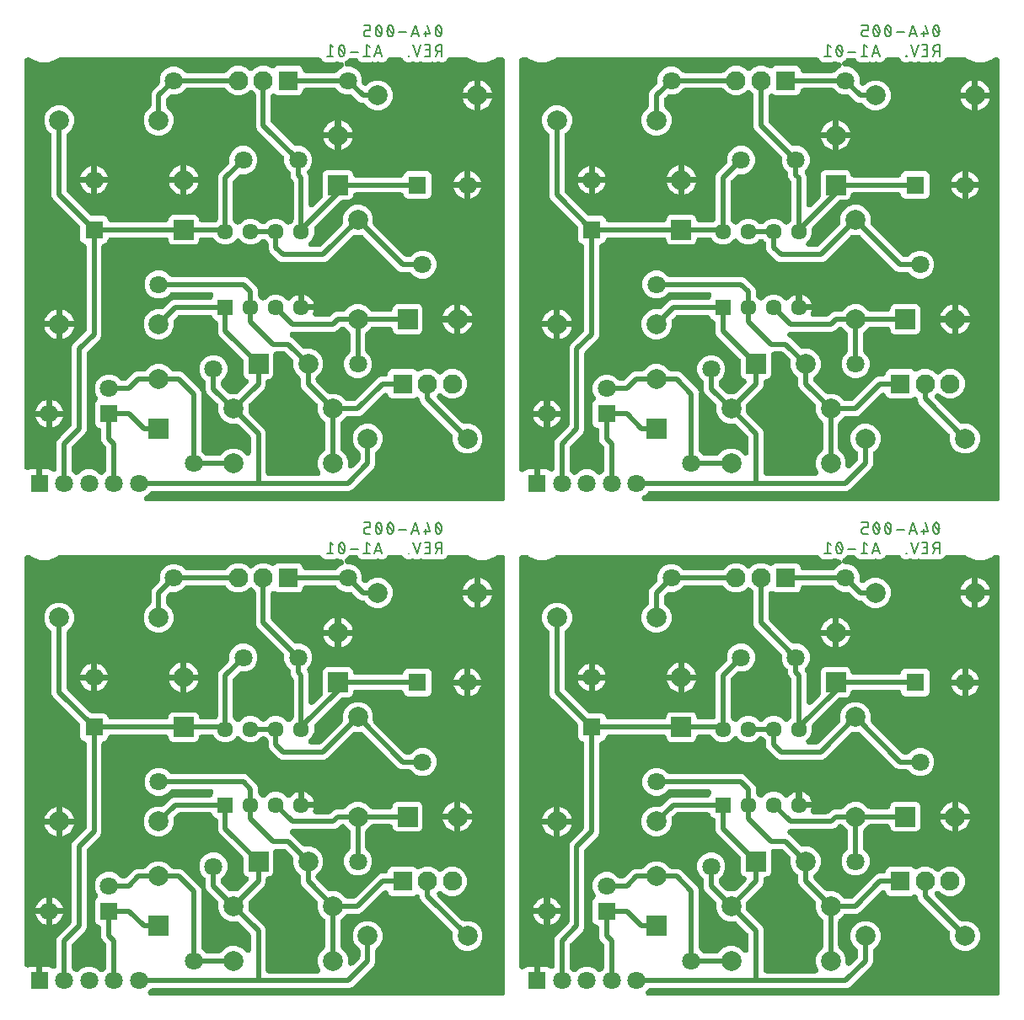
<source format=gbr>
G04 EAGLE Gerber RS-274X export*
G75*
%MOMM*%
%FSLAX34Y34*%
%LPD*%
%INBottom Copper*%
%IPPOS*%
%AMOC8*
5,1,8,0,0,1.08239X$1,22.5*%
G01*
%ADD10R,2.000000X2.000000*%
%ADD11C,2.000000*%
%ADD12R,1.800000X1.800000*%
%ADD13C,1.800000*%
%ADD14R,1.930400X1.930400*%
%ADD15C,1.930400*%
%ADD16R,1.612800X1.612800*%
%ADD17C,1.612800*%
%ADD18C,0.177800*%
%ADD19C,1.300000*%
%ADD20C,0.500000*%

G36*
X490094Y507008D02*
X490094Y507008D01*
X490188Y507007D01*
X490338Y507028D01*
X490488Y507041D01*
X490579Y507064D01*
X490673Y507077D01*
X490816Y507123D01*
X490963Y507159D01*
X491049Y507197D01*
X491139Y507226D01*
X491274Y507294D01*
X491412Y507354D01*
X491491Y507405D01*
X491575Y507448D01*
X491697Y507537D01*
X491823Y507619D01*
X491893Y507682D01*
X491969Y507738D01*
X492075Y507846D01*
X492186Y507947D01*
X492245Y508021D01*
X492311Y508088D01*
X492397Y508212D01*
X492491Y508330D01*
X492537Y508412D01*
X492591Y508490D01*
X492656Y508626D01*
X492730Y508757D01*
X492762Y508846D01*
X492802Y508931D01*
X492844Y509076D01*
X492895Y509218D01*
X492913Y509311D01*
X492939Y509401D01*
X492950Y509516D01*
X492984Y509699D01*
X492988Y509885D01*
X492999Y510000D01*
X492999Y950000D01*
X492992Y950094D01*
X492993Y950188D01*
X492972Y950338D01*
X492959Y950488D01*
X492936Y950579D01*
X492923Y950673D01*
X492877Y950816D01*
X492841Y950963D01*
X492803Y951049D01*
X492775Y951139D01*
X492706Y951274D01*
X492646Y951412D01*
X492595Y951491D01*
X492552Y951575D01*
X492463Y951697D01*
X492381Y951823D01*
X492318Y951893D01*
X492262Y951969D01*
X492154Y952075D01*
X492053Y952186D01*
X491979Y952245D01*
X491912Y952311D01*
X491788Y952397D01*
X491670Y952491D01*
X491588Y952537D01*
X491510Y952591D01*
X491374Y952656D01*
X491243Y952730D01*
X491154Y952762D01*
X491069Y952802D01*
X490924Y952844D01*
X490782Y952895D01*
X490689Y952913D01*
X490599Y952939D01*
X490484Y952950D01*
X490301Y952984D01*
X490115Y952988D01*
X490000Y952999D01*
X485355Y952999D01*
X485214Y952988D01*
X485073Y952986D01*
X484971Y952968D01*
X484868Y952959D01*
X484730Y952925D01*
X484591Y952900D01*
X484493Y952866D01*
X484393Y952841D01*
X484263Y952784D01*
X484130Y952737D01*
X484039Y952687D01*
X483944Y952646D01*
X483825Y952570D01*
X483701Y952502D01*
X483634Y952447D01*
X483532Y952381D01*
X483330Y952199D01*
X483234Y952121D01*
X482462Y951349D01*
X474376Y947999D01*
X465624Y947999D01*
X457538Y951349D01*
X456766Y952121D01*
X456658Y952212D01*
X456556Y952311D01*
X456471Y952370D01*
X456392Y952437D01*
X456271Y952510D01*
X456155Y952591D01*
X456062Y952636D01*
X455973Y952689D01*
X455841Y952741D01*
X455714Y952802D01*
X455614Y952831D01*
X455518Y952869D01*
X455379Y952899D01*
X455244Y952939D01*
X455158Y952948D01*
X455039Y952973D01*
X454768Y952987D01*
X454645Y952999D01*
X436914Y952999D01*
X436679Y952980D01*
X436436Y952961D01*
X436431Y952960D01*
X436427Y952959D01*
X436192Y952901D01*
X435961Y952844D01*
X435956Y952842D01*
X435952Y952841D01*
X435732Y952745D01*
X435511Y952651D01*
X435507Y952648D01*
X435503Y952646D01*
X435309Y952521D01*
X435098Y952387D01*
X435095Y952384D01*
X435091Y952381D01*
X434919Y952226D01*
X434734Y952060D01*
X434731Y952056D01*
X434728Y952053D01*
X434578Y951865D01*
X434428Y951678D01*
X434426Y951674D01*
X434423Y951670D01*
X434185Y951243D01*
X434165Y951188D01*
X434143Y951148D01*
X434104Y951053D01*
X432447Y949396D01*
X430283Y948499D01*
X427939Y948499D01*
X427142Y948829D01*
X427109Y948840D01*
X427077Y948855D01*
X426876Y948915D01*
X426676Y948979D01*
X426642Y948984D01*
X426608Y948994D01*
X426399Y949020D01*
X426192Y949051D01*
X426157Y949051D01*
X426122Y949055D01*
X425912Y949047D01*
X425703Y949044D01*
X425668Y949037D01*
X425633Y949036D01*
X425520Y949010D01*
X425221Y948956D01*
X425122Y948921D01*
X425046Y948904D01*
X423628Y948431D01*
X421290Y948597D01*
X421250Y948617D01*
X421248Y948618D01*
X421245Y948620D01*
X421031Y948706D01*
X420796Y948800D01*
X420793Y948800D01*
X420791Y948801D01*
X420567Y948851D01*
X420318Y948906D01*
X420315Y948906D01*
X420313Y948907D01*
X420069Y948920D01*
X419830Y948933D01*
X419827Y948932D01*
X419824Y948933D01*
X419580Y948906D01*
X419343Y948880D01*
X419340Y948879D01*
X419338Y948879D01*
X419317Y948873D01*
X418872Y948749D01*
X418811Y948720D01*
X418761Y948706D01*
X418263Y948499D01*
X410933Y948499D01*
X409416Y949128D01*
X409383Y949138D01*
X409351Y949154D01*
X409149Y949213D01*
X408950Y949277D01*
X408915Y949282D01*
X408882Y949292D01*
X408673Y949319D01*
X408466Y949349D01*
X408431Y949349D01*
X408396Y949353D01*
X408186Y949345D01*
X407976Y949342D01*
X407942Y949335D01*
X407907Y949334D01*
X407794Y949309D01*
X407495Y949254D01*
X407395Y949219D01*
X407320Y949202D01*
X406718Y949001D01*
X406431Y948879D01*
X406325Y948839D01*
X405842Y948597D01*
X405791Y948594D01*
X405717Y948582D01*
X405643Y948579D01*
X405522Y948552D01*
X405307Y948519D01*
X405158Y948470D01*
X405055Y948447D01*
X405007Y948431D01*
X404469Y948469D01*
X404157Y948466D01*
X404043Y948469D01*
X403505Y948431D01*
X403456Y948447D01*
X403384Y948465D01*
X403314Y948491D01*
X403192Y948512D01*
X402981Y948564D01*
X402824Y948576D01*
X402721Y948594D01*
X402670Y948597D01*
X402187Y948839D01*
X401897Y948955D01*
X401794Y949001D01*
X401176Y949207D01*
X401141Y949216D01*
X401109Y949229D01*
X400905Y949274D01*
X400700Y949324D01*
X400665Y949327D01*
X400631Y949334D01*
X400422Y949345D01*
X400212Y949361D01*
X400177Y949358D01*
X400142Y949360D01*
X399933Y949337D01*
X399725Y949319D01*
X399691Y949310D01*
X399656Y949306D01*
X399545Y949273D01*
X399250Y949198D01*
X399153Y949155D01*
X399079Y949133D01*
X397549Y948499D01*
X394583Y948499D01*
X392418Y949396D01*
X390761Y951053D01*
X390722Y951148D01*
X390613Y951360D01*
X390503Y951575D01*
X390500Y951579D01*
X390498Y951583D01*
X390358Y951772D01*
X390213Y951969D01*
X390210Y951973D01*
X390207Y951976D01*
X390035Y952143D01*
X389863Y952311D01*
X389859Y952314D01*
X389855Y952317D01*
X389659Y952453D01*
X389461Y952591D01*
X389457Y952593D01*
X389453Y952596D01*
X389238Y952698D01*
X389020Y952802D01*
X389015Y952804D01*
X389011Y952806D01*
X388779Y952872D01*
X388550Y952939D01*
X388546Y952939D01*
X388541Y952941D01*
X388054Y952997D01*
X387996Y952995D01*
X387951Y952999D01*
X376855Y952999D01*
X376721Y952988D01*
X376587Y952987D01*
X376478Y952968D01*
X376367Y952959D01*
X376237Y952927D01*
X376105Y952904D01*
X376000Y952868D01*
X375892Y952841D01*
X375769Y952787D01*
X375643Y952743D01*
X375545Y952690D01*
X375443Y952646D01*
X375330Y952574D01*
X375212Y952510D01*
X375124Y952441D01*
X375031Y952381D01*
X374932Y952292D01*
X374826Y952209D01*
X374751Y952127D01*
X374668Y952053D01*
X374585Y951948D01*
X374494Y951850D01*
X374445Y951772D01*
X374363Y951670D01*
X374239Y951447D01*
X374172Y951341D01*
X373855Y950707D01*
X372085Y949172D01*
X369862Y948431D01*
X367525Y948597D01*
X366712Y949004D01*
X366610Y949045D01*
X366513Y949094D01*
X366384Y949136D01*
X366258Y949186D01*
X366151Y949210D01*
X366047Y949243D01*
X365912Y949263D01*
X365780Y949292D01*
X365671Y949298D01*
X365562Y949314D01*
X365427Y949312D01*
X365291Y949319D01*
X365182Y949308D01*
X365073Y949306D01*
X364940Y949281D01*
X364805Y949267D01*
X364699Y949237D01*
X364592Y949218D01*
X364491Y949179D01*
X364333Y949135D01*
X364143Y949047D01*
X364029Y949004D01*
X363216Y948597D01*
X360879Y948431D01*
X360232Y948647D01*
X360197Y948655D01*
X360165Y948668D01*
X359961Y948713D01*
X359756Y948763D01*
X359721Y948766D01*
X359687Y948773D01*
X359478Y948784D01*
X359268Y948801D01*
X359233Y948798D01*
X359198Y948799D01*
X358989Y948776D01*
X358781Y948758D01*
X358747Y948750D01*
X358712Y948746D01*
X358601Y948712D01*
X358306Y948637D01*
X358210Y948595D01*
X358135Y948572D01*
X357959Y948499D01*
X349382Y948499D01*
X347217Y949396D01*
X345552Y951061D01*
X345470Y951220D01*
X345358Y951439D01*
X345355Y951443D01*
X345353Y951447D01*
X345213Y951637D01*
X345068Y951833D01*
X345065Y951837D01*
X345062Y951840D01*
X344887Y952010D01*
X344718Y952175D01*
X344714Y952178D01*
X344711Y952181D01*
X344512Y952319D01*
X344316Y952455D01*
X344312Y952457D01*
X344308Y952460D01*
X344093Y952562D01*
X343875Y952666D01*
X343870Y952668D01*
X343866Y952670D01*
X343638Y952735D01*
X343405Y952803D01*
X343401Y952803D01*
X343396Y952805D01*
X342910Y952862D01*
X342851Y952859D01*
X342806Y952863D01*
X337638Y952863D01*
X337435Y952847D01*
X337232Y952836D01*
X337192Y952827D01*
X337151Y952823D01*
X336953Y952774D01*
X336754Y952730D01*
X336716Y952715D01*
X336676Y952705D01*
X336489Y952624D01*
X336300Y952548D01*
X336264Y952527D01*
X336227Y952510D01*
X336056Y952400D01*
X335881Y952295D01*
X335854Y952271D01*
X335815Y952245D01*
X335452Y951917D01*
X335441Y951904D01*
X335431Y951895D01*
X333578Y949881D01*
X333272Y949746D01*
X333171Y949692D01*
X333065Y949646D01*
X332956Y949576D01*
X332841Y949514D01*
X332750Y949443D01*
X332654Y949381D01*
X332557Y949294D01*
X332454Y949214D01*
X332376Y949130D01*
X332291Y949053D01*
X332210Y948951D01*
X332121Y948856D01*
X332057Y948760D01*
X331986Y948670D01*
X331922Y948557D01*
X331850Y948448D01*
X331803Y948343D01*
X331747Y948243D01*
X331703Y948120D01*
X331650Y948002D01*
X331621Y947891D01*
X331582Y947782D01*
X331558Y947654D01*
X331525Y947528D01*
X331514Y947414D01*
X331493Y947301D01*
X331490Y947171D01*
X331478Y947041D01*
X331486Y946926D01*
X331484Y946812D01*
X331502Y946683D01*
X331511Y946553D01*
X331538Y946441D01*
X331554Y946327D01*
X331594Y946203D01*
X331623Y946077D01*
X331668Y945970D01*
X331702Y945861D01*
X331762Y945745D01*
X331812Y945625D01*
X331872Y945527D01*
X331925Y945425D01*
X332002Y945320D01*
X332071Y945210D01*
X332147Y945123D01*
X332215Y945031D01*
X332308Y944940D01*
X332394Y944842D01*
X332483Y944769D01*
X332565Y944689D01*
X332672Y944614D01*
X332773Y944532D01*
X332872Y944475D01*
X332967Y944409D01*
X333084Y944353D01*
X333197Y944288D01*
X333304Y944247D01*
X333408Y944198D01*
X333533Y944161D01*
X333655Y944116D01*
X333768Y944093D01*
X333878Y944061D01*
X333982Y944051D01*
X334135Y944020D01*
X334354Y944013D01*
X334477Y944001D01*
X337785Y944001D01*
X342931Y941869D01*
X346869Y937931D01*
X349001Y932785D01*
X349001Y927849D01*
X349012Y927708D01*
X349014Y927567D01*
X349032Y927465D01*
X349041Y927361D01*
X349075Y927224D01*
X349100Y927085D01*
X349134Y926987D01*
X349159Y926887D01*
X349216Y926757D01*
X349263Y926623D01*
X349313Y926532D01*
X349354Y926437D01*
X349430Y926319D01*
X349498Y926195D01*
X349553Y926128D01*
X349619Y926026D01*
X349801Y925824D01*
X349879Y925728D01*
X350076Y925532D01*
X350148Y925471D01*
X350213Y925403D01*
X350334Y925312D01*
X350449Y925215D01*
X350530Y925166D01*
X350606Y925110D01*
X350740Y925041D01*
X350869Y924963D01*
X350956Y924929D01*
X351040Y924885D01*
X351184Y924839D01*
X351324Y924783D01*
X351416Y924763D01*
X351506Y924734D01*
X351655Y924711D01*
X351802Y924679D01*
X351896Y924675D01*
X351990Y924660D01*
X352140Y924662D01*
X352291Y924655D01*
X352385Y924665D01*
X352479Y924667D01*
X352628Y924693D01*
X352777Y924710D01*
X352868Y924736D01*
X352961Y924752D01*
X353103Y924802D01*
X353248Y924844D01*
X353333Y924884D01*
X353422Y924915D01*
X353555Y924988D01*
X353691Y925052D01*
X353769Y925105D01*
X353851Y925151D01*
X353941Y925225D01*
X354094Y925330D01*
X354227Y925458D01*
X354318Y925532D01*
X356503Y927717D01*
X362016Y930001D01*
X367984Y930001D01*
X373497Y927717D01*
X377717Y923497D01*
X380001Y917984D01*
X380001Y912016D01*
X377717Y906503D01*
X373497Y902283D01*
X367984Y899999D01*
X362016Y899999D01*
X356503Y902283D01*
X352165Y906621D01*
X352057Y906712D01*
X351956Y906811D01*
X351871Y906870D01*
X351792Y906937D01*
X351671Y907010D01*
X351555Y907091D01*
X351461Y907136D01*
X351372Y907189D01*
X351241Y907241D01*
X351113Y907302D01*
X351013Y907331D01*
X350917Y907369D01*
X350779Y907399D01*
X350643Y907439D01*
X350557Y907448D01*
X350439Y907473D01*
X350167Y907487D01*
X350044Y907499D01*
X348508Y907499D01*
X345751Y908641D01*
X343219Y911173D01*
X339272Y915121D01*
X339164Y915212D01*
X339063Y915311D01*
X338977Y915370D01*
X338898Y915437D01*
X338777Y915510D01*
X338661Y915591D01*
X338568Y915636D01*
X338479Y915689D01*
X338347Y915741D01*
X338220Y915802D01*
X338120Y915831D01*
X338024Y915869D01*
X337885Y915899D01*
X337750Y915939D01*
X337664Y915948D01*
X337545Y915973D01*
X337274Y915987D01*
X337151Y915999D01*
X332215Y915999D01*
X327069Y918131D01*
X323579Y921621D01*
X323472Y921712D01*
X323370Y921811D01*
X323285Y921871D01*
X323206Y921937D01*
X323085Y922010D01*
X322969Y922091D01*
X322875Y922136D01*
X322786Y922189D01*
X322655Y922241D01*
X322527Y922302D01*
X322428Y922331D01*
X322331Y922369D01*
X322193Y922399D01*
X322057Y922439D01*
X321971Y922448D01*
X321853Y922473D01*
X321581Y922487D01*
X321458Y922499D01*
X292652Y922499D01*
X292558Y922492D01*
X292464Y922493D01*
X292314Y922472D01*
X292164Y922459D01*
X292073Y922436D01*
X291979Y922423D01*
X291836Y922377D01*
X291689Y922341D01*
X291603Y922303D01*
X291513Y922275D01*
X291378Y922206D01*
X291240Y922146D01*
X291161Y922095D01*
X291077Y922052D01*
X290955Y921963D01*
X290829Y921881D01*
X290759Y921818D01*
X290683Y921762D01*
X290577Y921654D01*
X290466Y921553D01*
X290407Y921479D01*
X290341Y921412D01*
X290255Y921288D01*
X290161Y921170D01*
X290115Y921088D01*
X290061Y921010D01*
X289996Y920874D01*
X289922Y920743D01*
X289890Y920654D01*
X289850Y920569D01*
X289808Y920424D01*
X289757Y920282D01*
X289739Y920189D01*
X289713Y920099D01*
X289702Y919984D01*
X289668Y919801D01*
X289664Y919615D01*
X289653Y919500D01*
X289653Y919353D01*
X288891Y917515D01*
X287485Y916109D01*
X285647Y915347D01*
X264353Y915347D01*
X262490Y916119D01*
X262399Y916192D01*
X262248Y916320D01*
X262207Y916344D01*
X262170Y916374D01*
X261997Y916470D01*
X261828Y916572D01*
X261784Y916589D01*
X261743Y916612D01*
X261556Y916679D01*
X261373Y916752D01*
X261327Y916762D01*
X261282Y916778D01*
X261087Y916814D01*
X260895Y916856D01*
X260848Y916858D01*
X260801Y916866D01*
X260603Y916870D01*
X260406Y916880D01*
X260359Y916875D01*
X260312Y916876D01*
X260116Y916847D01*
X259920Y916825D01*
X259874Y916812D01*
X259827Y916805D01*
X259639Y916745D01*
X259449Y916691D01*
X259406Y916671D01*
X259361Y916657D01*
X259184Y916567D01*
X259006Y916483D01*
X258967Y916456D01*
X258925Y916435D01*
X258765Y916317D01*
X258603Y916205D01*
X258569Y916173D01*
X258531Y916144D01*
X258392Y916003D01*
X258250Y915866D01*
X258222Y915828D01*
X258189Y915794D01*
X258076Y915632D01*
X257958Y915474D01*
X257936Y915432D01*
X257909Y915393D01*
X257824Y915214D01*
X257733Y915039D01*
X257718Y914994D01*
X257698Y914951D01*
X257643Y914762D01*
X257581Y914573D01*
X257574Y914526D01*
X257561Y914481D01*
X257549Y914359D01*
X257508Y914090D01*
X257509Y913968D01*
X257501Y913882D01*
X257501Y889349D01*
X257512Y889208D01*
X257514Y889067D01*
X257532Y888965D01*
X257541Y888861D01*
X257575Y888724D01*
X257600Y888585D01*
X257634Y888487D01*
X257659Y888387D01*
X257716Y888257D01*
X257763Y888123D01*
X257813Y888033D01*
X257854Y887937D01*
X257930Y887819D01*
X257998Y887695D01*
X258053Y887628D01*
X258119Y887526D01*
X258301Y887324D01*
X258379Y887228D01*
X280728Y864879D01*
X280836Y864788D01*
X280938Y864689D01*
X281023Y864629D01*
X281102Y864563D01*
X281223Y864490D01*
X281339Y864409D01*
X281433Y864364D01*
X281521Y864311D01*
X281653Y864259D01*
X281780Y864198D01*
X281880Y864169D01*
X281976Y864131D01*
X282115Y864101D01*
X282250Y864061D01*
X282336Y864052D01*
X282455Y864027D01*
X282726Y864013D01*
X282849Y864001D01*
X287785Y864001D01*
X292931Y861869D01*
X296869Y857931D01*
X299001Y852785D01*
X299001Y847215D01*
X296869Y842069D01*
X294825Y840025D01*
X294763Y839952D01*
X294695Y839887D01*
X294605Y839766D01*
X294508Y839651D01*
X294459Y839570D01*
X294403Y839494D01*
X294333Y839361D01*
X294256Y839232D01*
X294221Y839144D01*
X294178Y839059D01*
X294131Y838916D01*
X294076Y838777D01*
X294056Y838684D01*
X294027Y838594D01*
X294004Y838445D01*
X293972Y838298D01*
X293967Y838204D01*
X293953Y838110D01*
X293955Y837960D01*
X293948Y837810D01*
X293958Y837715D01*
X293960Y837621D01*
X293986Y837473D01*
X294003Y837323D01*
X294029Y837232D01*
X294045Y837139D01*
X294095Y836997D01*
X294136Y836852D01*
X294177Y836767D01*
X294208Y836677D01*
X294281Y836546D01*
X294345Y836410D01*
X294360Y836388D01*
X295601Y833392D01*
X295601Y805349D01*
X295605Y805302D01*
X295602Y805255D01*
X295625Y805058D01*
X295641Y804861D01*
X295652Y804816D01*
X295657Y804769D01*
X295711Y804578D01*
X295759Y804387D01*
X295778Y804343D01*
X295791Y804298D01*
X295875Y804118D01*
X295954Y803937D01*
X295979Y803898D01*
X295999Y803855D01*
X296112Y803692D01*
X296219Y803526D01*
X296250Y803491D01*
X296277Y803452D01*
X296414Y803309D01*
X296547Y803163D01*
X296584Y803133D01*
X296617Y803099D01*
X296775Y802981D01*
X296930Y802858D01*
X296971Y802835D01*
X297009Y802807D01*
X297184Y802716D01*
X297357Y802620D01*
X297402Y802604D01*
X297444Y802582D01*
X297632Y802521D01*
X297818Y802454D01*
X297864Y802445D01*
X297909Y802431D01*
X298104Y802401D01*
X298299Y802365D01*
X298346Y802364D01*
X298393Y802357D01*
X298591Y802360D01*
X298788Y802356D01*
X298835Y802363D01*
X298882Y802363D01*
X299077Y802398D01*
X299273Y802426D01*
X299318Y802441D01*
X299364Y802449D01*
X299551Y802515D01*
X299739Y802575D01*
X299781Y802596D01*
X299826Y802612D01*
X299999Y802707D01*
X300175Y802797D01*
X300213Y802825D01*
X300255Y802848D01*
X300350Y802926D01*
X300569Y803087D01*
X300654Y803174D01*
X300721Y803228D01*
X309121Y811628D01*
X309212Y811736D01*
X309311Y811838D01*
X309371Y811923D01*
X309437Y812002D01*
X309510Y812123D01*
X309591Y812239D01*
X309636Y812333D01*
X309689Y812421D01*
X309741Y812553D01*
X309802Y812680D01*
X309831Y812780D01*
X309869Y812876D01*
X309899Y813015D01*
X309939Y813150D01*
X309948Y813236D01*
X309973Y813355D01*
X309987Y813626D01*
X309999Y813749D01*
X309999Y835995D01*
X310761Y837833D01*
X312167Y839239D01*
X314005Y840001D01*
X335995Y840001D01*
X337833Y839239D01*
X339239Y837833D01*
X340001Y835995D01*
X340001Y835500D01*
X340008Y835406D01*
X340007Y835312D01*
X340028Y835162D01*
X340041Y835012D01*
X340064Y834921D01*
X340077Y834827D01*
X340123Y834684D01*
X340159Y834537D01*
X340197Y834451D01*
X340225Y834361D01*
X340294Y834226D01*
X340354Y834088D01*
X340405Y834009D01*
X340448Y833925D01*
X340537Y833803D01*
X340619Y833677D01*
X340682Y833607D01*
X340738Y833531D01*
X340846Y833425D01*
X340947Y833314D01*
X341021Y833255D01*
X341088Y833189D01*
X341212Y833103D01*
X341330Y833009D01*
X341412Y832963D01*
X341490Y832909D01*
X341626Y832844D01*
X341757Y832770D01*
X341846Y832738D01*
X341931Y832698D01*
X342076Y832656D01*
X342218Y832605D01*
X342311Y832587D01*
X342401Y832561D01*
X342516Y832550D01*
X342699Y832516D01*
X342885Y832512D01*
X343000Y832501D01*
X388000Y832501D01*
X388094Y832508D01*
X388188Y832507D01*
X388338Y832528D01*
X388488Y832541D01*
X388579Y832564D01*
X388673Y832577D01*
X388816Y832623D01*
X388963Y832659D01*
X389049Y832697D01*
X389139Y832725D01*
X389274Y832794D01*
X389412Y832854D01*
X389491Y832905D01*
X389575Y832948D01*
X389697Y833037D01*
X389823Y833119D01*
X389893Y833182D01*
X389969Y833238D01*
X390075Y833346D01*
X390186Y833447D01*
X390245Y833521D01*
X390311Y833588D01*
X390397Y833712D01*
X390491Y833830D01*
X390537Y833912D01*
X390591Y833990D01*
X390656Y834126D01*
X390730Y834257D01*
X390762Y834346D01*
X390802Y834431D01*
X390844Y834576D01*
X390895Y834718D01*
X390904Y834765D01*
X391761Y836833D01*
X393167Y838239D01*
X395005Y839001D01*
X414995Y839001D01*
X416833Y838239D01*
X418239Y836833D01*
X419001Y834995D01*
X419001Y815005D01*
X418239Y813167D01*
X416833Y811761D01*
X414995Y810999D01*
X395005Y810999D01*
X393167Y811761D01*
X391761Y813167D01*
X390900Y815246D01*
X390877Y815316D01*
X390841Y815463D01*
X390803Y815549D01*
X390775Y815639D01*
X390706Y815774D01*
X390646Y815912D01*
X390595Y815991D01*
X390552Y816075D01*
X390463Y816197D01*
X390381Y816323D01*
X390318Y816393D01*
X390262Y816469D01*
X390154Y816575D01*
X390053Y816686D01*
X389979Y816745D01*
X389912Y816811D01*
X389788Y816897D01*
X389670Y816991D01*
X389588Y817037D01*
X389510Y817091D01*
X389374Y817156D01*
X389243Y817230D01*
X389154Y817262D01*
X389069Y817302D01*
X388924Y817344D01*
X388782Y817395D01*
X388689Y817413D01*
X388599Y817439D01*
X388484Y817450D01*
X388301Y817484D01*
X388115Y817488D01*
X388000Y817499D01*
X343000Y817499D01*
X342906Y817492D01*
X342812Y817493D01*
X342662Y817472D01*
X342512Y817459D01*
X342421Y817436D01*
X342327Y817423D01*
X342184Y817377D01*
X342037Y817341D01*
X341951Y817303D01*
X341861Y817275D01*
X341726Y817206D01*
X341588Y817146D01*
X341509Y817095D01*
X341425Y817052D01*
X341303Y816963D01*
X341177Y816881D01*
X341107Y816818D01*
X341031Y816762D01*
X340925Y816654D01*
X340814Y816553D01*
X340755Y816479D01*
X340689Y816412D01*
X340603Y816288D01*
X340509Y816170D01*
X340463Y816088D01*
X340409Y816010D01*
X340344Y815874D01*
X340270Y815743D01*
X340238Y815654D01*
X340198Y815569D01*
X340156Y815424D01*
X340105Y815282D01*
X340087Y815189D01*
X340061Y815099D01*
X340050Y814984D01*
X340016Y814801D01*
X340012Y814615D01*
X340001Y814500D01*
X340001Y814005D01*
X339239Y812167D01*
X337833Y810761D01*
X335995Y809999D01*
X329949Y809999D01*
X329808Y809988D01*
X329667Y809986D01*
X329565Y809968D01*
X329461Y809959D01*
X329324Y809925D01*
X329185Y809900D01*
X329087Y809866D01*
X328987Y809841D01*
X328857Y809784D01*
X328723Y809737D01*
X328633Y809687D01*
X328537Y809646D01*
X328419Y809570D01*
X328295Y809502D01*
X328228Y809447D01*
X328126Y809381D01*
X327924Y809199D01*
X327828Y809121D01*
X302043Y783336D01*
X301952Y783228D01*
X301853Y783127D01*
X301793Y783041D01*
X301727Y782962D01*
X301654Y782841D01*
X301573Y782725D01*
X301528Y782632D01*
X301475Y782543D01*
X301423Y782411D01*
X301362Y782284D01*
X301333Y782184D01*
X301295Y782088D01*
X301265Y781949D01*
X301225Y781814D01*
X301216Y781728D01*
X301191Y781609D01*
X301177Y781338D01*
X301165Y781215D01*
X301165Y775501D01*
X299176Y770699D01*
X296097Y767621D01*
X296066Y767585D01*
X296031Y767553D01*
X295908Y767398D01*
X295780Y767248D01*
X295756Y767207D01*
X295727Y767170D01*
X295630Y766997D01*
X295529Y766828D01*
X295511Y766784D01*
X295488Y766743D01*
X295421Y766556D01*
X295348Y766373D01*
X295338Y766327D01*
X295322Y766282D01*
X295287Y766088D01*
X295245Y765895D01*
X295242Y765847D01*
X295234Y765801D01*
X295230Y765604D01*
X295220Y765406D01*
X295225Y765359D01*
X295225Y765312D01*
X295253Y765116D01*
X295275Y764919D01*
X295288Y764874D01*
X295295Y764827D01*
X295355Y764639D01*
X295409Y764449D01*
X295429Y764406D01*
X295443Y764361D01*
X295533Y764184D01*
X295617Y764006D01*
X295644Y763967D01*
X295666Y763925D01*
X295783Y763765D01*
X295895Y763603D01*
X295928Y763569D01*
X295956Y763531D01*
X296097Y763393D01*
X296234Y763250D01*
X296272Y763222D01*
X296306Y763189D01*
X296468Y763076D01*
X296627Y762958D01*
X296669Y762936D01*
X296707Y762909D01*
X296886Y762823D01*
X297061Y762733D01*
X297106Y762718D01*
X297149Y762698D01*
X297339Y762642D01*
X297527Y762581D01*
X297574Y762574D01*
X297619Y762561D01*
X297742Y762549D01*
X298011Y762508D01*
X298132Y762509D01*
X298218Y762501D01*
X305651Y762501D01*
X305792Y762512D01*
X305933Y762514D01*
X306035Y762532D01*
X306139Y762541D01*
X306276Y762575D01*
X306415Y762600D01*
X306513Y762634D01*
X306613Y762659D01*
X306743Y762716D01*
X306877Y762763D01*
X306967Y762813D01*
X307063Y762854D01*
X307181Y762930D01*
X307305Y762998D01*
X307372Y763053D01*
X307474Y763119D01*
X307676Y763301D01*
X307772Y763379D01*
X329121Y784728D01*
X329212Y784836D01*
X329311Y784937D01*
X329371Y785023D01*
X329437Y785102D01*
X329510Y785223D01*
X329591Y785339D01*
X329636Y785432D01*
X329689Y785521D01*
X329741Y785653D01*
X329802Y785780D01*
X329831Y785880D01*
X329869Y785976D01*
X329899Y786115D01*
X329939Y786250D01*
X329948Y786336D01*
X329973Y786455D01*
X329987Y786726D01*
X329999Y786849D01*
X329999Y792984D01*
X332283Y798497D01*
X336503Y802717D01*
X342016Y805001D01*
X347984Y805001D01*
X353497Y802717D01*
X357717Y798497D01*
X360001Y792984D01*
X360001Y786849D01*
X360012Y786708D01*
X360014Y786567D01*
X360032Y786465D01*
X360041Y786361D01*
X360075Y786224D01*
X360100Y786085D01*
X360134Y785987D01*
X360159Y785887D01*
X360216Y785757D01*
X360263Y785623D01*
X360313Y785533D01*
X360354Y785437D01*
X360430Y785319D01*
X360498Y785195D01*
X360553Y785128D01*
X360619Y785026D01*
X360801Y784824D01*
X360879Y784728D01*
X392228Y753379D01*
X392336Y753288D01*
X392438Y753189D01*
X392523Y753129D01*
X392602Y753063D01*
X392723Y752990D01*
X392839Y752909D01*
X392933Y752864D01*
X393021Y752811D01*
X393153Y752759D01*
X393280Y752698D01*
X393380Y752669D01*
X393476Y752631D01*
X393615Y752601D01*
X393750Y752561D01*
X393836Y752552D01*
X393955Y752527D01*
X394226Y752513D01*
X394349Y752501D01*
X396458Y752501D01*
X396599Y752512D01*
X396741Y752514D01*
X396843Y752532D01*
X396946Y752541D01*
X397083Y752575D01*
X397223Y752600D01*
X397320Y752634D01*
X397421Y752659D01*
X397551Y752716D01*
X397684Y752763D01*
X397775Y752813D01*
X397870Y752854D01*
X397989Y752930D01*
X398113Y752998D01*
X398180Y753053D01*
X398282Y753119D01*
X398483Y753301D01*
X398579Y753379D01*
X402069Y756869D01*
X407215Y759001D01*
X412785Y759001D01*
X417931Y756869D01*
X421869Y752931D01*
X424001Y747785D01*
X424001Y742215D01*
X421869Y737069D01*
X417931Y733131D01*
X412785Y730999D01*
X407215Y730999D01*
X402069Y733131D01*
X398579Y736621D01*
X398472Y736712D01*
X398370Y736811D01*
X398285Y736871D01*
X398206Y736937D01*
X398085Y737010D01*
X397969Y737091D01*
X397875Y737136D01*
X397786Y737189D01*
X397655Y737241D01*
X397527Y737302D01*
X397428Y737331D01*
X397331Y737369D01*
X397193Y737399D01*
X397057Y737439D01*
X396971Y737448D01*
X396853Y737473D01*
X396581Y737487D01*
X396458Y737499D01*
X388508Y737499D01*
X385751Y738641D01*
X350272Y774121D01*
X350164Y774212D01*
X350062Y774311D01*
X349977Y774371D01*
X349898Y774437D01*
X349777Y774510D01*
X349661Y774591D01*
X349567Y774636D01*
X349479Y774689D01*
X349347Y774741D01*
X349220Y774802D01*
X349120Y774831D01*
X349024Y774869D01*
X348885Y774899D01*
X348750Y774939D01*
X348664Y774948D01*
X348545Y774973D01*
X348274Y774987D01*
X348151Y774999D01*
X341849Y774999D01*
X341708Y774988D01*
X341567Y774986D01*
X341465Y774968D01*
X341361Y774959D01*
X341224Y774925D01*
X341085Y774900D01*
X340987Y774866D01*
X340887Y774841D01*
X340757Y774784D01*
X340623Y774737D01*
X340533Y774687D01*
X340437Y774646D01*
X340319Y774570D01*
X340195Y774502D01*
X340128Y774447D01*
X340026Y774381D01*
X339824Y774199D01*
X339728Y774121D01*
X316781Y751173D01*
X316780Y751173D01*
X314249Y748641D01*
X311492Y747499D01*
X268508Y747499D01*
X265751Y748641D01*
X256341Y758051D01*
X255199Y760808D01*
X255199Y765882D01*
X255188Y766023D01*
X255186Y766164D01*
X255168Y766267D01*
X255159Y766370D01*
X255125Y766507D01*
X255100Y766646D01*
X255066Y766744D01*
X255041Y766845D01*
X254984Y766975D01*
X254937Y767108D01*
X254887Y767199D01*
X254846Y767294D01*
X254770Y767413D01*
X254702Y767537D01*
X254647Y767604D01*
X254581Y767705D01*
X254399Y767907D01*
X254321Y768003D01*
X252603Y769721D01*
X252495Y769812D01*
X252394Y769911D01*
X252309Y769971D01*
X252230Y770037D01*
X252109Y770110D01*
X251992Y770191D01*
X251899Y770236D01*
X251810Y770289D01*
X251679Y770341D01*
X251551Y770402D01*
X251451Y770431D01*
X251355Y770469D01*
X251216Y770499D01*
X251081Y770539D01*
X250995Y770548D01*
X250877Y770573D01*
X250605Y770587D01*
X250482Y770599D01*
X249518Y770599D01*
X249377Y770588D01*
X249236Y770586D01*
X249133Y770568D01*
X249030Y770559D01*
X248893Y770525D01*
X248754Y770500D01*
X248656Y770466D01*
X248555Y770441D01*
X248425Y770384D01*
X248292Y770337D01*
X248201Y770287D01*
X248106Y770246D01*
X247987Y770170D01*
X247863Y770102D01*
X247796Y770047D01*
X247695Y769981D01*
X247493Y769799D01*
X247397Y769721D01*
X244701Y767024D01*
X239899Y765035D01*
X234701Y765035D01*
X229899Y767024D01*
X226721Y770203D01*
X226649Y770264D01*
X226583Y770332D01*
X226463Y770422D01*
X226348Y770520D01*
X226267Y770568D01*
X226191Y770625D01*
X226057Y770694D01*
X225928Y770771D01*
X225840Y770806D01*
X225756Y770849D01*
X225613Y770896D01*
X225473Y770952D01*
X225381Y770971D01*
X225291Y771001D01*
X225142Y771023D01*
X224995Y771055D01*
X224900Y771060D01*
X224807Y771074D01*
X224656Y771072D01*
X224506Y771080D01*
X224412Y771069D01*
X224318Y771068D01*
X224169Y771042D01*
X224019Y771025D01*
X223929Y770999D01*
X223836Y770982D01*
X223694Y770932D01*
X223549Y770891D01*
X223463Y770851D01*
X223374Y770819D01*
X223242Y770747D01*
X223106Y770683D01*
X223028Y770629D01*
X222945Y770584D01*
X222856Y770510D01*
X222703Y770405D01*
X222569Y770276D01*
X222479Y770203D01*
X219301Y767024D01*
X214499Y765035D01*
X209301Y765035D01*
X204499Y767024D01*
X200814Y770710D01*
X200736Y770861D01*
X200627Y771075D01*
X200624Y771079D01*
X200622Y771083D01*
X200481Y771274D01*
X200337Y771469D01*
X200333Y771473D01*
X200331Y771476D01*
X200161Y771641D01*
X199986Y771811D01*
X199983Y771814D01*
X199979Y771817D01*
X199787Y771950D01*
X199585Y772091D01*
X199581Y772093D01*
X199577Y772096D01*
X199366Y772196D01*
X199144Y772302D01*
X199139Y772304D01*
X199135Y772306D01*
X198906Y772371D01*
X198674Y772439D01*
X198669Y772439D01*
X198664Y772441D01*
X198178Y772497D01*
X198120Y772495D01*
X198075Y772499D01*
X188000Y772499D01*
X187906Y772492D01*
X187812Y772493D01*
X187662Y772472D01*
X187512Y772459D01*
X187421Y772436D01*
X187327Y772423D01*
X187184Y772377D01*
X187037Y772341D01*
X186951Y772303D01*
X186861Y772275D01*
X186726Y772206D01*
X186588Y772146D01*
X186509Y772095D01*
X186425Y772052D01*
X186303Y771963D01*
X186177Y771881D01*
X186107Y771818D01*
X186031Y771762D01*
X185925Y771654D01*
X185814Y771553D01*
X185755Y771479D01*
X185689Y771412D01*
X185603Y771288D01*
X185509Y771170D01*
X185463Y771088D01*
X185409Y771010D01*
X185344Y770874D01*
X185270Y770743D01*
X185238Y770654D01*
X185198Y770569D01*
X185156Y770424D01*
X185105Y770282D01*
X185087Y770189D01*
X185061Y770099D01*
X185050Y769984D01*
X185016Y769801D01*
X185012Y769615D01*
X185001Y769500D01*
X185001Y769005D01*
X184239Y767167D01*
X182833Y765761D01*
X180995Y764999D01*
X159005Y764999D01*
X157167Y765761D01*
X155761Y767167D01*
X154999Y769005D01*
X154999Y769500D01*
X154992Y769594D01*
X154993Y769688D01*
X154972Y769838D01*
X154959Y769988D01*
X154936Y770079D01*
X154923Y770173D01*
X154877Y770316D01*
X154841Y770463D01*
X154803Y770549D01*
X154775Y770639D01*
X154706Y770774D01*
X154646Y770912D01*
X154595Y770991D01*
X154552Y771075D01*
X154463Y771197D01*
X154381Y771323D01*
X154318Y771393D01*
X154262Y771469D01*
X154154Y771575D01*
X154053Y771686D01*
X153979Y771745D01*
X153912Y771811D01*
X153788Y771897D01*
X153670Y771991D01*
X153588Y772037D01*
X153510Y772091D01*
X153374Y772156D01*
X153243Y772230D01*
X153154Y772262D01*
X153069Y772302D01*
X152924Y772344D01*
X152782Y772395D01*
X152689Y772413D01*
X152599Y772439D01*
X152484Y772450D01*
X152301Y772484D01*
X152115Y772488D01*
X152000Y772499D01*
X97000Y772499D01*
X96906Y772492D01*
X96812Y772493D01*
X96662Y772472D01*
X96512Y772459D01*
X96421Y772436D01*
X96327Y772423D01*
X96184Y772377D01*
X96037Y772341D01*
X95951Y772303D01*
X95861Y772275D01*
X95726Y772206D01*
X95588Y772146D01*
X95509Y772095D01*
X95425Y772052D01*
X95303Y771963D01*
X95177Y771881D01*
X95107Y771818D01*
X95031Y771762D01*
X94925Y771654D01*
X94814Y771553D01*
X94755Y771479D01*
X94689Y771412D01*
X94603Y771288D01*
X94509Y771170D01*
X94463Y771088D01*
X94409Y771010D01*
X94344Y770874D01*
X94270Y770743D01*
X94238Y770654D01*
X94198Y770569D01*
X94156Y770424D01*
X94105Y770282D01*
X94096Y770235D01*
X93239Y768167D01*
X91833Y766761D01*
X89754Y765900D01*
X89684Y765877D01*
X89537Y765841D01*
X89451Y765803D01*
X89361Y765775D01*
X89226Y765706D01*
X89088Y765646D01*
X89009Y765595D01*
X88925Y765552D01*
X88803Y765463D01*
X88677Y765381D01*
X88607Y765318D01*
X88531Y765262D01*
X88425Y765154D01*
X88314Y765053D01*
X88255Y764979D01*
X88189Y764912D01*
X88103Y764788D01*
X88009Y764670D01*
X87963Y764588D01*
X87909Y764510D01*
X87844Y764374D01*
X87770Y764243D01*
X87738Y764154D01*
X87698Y764069D01*
X87656Y763924D01*
X87605Y763782D01*
X87587Y763689D01*
X87561Y763599D01*
X87550Y763484D01*
X87516Y763301D01*
X87512Y763115D01*
X87501Y763000D01*
X87501Y673508D01*
X86359Y670751D01*
X73379Y657772D01*
X73288Y657664D01*
X73189Y657562D01*
X73129Y657477D01*
X73063Y657398D01*
X72990Y657277D01*
X72909Y657161D01*
X72864Y657067D01*
X72811Y656979D01*
X72759Y656847D01*
X72698Y656720D01*
X72669Y656620D01*
X72631Y656524D01*
X72600Y656385D01*
X72561Y656250D01*
X72552Y656164D01*
X72527Y656045D01*
X72513Y655774D01*
X72501Y655651D01*
X72501Y578508D01*
X71359Y575751D01*
X68827Y573219D01*
X58379Y562772D01*
X58288Y562664D01*
X58189Y562563D01*
X58129Y562477D01*
X58063Y562398D01*
X57990Y562277D01*
X57909Y562161D01*
X57864Y562068D01*
X57811Y561979D01*
X57759Y561847D01*
X57698Y561720D01*
X57669Y561620D01*
X57631Y561524D01*
X57601Y561385D01*
X57561Y561250D01*
X57552Y561164D01*
X57527Y561045D01*
X57513Y560774D01*
X57501Y560651D01*
X57501Y538542D01*
X57512Y538401D01*
X57514Y538259D01*
X57532Y538157D01*
X57541Y538054D01*
X57575Y537917D01*
X57600Y537777D01*
X57634Y537680D01*
X57659Y537579D01*
X57716Y537449D01*
X57763Y537316D01*
X57813Y537225D01*
X57854Y537130D01*
X57930Y537011D01*
X57998Y536887D01*
X58053Y536820D01*
X58119Y536718D01*
X58301Y536517D01*
X58379Y536421D01*
X60379Y534421D01*
X60451Y534360D01*
X60517Y534292D01*
X60637Y534202D01*
X60752Y534104D01*
X60833Y534056D01*
X60909Y533999D01*
X61043Y533930D01*
X61172Y533852D01*
X61260Y533818D01*
X61344Y533774D01*
X61487Y533728D01*
X61627Y533672D01*
X61719Y533652D01*
X61809Y533623D01*
X61958Y533600D01*
X62105Y533568D01*
X62200Y533564D01*
X62293Y533550D01*
X62444Y533551D01*
X62594Y533544D01*
X62688Y533554D01*
X62782Y533556D01*
X62931Y533582D01*
X63081Y533599D01*
X63171Y533625D01*
X63264Y533641D01*
X63406Y533692D01*
X63551Y533733D01*
X63637Y533773D01*
X63726Y533804D01*
X63858Y533877D01*
X63994Y533941D01*
X64072Y533995D01*
X64155Y534040D01*
X64244Y534113D01*
X64397Y534219D01*
X64531Y534347D01*
X64621Y534421D01*
X67069Y536869D01*
X72215Y539001D01*
X77785Y539001D01*
X82931Y536869D01*
X85379Y534421D01*
X85451Y534360D01*
X85517Y534292D01*
X85637Y534202D01*
X85752Y534104D01*
X85833Y534056D01*
X85909Y533999D01*
X86043Y533930D01*
X86172Y533852D01*
X86260Y533818D01*
X86344Y533774D01*
X86487Y533728D01*
X86627Y533672D01*
X86719Y533652D01*
X86809Y533623D01*
X86958Y533600D01*
X87105Y533568D01*
X87200Y533564D01*
X87293Y533550D01*
X87444Y533551D01*
X87594Y533544D01*
X87688Y533554D01*
X87782Y533556D01*
X87931Y533582D01*
X88081Y533599D01*
X88171Y533625D01*
X88264Y533641D01*
X88406Y533691D01*
X88551Y533733D01*
X88637Y533773D01*
X88726Y533804D01*
X88858Y533877D01*
X88994Y533941D01*
X89072Y533995D01*
X89155Y534040D01*
X89244Y534113D01*
X89397Y534219D01*
X89531Y534347D01*
X89621Y534421D01*
X91621Y536421D01*
X91712Y536529D01*
X91811Y536630D01*
X91870Y536715D01*
X91937Y536794D01*
X92010Y536915D01*
X92091Y537031D01*
X92136Y537125D01*
X92189Y537214D01*
X92241Y537345D01*
X92302Y537473D01*
X92331Y537572D01*
X92369Y537669D01*
X92399Y537807D01*
X92439Y537943D01*
X92448Y538029D01*
X92473Y538147D01*
X92487Y538419D01*
X92499Y538542D01*
X92499Y560651D01*
X92488Y560792D01*
X92486Y560933D01*
X92468Y561035D01*
X92459Y561139D01*
X92425Y561276D01*
X92400Y561415D01*
X92366Y561513D01*
X92341Y561613D01*
X92284Y561743D01*
X92237Y561877D01*
X92187Y561967D01*
X92146Y562063D01*
X92070Y562181D01*
X92002Y562305D01*
X91947Y562372D01*
X91881Y562474D01*
X91699Y562676D01*
X91621Y562772D01*
X88641Y565751D01*
X87499Y568508D01*
X87499Y578000D01*
X87492Y578094D01*
X87493Y578188D01*
X87472Y578338D01*
X87459Y578488D01*
X87436Y578579D01*
X87423Y578673D01*
X87377Y578816D01*
X87341Y578963D01*
X87303Y579049D01*
X87275Y579139D01*
X87206Y579274D01*
X87146Y579412D01*
X87095Y579491D01*
X87052Y579575D01*
X86963Y579697D01*
X86881Y579823D01*
X86818Y579893D01*
X86762Y579969D01*
X86654Y580075D01*
X86553Y580186D01*
X86479Y580245D01*
X86412Y580311D01*
X86288Y580397D01*
X86170Y580491D01*
X86088Y580537D01*
X86010Y580591D01*
X85874Y580656D01*
X85743Y580730D01*
X85654Y580762D01*
X85569Y580802D01*
X85424Y580844D01*
X85282Y580895D01*
X85235Y580904D01*
X83167Y581761D01*
X81761Y583167D01*
X80999Y585005D01*
X80999Y604995D01*
X81761Y606833D01*
X83143Y608215D01*
X83204Y608287D01*
X83272Y608353D01*
X83362Y608473D01*
X83460Y608588D01*
X83508Y608669D01*
X83565Y608745D01*
X83634Y608879D01*
X83712Y609008D01*
X83746Y609096D01*
X83790Y609180D01*
X83836Y609323D01*
X83892Y609463D01*
X83912Y609555D01*
X83941Y609645D01*
X83964Y609794D01*
X83996Y609941D01*
X84000Y610036D01*
X84014Y610129D01*
X84013Y610279D01*
X84020Y610430D01*
X84009Y610524D01*
X84008Y610618D01*
X83982Y610767D01*
X83965Y610917D01*
X83939Y611007D01*
X83923Y611100D01*
X83872Y611242D01*
X83831Y611387D01*
X83791Y611473D01*
X83760Y611562D01*
X83687Y611694D01*
X83623Y611830D01*
X83569Y611908D01*
X83524Y611991D01*
X83451Y612080D01*
X83345Y612233D01*
X83216Y612367D01*
X83143Y612457D01*
X83131Y612469D01*
X80999Y617615D01*
X80999Y623185D01*
X83131Y628331D01*
X87069Y632269D01*
X92215Y634401D01*
X97785Y634401D01*
X102931Y632269D01*
X106421Y628779D01*
X106528Y628688D01*
X106630Y628589D01*
X106715Y628529D01*
X106794Y628463D01*
X106915Y628390D01*
X107031Y628309D01*
X107125Y628264D01*
X107214Y628211D01*
X107345Y628159D01*
X107473Y628098D01*
X107572Y628069D01*
X107669Y628031D01*
X107807Y628001D01*
X107943Y627961D01*
X108029Y627952D01*
X108147Y627927D01*
X108419Y627913D01*
X108542Y627901D01*
X110651Y627901D01*
X110792Y627912D01*
X110933Y627914D01*
X111035Y627932D01*
X111139Y627941D01*
X111276Y627975D01*
X111415Y628000D01*
X111513Y628034D01*
X111613Y628059D01*
X111743Y628116D01*
X111877Y628163D01*
X111967Y628213D01*
X112063Y628254D01*
X112181Y628330D01*
X112305Y628398D01*
X112372Y628453D01*
X112474Y628519D01*
X112676Y628701D01*
X112772Y628779D01*
X120351Y636359D01*
X123108Y637501D01*
X130044Y637501D01*
X130185Y637512D01*
X130327Y637514D01*
X130429Y637532D01*
X130532Y637541D01*
X130669Y637575D01*
X130808Y637600D01*
X130906Y637634D01*
X131007Y637659D01*
X131137Y637716D01*
X131270Y637763D01*
X131361Y637813D01*
X131456Y637854D01*
X131575Y637930D01*
X131699Y637998D01*
X131766Y638053D01*
X131868Y638119D01*
X132069Y638301D01*
X132165Y638379D01*
X136503Y642717D01*
X142016Y645001D01*
X147984Y645001D01*
X153497Y642717D01*
X157835Y638379D01*
X157943Y638288D01*
X158044Y638189D01*
X158129Y638129D01*
X158208Y638063D01*
X158329Y637990D01*
X158445Y637909D01*
X158539Y637864D01*
X158628Y637811D01*
X158759Y637759D01*
X158887Y637698D01*
X158986Y637669D01*
X159083Y637631D01*
X159221Y637601D01*
X159357Y637561D01*
X159443Y637552D01*
X159561Y637527D01*
X159833Y637513D01*
X159956Y637501D01*
X166492Y637501D01*
X169249Y636359D01*
X186359Y619249D01*
X186729Y618355D01*
X186796Y618225D01*
X186854Y618091D01*
X186907Y618008D01*
X186953Y617920D01*
X187040Y617802D01*
X187119Y617679D01*
X187185Y617606D01*
X187244Y617526D01*
X187349Y617425D01*
X187447Y617316D01*
X187524Y617255D01*
X187595Y617186D01*
X187715Y617103D01*
X187830Y617011D01*
X187894Y616976D01*
X187866Y616918D01*
X187815Y616834D01*
X187761Y616698D01*
X187698Y616566D01*
X187670Y616471D01*
X187633Y616379D01*
X187602Y616236D01*
X187561Y616096D01*
X187553Y616014D01*
X187528Y615901D01*
X187513Y615618D01*
X187501Y615497D01*
X187501Y558542D01*
X187512Y558401D01*
X187514Y558259D01*
X187532Y558157D01*
X187541Y558054D01*
X187575Y557917D01*
X187600Y557777D01*
X187634Y557680D01*
X187659Y557579D01*
X187716Y557449D01*
X187763Y557316D01*
X187813Y557225D01*
X187854Y557130D01*
X187930Y557011D01*
X187998Y556887D01*
X188053Y556820D01*
X188119Y556718D01*
X188301Y556517D01*
X188379Y556421D01*
X191421Y553379D01*
X191528Y553288D01*
X191630Y553189D01*
X191715Y553129D01*
X191794Y553063D01*
X191915Y552990D01*
X192031Y552909D01*
X192125Y552864D01*
X192214Y552811D01*
X192345Y552759D01*
X192473Y552698D01*
X192572Y552669D01*
X192669Y552631D01*
X192807Y552601D01*
X192943Y552561D01*
X193029Y552552D01*
X193147Y552527D01*
X193419Y552513D01*
X193542Y552501D01*
X205044Y552501D01*
X205185Y552512D01*
X205327Y552514D01*
X205429Y552532D01*
X205532Y552541D01*
X205669Y552575D01*
X205808Y552600D01*
X205906Y552634D01*
X206007Y552659D01*
X206137Y552716D01*
X206270Y552763D01*
X206361Y552813D01*
X206456Y552854D01*
X206575Y552930D01*
X206699Y552998D01*
X206766Y553053D01*
X206868Y553119D01*
X207069Y553301D01*
X207165Y553379D01*
X211503Y557717D01*
X217016Y560001D01*
X222984Y560001D01*
X228497Y557717D01*
X232379Y553835D01*
X232415Y553804D01*
X232447Y553769D01*
X232602Y553646D01*
X232752Y553518D01*
X232793Y553494D01*
X232830Y553465D01*
X233003Y553368D01*
X233172Y553267D01*
X233216Y553249D01*
X233257Y553226D01*
X233444Y553159D01*
X233627Y553086D01*
X233673Y553076D01*
X233718Y553060D01*
X233913Y553024D01*
X234105Y552983D01*
X234153Y552980D01*
X234199Y552972D01*
X234396Y552968D01*
X234594Y552958D01*
X234641Y552963D01*
X234688Y552962D01*
X234884Y552991D01*
X235081Y553013D01*
X235126Y553026D01*
X235173Y553033D01*
X235361Y553093D01*
X235551Y553147D01*
X235594Y553167D01*
X235639Y553181D01*
X235816Y553271D01*
X235994Y553355D01*
X236033Y553382D01*
X236075Y553403D01*
X236235Y553521D01*
X236397Y553633D01*
X236431Y553666D01*
X236469Y553694D01*
X236607Y553835D01*
X236750Y553972D01*
X236778Y554010D01*
X236811Y554044D01*
X236924Y554206D01*
X237042Y554365D01*
X237064Y554407D01*
X237091Y554445D01*
X237177Y554624D01*
X237267Y554799D01*
X237282Y554844D01*
X237302Y554887D01*
X237358Y555077D01*
X237419Y555265D01*
X237426Y555312D01*
X237439Y555357D01*
X237451Y555480D01*
X237492Y555749D01*
X237491Y555870D01*
X237499Y555956D01*
X237499Y570651D01*
X237488Y570792D01*
X237486Y570933D01*
X237468Y571035D01*
X237459Y571139D01*
X237425Y571276D01*
X237400Y571415D01*
X237366Y571513D01*
X237341Y571613D01*
X237284Y571743D01*
X237237Y571877D01*
X237187Y571967D01*
X237146Y572063D01*
X237070Y572181D01*
X237002Y572305D01*
X236947Y572372D01*
X236881Y572474D01*
X236699Y572676D01*
X236621Y572772D01*
X225272Y584121D01*
X225164Y584212D01*
X225063Y584311D01*
X224977Y584371D01*
X224898Y584437D01*
X224777Y584510D01*
X224661Y584591D01*
X224568Y584636D01*
X224479Y584689D01*
X224347Y584741D01*
X224220Y584802D01*
X224120Y584831D01*
X224024Y584869D01*
X223885Y584899D01*
X223750Y584939D01*
X223664Y584948D01*
X223545Y584973D01*
X223274Y584987D01*
X223151Y584999D01*
X217016Y584999D01*
X211503Y587283D01*
X207283Y591503D01*
X204999Y597016D01*
X204999Y603151D01*
X204988Y603292D01*
X204986Y603433D01*
X204968Y603535D01*
X204959Y603639D01*
X204925Y603776D01*
X204900Y603915D01*
X204866Y604013D01*
X204841Y604113D01*
X204784Y604243D01*
X204737Y604377D01*
X204687Y604467D01*
X204646Y604563D01*
X204570Y604681D01*
X204502Y604805D01*
X204447Y604872D01*
X204381Y604974D01*
X204199Y605176D01*
X204121Y605272D01*
X193641Y615751D01*
X193271Y616645D01*
X193204Y616775D01*
X193146Y616909D01*
X193093Y616992D01*
X193047Y617080D01*
X192960Y617198D01*
X192881Y617321D01*
X192815Y617394D01*
X192756Y617474D01*
X192651Y617575D01*
X192553Y617684D01*
X192476Y617745D01*
X192405Y617814D01*
X192285Y617897D01*
X192170Y617989D01*
X192106Y618024D01*
X192134Y618082D01*
X192185Y618166D01*
X192239Y618302D01*
X192302Y618434D01*
X192330Y618529D01*
X192367Y618621D01*
X192398Y618764D01*
X192439Y618904D01*
X192447Y618986D01*
X192472Y619099D01*
X192487Y619382D01*
X192499Y619503D01*
X192499Y626458D01*
X192488Y626599D01*
X192486Y626741D01*
X192468Y626843D01*
X192459Y626946D01*
X192425Y627083D01*
X192400Y627223D01*
X192366Y627320D01*
X192341Y627421D01*
X192284Y627551D01*
X192237Y627684D01*
X192187Y627775D01*
X192146Y627870D01*
X192070Y627989D01*
X192002Y628113D01*
X191947Y628180D01*
X191881Y628282D01*
X191699Y628483D01*
X191621Y628579D01*
X188131Y632069D01*
X185999Y637215D01*
X185999Y642785D01*
X188131Y647931D01*
X192069Y651869D01*
X197215Y654001D01*
X202785Y654001D01*
X207931Y651869D01*
X211869Y647931D01*
X214001Y642785D01*
X214001Y637215D01*
X211869Y632069D01*
X208379Y628579D01*
X208288Y628472D01*
X208189Y628370D01*
X208129Y628285D01*
X208063Y628206D01*
X207990Y628085D01*
X207909Y627969D01*
X207864Y627875D01*
X207811Y627786D01*
X207759Y627655D01*
X207698Y627527D01*
X207669Y627428D01*
X207631Y627331D01*
X207601Y627193D01*
X207561Y627057D01*
X207552Y626971D01*
X207527Y626853D01*
X207513Y626581D01*
X207501Y626458D01*
X207501Y624349D01*
X207512Y624208D01*
X207514Y624067D01*
X207532Y623965D01*
X207541Y623861D01*
X207575Y623724D01*
X207600Y623585D01*
X207634Y623487D01*
X207659Y623387D01*
X207716Y623257D01*
X207763Y623123D01*
X207813Y623033D01*
X207854Y622937D01*
X207930Y622819D01*
X207998Y622695D01*
X208053Y622628D01*
X208119Y622526D01*
X208301Y622324D01*
X208379Y622228D01*
X214728Y615879D01*
X214836Y615788D01*
X214937Y615689D01*
X215023Y615629D01*
X215102Y615563D01*
X215223Y615490D01*
X215339Y615409D01*
X215432Y615364D01*
X215521Y615311D01*
X215653Y615259D01*
X215780Y615198D01*
X215880Y615169D01*
X215976Y615131D01*
X216115Y615101D01*
X216250Y615061D01*
X216336Y615052D01*
X216455Y615027D01*
X216726Y615013D01*
X216849Y615001D01*
X223151Y615001D01*
X223292Y615012D01*
X223433Y615014D01*
X223535Y615032D01*
X223639Y615041D01*
X223776Y615075D01*
X223915Y615100D01*
X224013Y615134D01*
X224113Y615159D01*
X224243Y615216D01*
X224377Y615263D01*
X224467Y615313D01*
X224563Y615354D01*
X224681Y615430D01*
X224805Y615498D01*
X224872Y615553D01*
X224974Y615619D01*
X225176Y615801D01*
X225272Y615879D01*
X234640Y625248D01*
X234765Y625394D01*
X234895Y625538D01*
X234923Y625581D01*
X234957Y625621D01*
X235056Y625786D01*
X235161Y625948D01*
X235182Y625996D01*
X235209Y626041D01*
X235280Y626220D01*
X235357Y626397D01*
X235370Y626447D01*
X235389Y626496D01*
X235430Y626685D01*
X235477Y626871D01*
X235481Y626923D01*
X235492Y626974D01*
X235502Y627167D01*
X235519Y627359D01*
X235514Y627411D01*
X235517Y627463D01*
X235495Y627655D01*
X235480Y627847D01*
X235468Y627897D01*
X235462Y627949D01*
X235409Y628135D01*
X235363Y628322D01*
X235342Y628370D01*
X235328Y628420D01*
X235246Y628595D01*
X235170Y628772D01*
X235142Y628816D01*
X235120Y628863D01*
X235010Y629022D01*
X234906Y629184D01*
X234872Y629223D01*
X234842Y629266D01*
X234708Y629405D01*
X234579Y629548D01*
X234539Y629581D01*
X234503Y629618D01*
X234348Y629733D01*
X234197Y629854D01*
X234157Y629876D01*
X234110Y629911D01*
X233676Y630136D01*
X233671Y630137D01*
X233667Y630139D01*
X232167Y630761D01*
X230761Y632167D01*
X229999Y634005D01*
X229999Y648151D01*
X229988Y648292D01*
X229986Y648433D01*
X229968Y648535D01*
X229959Y648639D01*
X229925Y648776D01*
X229900Y648915D01*
X229866Y649013D01*
X229841Y649113D01*
X229784Y649243D01*
X229737Y649377D01*
X229687Y649467D01*
X229646Y649563D01*
X229570Y649681D01*
X229502Y649805D01*
X229447Y649872D01*
X229381Y649974D01*
X229199Y650176D01*
X229121Y650272D01*
X208073Y671319D01*
X208073Y671320D01*
X205541Y673851D01*
X204399Y676608D01*
X204399Y686186D01*
X204380Y686422D01*
X204361Y686665D01*
X204360Y686669D01*
X204359Y686674D01*
X204301Y686907D01*
X204244Y687140D01*
X204242Y687144D01*
X204241Y687149D01*
X204147Y687364D01*
X204051Y687589D01*
X204048Y687593D01*
X204046Y687598D01*
X203917Y687798D01*
X203787Y688002D01*
X203784Y688005D01*
X203781Y688009D01*
X203625Y688182D01*
X203460Y688366D01*
X203456Y688369D01*
X203453Y688372D01*
X203267Y688520D01*
X203078Y688672D01*
X203074Y688674D01*
X203070Y688677D01*
X202643Y688916D01*
X202588Y688935D01*
X202548Y688957D01*
X201003Y689597D01*
X199597Y691003D01*
X198957Y692548D01*
X198847Y692762D01*
X198738Y692975D01*
X198735Y692979D01*
X198733Y692983D01*
X198592Y693174D01*
X198448Y693369D01*
X198445Y693373D01*
X198442Y693376D01*
X198270Y693543D01*
X198098Y693711D01*
X198094Y693714D01*
X198090Y693717D01*
X197897Y693851D01*
X197696Y693991D01*
X197692Y693993D01*
X197688Y693996D01*
X197477Y694096D01*
X197255Y694202D01*
X197250Y694204D01*
X197246Y694206D01*
X197018Y694271D01*
X196785Y694339D01*
X196781Y694339D01*
X196776Y694341D01*
X196290Y694397D01*
X196231Y694395D01*
X196186Y694399D01*
X166249Y694399D01*
X166108Y694388D01*
X165967Y694386D01*
X165865Y694368D01*
X165761Y694359D01*
X165624Y694325D01*
X165485Y694300D01*
X165387Y694266D01*
X165287Y694241D01*
X165157Y694184D01*
X165023Y694137D01*
X164932Y694087D01*
X164837Y694046D01*
X164719Y693970D01*
X164595Y693902D01*
X164527Y693847D01*
X164426Y693781D01*
X164225Y693599D01*
X164128Y693521D01*
X160879Y690272D01*
X160788Y690164D01*
X160689Y690063D01*
X160630Y689977D01*
X160563Y689898D01*
X160490Y689777D01*
X160409Y689661D01*
X160364Y689568D01*
X160311Y689479D01*
X160259Y689347D01*
X160198Y689220D01*
X160169Y689120D01*
X160131Y689024D01*
X160101Y688885D01*
X160061Y688750D01*
X160052Y688664D01*
X160027Y688545D01*
X160013Y688274D01*
X160001Y688151D01*
X160001Y682016D01*
X157717Y676503D01*
X153497Y672283D01*
X147984Y669999D01*
X142016Y669999D01*
X136503Y672283D01*
X132283Y676503D01*
X129999Y682016D01*
X129999Y687984D01*
X132283Y693497D01*
X136503Y697717D01*
X142016Y700001D01*
X148151Y700001D01*
X148292Y700012D01*
X148433Y700014D01*
X148535Y700032D01*
X148639Y700041D01*
X148776Y700075D01*
X148915Y700100D01*
X149013Y700134D01*
X149113Y700159D01*
X149243Y700216D01*
X149377Y700263D01*
X149467Y700313D01*
X149563Y700354D01*
X149681Y700430D01*
X149805Y700498D01*
X149872Y700553D01*
X149974Y700619D01*
X150176Y700801D01*
X150272Y700879D01*
X155119Y705727D01*
X157651Y708259D01*
X160408Y709401D01*
X196186Y709401D01*
X196423Y709420D01*
X196665Y709439D01*
X196669Y709440D01*
X196674Y709441D01*
X196907Y709499D01*
X197140Y709556D01*
X197144Y709558D01*
X197149Y709559D01*
X197368Y709655D01*
X197589Y709749D01*
X197593Y709752D01*
X197598Y709754D01*
X197798Y709883D01*
X198002Y710013D01*
X198005Y710016D01*
X198009Y710019D01*
X198186Y710178D01*
X198366Y710340D01*
X198369Y710344D01*
X198372Y710347D01*
X198520Y710533D01*
X198672Y710722D01*
X198674Y710726D01*
X198677Y710730D01*
X198916Y711157D01*
X198935Y711212D01*
X198957Y711252D01*
X199786Y713253D01*
X199788Y713257D01*
X199792Y713269D01*
X199825Y713348D01*
X199857Y713448D01*
X199925Y713617D01*
X199936Y713668D01*
X199954Y713718D01*
X199967Y713791D01*
X199975Y713814D01*
X199988Y713903D01*
X199989Y713907D01*
X200030Y714095D01*
X200033Y714147D01*
X200042Y714199D01*
X200044Y714280D01*
X200047Y714298D01*
X200046Y714366D01*
X200046Y714391D01*
X200056Y714584D01*
X200051Y714636D01*
X200052Y714688D01*
X200039Y714774D01*
X200039Y714787D01*
X200030Y714835D01*
X200024Y714879D01*
X200003Y715070D01*
X199989Y715121D01*
X199981Y715173D01*
X199953Y715260D01*
X199952Y715269D01*
X199941Y715300D01*
X199923Y715356D01*
X199871Y715541D01*
X199849Y715589D01*
X199833Y715639D01*
X199789Y715724D01*
X199787Y715730D01*
X199777Y715749D01*
X199746Y715811D01*
X199664Y715985D01*
X199635Y716028D01*
X199611Y716075D01*
X199552Y716155D01*
X199550Y716158D01*
X199541Y716170D01*
X199496Y716230D01*
X199388Y716389D01*
X199352Y716427D01*
X199320Y716469D01*
X199249Y716539D01*
X199247Y716542D01*
X199237Y716551D01*
X199183Y716604D01*
X199050Y716743D01*
X199008Y716774D01*
X198970Y716811D01*
X198888Y716868D01*
X198885Y716871D01*
X198871Y716880D01*
X198812Y716921D01*
X198658Y717037D01*
X198612Y717061D01*
X198569Y717091D01*
X198479Y717134D01*
X198474Y717137D01*
X198452Y717147D01*
X198395Y717175D01*
X198225Y717263D01*
X198175Y717280D01*
X198127Y717302D01*
X198034Y717329D01*
X198025Y717333D01*
X197991Y717342D01*
X197943Y717356D01*
X197760Y717416D01*
X197708Y717424D01*
X197657Y717439D01*
X197576Y717447D01*
X197551Y717453D01*
X197483Y717459D01*
X197276Y717491D01*
X197148Y717490D01*
X197058Y717499D01*
X158542Y717499D01*
X158401Y717488D01*
X158259Y717486D01*
X158157Y717468D01*
X158054Y717459D01*
X157917Y717425D01*
X157777Y717400D01*
X157680Y717366D01*
X157579Y717341D01*
X157449Y717284D01*
X157316Y717237D01*
X157225Y717187D01*
X157130Y717146D01*
X157011Y717070D01*
X156887Y717002D01*
X156820Y716947D01*
X156718Y716881D01*
X156517Y716699D01*
X156421Y716621D01*
X152931Y713131D01*
X147785Y710999D01*
X142215Y710999D01*
X137069Y713131D01*
X133131Y717069D01*
X130999Y722215D01*
X130999Y727785D01*
X133131Y732931D01*
X137069Y736869D01*
X142215Y739001D01*
X147785Y739001D01*
X152931Y736869D01*
X156421Y733379D01*
X156529Y733288D01*
X156630Y733189D01*
X156715Y733130D01*
X156794Y733063D01*
X156915Y732990D01*
X157031Y732909D01*
X157125Y732864D01*
X157214Y732811D01*
X157345Y732759D01*
X157473Y732698D01*
X157573Y732669D01*
X157669Y732631D01*
X157807Y732601D01*
X157943Y732561D01*
X158029Y732552D01*
X158147Y732527D01*
X158419Y732513D01*
X158542Y732501D01*
X231492Y732501D01*
X234249Y731359D01*
X243659Y721949D01*
X244801Y719192D01*
X244801Y714118D01*
X244812Y713977D01*
X244814Y713836D01*
X244832Y713733D01*
X244841Y713630D01*
X244875Y713493D01*
X244900Y713354D01*
X244934Y713256D01*
X244959Y713155D01*
X245016Y713025D01*
X245063Y712892D01*
X245113Y712801D01*
X245154Y712706D01*
X245230Y712587D01*
X245298Y712463D01*
X245353Y712396D01*
X245419Y712295D01*
X245601Y712093D01*
X245679Y711997D01*
X247879Y709797D01*
X247951Y709736D01*
X248017Y709668D01*
X248137Y709578D01*
X248252Y709480D01*
X248333Y709432D01*
X248409Y709375D01*
X248543Y709306D01*
X248672Y709229D01*
X248760Y709194D01*
X248844Y709151D01*
X248987Y709104D01*
X249127Y709048D01*
X249219Y709028D01*
X249309Y708999D01*
X249458Y708977D01*
X249605Y708945D01*
X249700Y708940D01*
X249793Y708926D01*
X249944Y708928D01*
X250094Y708920D01*
X250188Y708931D01*
X250282Y708932D01*
X250431Y708958D01*
X250581Y708975D01*
X250671Y709001D01*
X250764Y709018D01*
X250906Y709068D01*
X251051Y709109D01*
X251137Y709149D01*
X251226Y709181D01*
X251358Y709253D01*
X251494Y709317D01*
X251572Y709371D01*
X251655Y709416D01*
X251744Y709490D01*
X251897Y709595D01*
X252031Y709724D01*
X252121Y709797D01*
X255299Y712976D01*
X260101Y714965D01*
X265299Y714965D01*
X270101Y712976D01*
X273350Y709726D01*
X273415Y709671D01*
X273473Y709610D01*
X273601Y709513D01*
X273723Y709410D01*
X273796Y709366D01*
X273864Y709315D01*
X274006Y709240D01*
X274143Y709158D01*
X274222Y709127D01*
X274297Y709087D01*
X274449Y709037D01*
X274598Y708978D01*
X274681Y708960D01*
X274762Y708933D01*
X274920Y708908D01*
X275076Y708874D01*
X275161Y708870D01*
X275245Y708856D01*
X275405Y708857D01*
X275565Y708849D01*
X275650Y708859D01*
X275735Y708859D01*
X275892Y708886D01*
X276051Y708905D01*
X276133Y708928D01*
X276217Y708942D01*
X276368Y708994D01*
X276522Y709038D01*
X276599Y709074D01*
X276679Y709102D01*
X276820Y709178D01*
X276965Y709247D01*
X277035Y709295D01*
X277110Y709335D01*
X277236Y709433D01*
X277368Y709524D01*
X277429Y709583D01*
X277496Y709635D01*
X277576Y709725D01*
X277721Y709864D01*
X277823Y710001D01*
X277897Y710084D01*
X278135Y710411D01*
X279589Y711865D01*
X281253Y713074D01*
X283085Y714008D01*
X285041Y714643D01*
X285101Y714653D01*
X285101Y701900D01*
X285107Y701816D01*
X285107Y701764D01*
X285107Y701758D01*
X285107Y701712D01*
X285128Y701563D01*
X285141Y701413D01*
X285163Y701321D01*
X285177Y701228D01*
X285223Y701084D01*
X285259Y700938D01*
X285297Y700851D01*
X285325Y700761D01*
X285394Y700627D01*
X285454Y700489D01*
X285505Y700409D01*
X285548Y700325D01*
X285637Y700203D01*
X285718Y700077D01*
X285782Y700007D01*
X285838Y699931D01*
X285838Y699930D01*
X285946Y699825D01*
X286047Y699714D01*
X286047Y699713D01*
X286121Y699655D01*
X286189Y699589D01*
X286312Y699502D01*
X286430Y699409D01*
X286513Y699363D01*
X286590Y699309D01*
X286726Y699244D01*
X286858Y699170D01*
X286946Y699138D01*
X287031Y699097D01*
X287176Y699055D01*
X287318Y699004D01*
X287411Y698987D01*
X287501Y698961D01*
X287617Y698949D01*
X287799Y698916D01*
X287985Y698912D01*
X288100Y698901D01*
X300853Y698901D01*
X300843Y698841D01*
X300208Y696885D01*
X300196Y696862D01*
X300171Y696800D01*
X300138Y696743D01*
X300078Y696575D01*
X300010Y696409D01*
X299995Y696345D01*
X299973Y696282D01*
X299940Y696106D01*
X299900Y695932D01*
X299896Y695866D01*
X299884Y695801D01*
X299881Y695622D01*
X299869Y695444D01*
X299876Y695378D01*
X299875Y695312D01*
X299901Y695134D01*
X299918Y694957D01*
X299936Y694893D01*
X299945Y694827D01*
X300000Y694656D01*
X300046Y694484D01*
X300073Y694424D01*
X300094Y694361D01*
X300175Y694202D01*
X300249Y694039D01*
X300286Y693984D01*
X300316Y693925D01*
X300422Y693781D01*
X300521Y693632D01*
X300567Y693584D01*
X300606Y693531D01*
X300734Y693406D01*
X300856Y693275D01*
X300909Y693235D01*
X300956Y693189D01*
X301103Y693086D01*
X301245Y692978D01*
X301303Y692947D01*
X301358Y692909D01*
X301519Y692832D01*
X301677Y692747D01*
X301739Y692726D01*
X301799Y692698D01*
X301971Y692648D01*
X302140Y692590D01*
X302206Y692580D01*
X302269Y692561D01*
X302394Y692549D01*
X302623Y692511D01*
X302769Y692511D01*
X302868Y692501D01*
X315651Y692501D01*
X315792Y692512D01*
X315933Y692514D01*
X316035Y692532D01*
X316139Y692541D01*
X316276Y692575D01*
X316415Y692600D01*
X316513Y692634D01*
X316613Y692659D01*
X316743Y692716D01*
X316877Y692763D01*
X316967Y692813D01*
X317063Y692854D01*
X317181Y692930D01*
X317305Y692998D01*
X317372Y693053D01*
X317474Y693119D01*
X317676Y693301D01*
X317772Y693379D01*
X320751Y696359D01*
X323508Y697501D01*
X330044Y697501D01*
X330185Y697512D01*
X330327Y697514D01*
X330429Y697532D01*
X330532Y697541D01*
X330669Y697575D01*
X330808Y697600D01*
X330906Y697634D01*
X331007Y697659D01*
X331137Y697716D01*
X331270Y697763D01*
X331361Y697813D01*
X331456Y697854D01*
X331575Y697930D01*
X331699Y697998D01*
X331766Y698053D01*
X331868Y698119D01*
X332069Y698301D01*
X332165Y698379D01*
X336503Y702717D01*
X342016Y705001D01*
X347984Y705001D01*
X353497Y702717D01*
X357835Y698379D01*
X357943Y698288D01*
X358044Y698189D01*
X358129Y698130D01*
X358208Y698063D01*
X358329Y697990D01*
X358445Y697909D01*
X358539Y697864D01*
X358628Y697811D01*
X358759Y697759D01*
X358887Y697698D01*
X358987Y697669D01*
X359083Y697631D01*
X359221Y697601D01*
X359357Y697561D01*
X359443Y697552D01*
X359561Y697527D01*
X359833Y697513D01*
X359956Y697501D01*
X377000Y697501D01*
X377094Y697508D01*
X377188Y697507D01*
X377338Y697528D01*
X377488Y697541D01*
X377579Y697564D01*
X377673Y697577D01*
X377816Y697623D01*
X377963Y697659D01*
X378049Y697697D01*
X378139Y697725D01*
X378274Y697794D01*
X378412Y697854D01*
X378491Y697905D01*
X378575Y697948D01*
X378697Y698037D01*
X378823Y698119D01*
X378893Y698182D01*
X378969Y698238D01*
X379075Y698346D01*
X379186Y698447D01*
X379245Y698521D01*
X379311Y698588D01*
X379397Y698712D01*
X379491Y698830D01*
X379537Y698912D01*
X379591Y698990D01*
X379656Y699125D01*
X379730Y699257D01*
X379762Y699346D01*
X379802Y699431D01*
X379844Y699576D01*
X379895Y699718D01*
X379913Y699811D01*
X379939Y699901D01*
X379950Y700016D01*
X379984Y700199D01*
X379988Y700385D01*
X379999Y700500D01*
X379999Y700995D01*
X380761Y702833D01*
X382167Y704239D01*
X384005Y705001D01*
X405995Y705001D01*
X407833Y704239D01*
X409239Y702833D01*
X410001Y700995D01*
X410001Y679005D01*
X409239Y677167D01*
X407833Y675761D01*
X405995Y674999D01*
X384005Y674999D01*
X382167Y675761D01*
X380761Y677167D01*
X379999Y679005D01*
X379999Y679500D01*
X379992Y679594D01*
X379993Y679688D01*
X379972Y679838D01*
X379959Y679988D01*
X379936Y680079D01*
X379923Y680173D01*
X379877Y680316D01*
X379841Y680463D01*
X379803Y680549D01*
X379775Y680639D01*
X379706Y680774D01*
X379646Y680912D01*
X379595Y680991D01*
X379552Y681075D01*
X379463Y681197D01*
X379381Y681323D01*
X379318Y681393D01*
X379262Y681469D01*
X379154Y681575D01*
X379053Y681686D01*
X378979Y681745D01*
X378912Y681811D01*
X378788Y681897D01*
X378670Y681991D01*
X378588Y682037D01*
X378510Y682091D01*
X378374Y682156D01*
X378243Y682230D01*
X378154Y682262D01*
X378069Y682302D01*
X377924Y682344D01*
X377782Y682395D01*
X377689Y682413D01*
X377599Y682439D01*
X377484Y682450D01*
X377301Y682484D01*
X377115Y682488D01*
X377000Y682499D01*
X359956Y682499D01*
X359815Y682488D01*
X359673Y682486D01*
X359571Y682468D01*
X359468Y682459D01*
X359331Y682425D01*
X359192Y682400D01*
X359094Y682366D01*
X358993Y682341D01*
X358863Y682284D01*
X358730Y682237D01*
X358639Y682187D01*
X358544Y682146D01*
X358425Y682070D01*
X358301Y682002D01*
X358234Y681947D01*
X358132Y681881D01*
X357931Y681699D01*
X357835Y681621D01*
X353379Y677165D01*
X353288Y677057D01*
X353189Y676956D01*
X353129Y676871D01*
X353063Y676792D01*
X352990Y676671D01*
X352909Y676555D01*
X352864Y676461D01*
X352811Y676372D01*
X352759Y676241D01*
X352698Y676113D01*
X352669Y676014D01*
X352631Y675917D01*
X352601Y675779D01*
X352561Y675643D01*
X352552Y675557D01*
X352527Y675439D01*
X352519Y675274D01*
X352516Y675260D01*
X352515Y675199D01*
X352513Y675167D01*
X352501Y675044D01*
X352501Y658542D01*
X352512Y658401D01*
X352514Y658259D01*
X352532Y658157D01*
X352541Y658054D01*
X352575Y657917D01*
X352600Y657777D01*
X352634Y657680D01*
X352659Y657579D01*
X352716Y657449D01*
X352763Y657316D01*
X352813Y657225D01*
X352854Y657130D01*
X352930Y657011D01*
X352998Y656887D01*
X353053Y656820D01*
X353119Y656718D01*
X353301Y656517D01*
X353379Y656421D01*
X356869Y652931D01*
X359001Y647785D01*
X359001Y642215D01*
X356869Y637069D01*
X352931Y633131D01*
X347785Y630999D01*
X342215Y630999D01*
X337069Y633131D01*
X333131Y637069D01*
X330999Y642215D01*
X330999Y647785D01*
X333131Y652931D01*
X336621Y656421D01*
X336712Y656528D01*
X336811Y656630D01*
X336871Y656715D01*
X336937Y656794D01*
X337010Y656915D01*
X337091Y657031D01*
X337136Y657125D01*
X337189Y657214D01*
X337241Y657345D01*
X337302Y657473D01*
X337331Y657572D01*
X337369Y657669D01*
X337399Y657807D01*
X337439Y657943D01*
X337448Y658029D01*
X337473Y658147D01*
X337487Y658419D01*
X337499Y658542D01*
X337499Y675044D01*
X337493Y675122D01*
X337493Y675147D01*
X337488Y675186D01*
X337486Y675327D01*
X337468Y675429D01*
X337459Y675532D01*
X337425Y675669D01*
X337400Y675808D01*
X337366Y675906D01*
X337341Y676007D01*
X337284Y676137D01*
X337237Y676270D01*
X337187Y676361D01*
X337146Y676456D01*
X337070Y676575D01*
X337002Y676699D01*
X336947Y676766D01*
X336881Y676868D01*
X336699Y677069D01*
X336621Y677165D01*
X332165Y681621D01*
X332057Y681712D01*
X331956Y681811D01*
X331871Y681871D01*
X331792Y681937D01*
X331671Y682010D01*
X331555Y682091D01*
X331461Y682136D01*
X331372Y682189D01*
X331241Y682241D01*
X331113Y682302D01*
X331014Y682331D01*
X330917Y682369D01*
X330779Y682399D01*
X330643Y682439D01*
X330557Y682448D01*
X330439Y682473D01*
X330167Y682487D01*
X330044Y682499D01*
X329349Y682499D01*
X329208Y682488D01*
X329067Y682486D01*
X328965Y682468D01*
X328861Y682459D01*
X328724Y682425D01*
X328585Y682400D01*
X328487Y682366D01*
X328387Y682341D01*
X328257Y682284D01*
X328123Y682237D01*
X328033Y682187D01*
X327937Y682146D01*
X327819Y682070D01*
X327695Y682002D01*
X327628Y681947D01*
X327526Y681881D01*
X327324Y681699D01*
X327228Y681621D01*
X324249Y678641D01*
X321492Y677499D01*
X279503Y677499D01*
X279357Y677487D01*
X279211Y677485D01*
X279114Y677467D01*
X279015Y677459D01*
X278873Y677424D01*
X278729Y677398D01*
X278636Y677365D01*
X278540Y677341D01*
X278406Y677283D01*
X278268Y677234D01*
X278182Y677186D01*
X278091Y677146D01*
X277968Y677067D01*
X277840Y676996D01*
X277762Y676935D01*
X277679Y676881D01*
X277571Y676784D01*
X277456Y676693D01*
X277390Y676619D01*
X277316Y676553D01*
X277225Y676439D01*
X277127Y676331D01*
X277073Y676248D01*
X277011Y676170D01*
X276940Y676043D01*
X276861Y675920D01*
X276821Y675829D01*
X276773Y675743D01*
X276723Y675605D01*
X276665Y675471D01*
X276641Y675376D01*
X276607Y675282D01*
X276581Y675138D01*
X276545Y674997D01*
X276537Y674898D01*
X276519Y674801D01*
X276516Y674655D01*
X276503Y674509D01*
X276511Y674410D01*
X276509Y674312D01*
X276530Y674167D01*
X276542Y674021D01*
X276566Y673925D01*
X276580Y673827D01*
X276624Y673688D01*
X276659Y673546D01*
X276698Y673455D01*
X276728Y673361D01*
X276795Y673231D01*
X276852Y673096D01*
X276905Y673013D01*
X276950Y672925D01*
X277037Y672807D01*
X277116Y672684D01*
X277182Y672610D01*
X277241Y672531D01*
X277345Y672429D01*
X277443Y672320D01*
X277520Y672258D01*
X277591Y672189D01*
X277711Y672105D01*
X277825Y672014D01*
X277898Y671975D01*
X277992Y671909D01*
X278248Y671787D01*
X278355Y671729D01*
X279249Y671359D01*
X281781Y668827D01*
X289728Y660879D01*
X289836Y660788D01*
X289937Y660689D01*
X290023Y660629D01*
X290102Y660563D01*
X290223Y660490D01*
X290339Y660409D01*
X290432Y660364D01*
X290521Y660311D01*
X290653Y660259D01*
X290780Y660198D01*
X290880Y660169D01*
X290976Y660131D01*
X291115Y660101D01*
X291250Y660061D01*
X291336Y660052D01*
X291455Y660027D01*
X291726Y660013D01*
X291849Y660001D01*
X297984Y660001D01*
X303497Y657717D01*
X307717Y653497D01*
X310001Y647984D01*
X310001Y642016D01*
X307717Y636503D01*
X303379Y632165D01*
X303288Y632057D01*
X303189Y631956D01*
X303129Y631871D01*
X303063Y631792D01*
X302990Y631671D01*
X302909Y631555D01*
X302864Y631461D01*
X302811Y631372D01*
X302759Y631241D01*
X302698Y631113D01*
X302669Y631014D01*
X302631Y630917D01*
X302601Y630779D01*
X302561Y630643D01*
X302552Y630557D01*
X302527Y630439D01*
X302519Y630290D01*
X302516Y630271D01*
X302514Y630192D01*
X302513Y630167D01*
X302501Y630044D01*
X302501Y629349D01*
X302512Y629208D01*
X302514Y629067D01*
X302532Y628965D01*
X302541Y628861D01*
X302575Y628724D01*
X302600Y628585D01*
X302634Y628487D01*
X302659Y628387D01*
X302716Y628257D01*
X302763Y628123D01*
X302813Y628033D01*
X302854Y627937D01*
X302930Y627819D01*
X302998Y627695D01*
X303053Y627628D01*
X303119Y627526D01*
X303301Y627324D01*
X303379Y627228D01*
X314728Y615879D01*
X314836Y615788D01*
X314938Y615689D01*
X315023Y615629D01*
X315102Y615563D01*
X315223Y615490D01*
X315339Y615409D01*
X315433Y615364D01*
X315521Y615311D01*
X315653Y615259D01*
X315780Y615198D01*
X315880Y615169D01*
X315976Y615131D01*
X316115Y615101D01*
X316250Y615061D01*
X316336Y615052D01*
X316455Y615027D01*
X316726Y615013D01*
X316849Y615001D01*
X322984Y615001D01*
X328497Y612717D01*
X332835Y608379D01*
X332943Y608288D01*
X333044Y608189D01*
X333129Y608129D01*
X333208Y608063D01*
X333329Y607990D01*
X333445Y607909D01*
X333539Y607864D01*
X333628Y607811D01*
X333759Y607759D01*
X333887Y607698D01*
X333986Y607669D01*
X334083Y607631D01*
X334221Y607601D01*
X334357Y607561D01*
X334443Y607552D01*
X334561Y607527D01*
X334833Y607513D01*
X334956Y607501D01*
X340450Y607501D01*
X340591Y607512D01*
X340732Y607514D01*
X340834Y607532D01*
X340938Y607541D01*
X341075Y607575D01*
X341214Y607600D01*
X341312Y607634D01*
X341412Y607659D01*
X341542Y607716D01*
X341676Y607763D01*
X341766Y607813D01*
X341862Y607854D01*
X341980Y607930D01*
X342104Y607998D01*
X342171Y608053D01*
X342273Y608119D01*
X342475Y608301D01*
X342571Y608379D01*
X365550Y631359D01*
X368307Y632501D01*
X372348Y632501D01*
X372442Y632508D01*
X372536Y632507D01*
X372686Y632528D01*
X372836Y632541D01*
X372927Y632564D01*
X373021Y632577D01*
X373164Y632623D01*
X373311Y632659D01*
X373397Y632697D01*
X373487Y632725D01*
X373622Y632794D01*
X373760Y632854D01*
X373839Y632905D01*
X373923Y632948D01*
X374045Y633037D01*
X374171Y633119D01*
X374241Y633182D01*
X374317Y633238D01*
X374423Y633346D01*
X374534Y633447D01*
X374593Y633521D01*
X374659Y633588D01*
X374745Y633712D01*
X374839Y633830D01*
X374885Y633912D01*
X374939Y633990D01*
X375004Y634126D01*
X375078Y634257D01*
X375110Y634346D01*
X375150Y634431D01*
X375192Y634576D01*
X375243Y634718D01*
X375261Y634811D01*
X375287Y634901D01*
X375298Y635016D01*
X375332Y635199D01*
X375336Y635384D01*
X375347Y635500D01*
X375347Y635647D01*
X376109Y637485D01*
X377515Y638891D01*
X379353Y639653D01*
X400647Y639653D01*
X402485Y638891D01*
X403341Y638035D01*
X403522Y637881D01*
X403707Y637724D01*
X403711Y637721D01*
X403714Y637718D01*
X403921Y637594D01*
X404126Y637470D01*
X404130Y637469D01*
X404134Y637466D01*
X404359Y637378D01*
X404580Y637289D01*
X404585Y637288D01*
X404589Y637286D01*
X404826Y637235D01*
X405058Y637184D01*
X405063Y637183D01*
X405067Y637182D01*
X405308Y637170D01*
X405547Y637158D01*
X405552Y637158D01*
X405556Y637158D01*
X405795Y637185D01*
X406033Y637211D01*
X406037Y637212D01*
X406043Y637213D01*
X406513Y637347D01*
X406566Y637372D01*
X406610Y637385D01*
X412085Y639653D01*
X417915Y639653D01*
X423300Y637422D01*
X425379Y635343D01*
X425451Y635282D01*
X425517Y635214D01*
X425637Y635124D01*
X425752Y635026D01*
X425833Y634978D01*
X425909Y634921D01*
X426043Y634852D01*
X426172Y634774D01*
X426260Y634740D01*
X426344Y634696D01*
X426487Y634650D01*
X426627Y634594D01*
X426719Y634574D01*
X426809Y634545D01*
X426958Y634522D01*
X427105Y634490D01*
X427200Y634486D01*
X427293Y634472D01*
X427444Y634473D01*
X427594Y634466D01*
X427688Y634477D01*
X427782Y634478D01*
X427931Y634504D01*
X428081Y634521D01*
X428171Y634547D01*
X428264Y634563D01*
X428406Y634614D01*
X428551Y634655D01*
X428637Y634695D01*
X428726Y634726D01*
X428858Y634799D01*
X428994Y634863D01*
X429072Y634917D01*
X429155Y634962D01*
X429244Y635035D01*
X429397Y635141D01*
X429531Y635270D01*
X429621Y635343D01*
X431700Y637422D01*
X437085Y639653D01*
X442915Y639653D01*
X448300Y637422D01*
X452422Y633300D01*
X454653Y627915D01*
X454653Y622085D01*
X452422Y616700D01*
X448300Y612578D01*
X442915Y610347D01*
X437085Y610347D01*
X431700Y612578D01*
X429621Y614657D01*
X429549Y614718D01*
X429483Y614786D01*
X429363Y614876D01*
X429248Y614974D01*
X429167Y615022D01*
X429091Y615079D01*
X428957Y615148D01*
X428828Y615226D01*
X428740Y615260D01*
X428656Y615304D01*
X428513Y615350D01*
X428373Y615406D01*
X428281Y615426D01*
X428191Y615455D01*
X428042Y615478D01*
X427895Y615510D01*
X427800Y615514D01*
X427707Y615528D01*
X427556Y615527D01*
X427406Y615534D01*
X427312Y615523D01*
X427218Y615522D01*
X427069Y615496D01*
X426919Y615479D01*
X426829Y615453D01*
X426736Y615437D01*
X426594Y615386D01*
X426449Y615345D01*
X426363Y615305D01*
X426274Y615274D01*
X426142Y615201D01*
X426006Y615137D01*
X425928Y615083D01*
X425845Y615038D01*
X425755Y614964D01*
X425603Y614859D01*
X425469Y614731D01*
X425379Y614657D01*
X425286Y614564D01*
X425225Y614492D01*
X425157Y614426D01*
X425066Y614305D01*
X424969Y614190D01*
X424920Y614109D01*
X424864Y614034D01*
X424795Y613900D01*
X424717Y613771D01*
X424682Y613683D01*
X424639Y613599D01*
X424593Y613456D01*
X424537Y613316D01*
X424517Y613223D01*
X424488Y613134D01*
X424465Y612985D01*
X424433Y612837D01*
X424428Y612743D01*
X424414Y612650D01*
X424416Y612499D01*
X424409Y612349D01*
X424419Y612255D01*
X424420Y612160D01*
X424447Y612012D01*
X424464Y611862D01*
X424490Y611771D01*
X424506Y611679D01*
X424556Y611536D01*
X424597Y611391D01*
X424638Y611306D01*
X424669Y611217D01*
X424742Y611085D01*
X424806Y610949D01*
X424859Y610871D01*
X424905Y610788D01*
X424978Y610698D01*
X425084Y610545D01*
X425212Y610412D01*
X425286Y610322D01*
X449728Y585879D01*
X449836Y585788D01*
X449938Y585689D01*
X450023Y585629D01*
X450102Y585563D01*
X450223Y585490D01*
X450339Y585409D01*
X450433Y585364D01*
X450521Y585311D01*
X450653Y585259D01*
X450780Y585198D01*
X450880Y585169D01*
X450976Y585131D01*
X451115Y585101D01*
X451250Y585061D01*
X451336Y585052D01*
X451455Y585027D01*
X451726Y585013D01*
X451849Y585001D01*
X457984Y585001D01*
X463497Y582717D01*
X467717Y578497D01*
X470001Y572984D01*
X470001Y567016D01*
X467717Y561503D01*
X463497Y557283D01*
X457984Y554999D01*
X452016Y554999D01*
X446503Y557283D01*
X442283Y561503D01*
X439999Y567016D01*
X439999Y573151D01*
X439988Y573292D01*
X439986Y573433D01*
X439968Y573535D01*
X439959Y573639D01*
X439925Y573776D01*
X439900Y573915D01*
X439866Y574013D01*
X439841Y574113D01*
X439784Y574243D01*
X439737Y574377D01*
X439687Y574467D01*
X439646Y574563D01*
X439570Y574681D01*
X439502Y574805D01*
X439447Y574872D01*
X439381Y574974D01*
X439199Y575176D01*
X439121Y575272D01*
X408641Y605751D01*
X407499Y608508D01*
X407499Y608882D01*
X407495Y608930D01*
X407498Y608977D01*
X407475Y609173D01*
X407459Y609370D01*
X407448Y609416D01*
X407443Y609463D01*
X407389Y609653D01*
X407341Y609845D01*
X407322Y609888D01*
X407309Y609934D01*
X407225Y610113D01*
X407146Y610294D01*
X407121Y610334D01*
X407100Y610377D01*
X406988Y610540D01*
X406881Y610706D01*
X406850Y610741D01*
X406823Y610780D01*
X406685Y610922D01*
X406553Y611069D01*
X406516Y611098D01*
X406483Y611132D01*
X406325Y611250D01*
X406170Y611374D01*
X406129Y611397D01*
X406091Y611425D01*
X405915Y611516D01*
X405743Y611612D01*
X405698Y611628D01*
X405656Y611650D01*
X405469Y611711D01*
X405282Y611778D01*
X405236Y611786D01*
X405191Y611801D01*
X404996Y611831D01*
X404801Y611866D01*
X404754Y611867D01*
X404707Y611874D01*
X404509Y611872D01*
X404312Y611876D01*
X404265Y611869D01*
X404218Y611868D01*
X404023Y611834D01*
X403827Y611805D01*
X403782Y611791D01*
X403736Y611783D01*
X403549Y611717D01*
X403361Y611657D01*
X403319Y611635D01*
X403274Y611620D01*
X403101Y611525D01*
X402925Y611435D01*
X402887Y611407D01*
X402845Y611384D01*
X402750Y611306D01*
X402531Y611144D01*
X402503Y611116D01*
X400647Y610347D01*
X379353Y610347D01*
X377515Y611109D01*
X376109Y612515D01*
X375429Y614157D01*
X375340Y614329D01*
X375258Y614504D01*
X375229Y614546D01*
X375205Y614593D01*
X375090Y614748D01*
X374980Y614907D01*
X374945Y614944D01*
X374914Y614986D01*
X374774Y615121D01*
X374641Y615259D01*
X374600Y615290D01*
X374562Y615326D01*
X374403Y615437D01*
X374249Y615552D01*
X374203Y615576D01*
X374160Y615605D01*
X373985Y615688D01*
X373814Y615777D01*
X373765Y615793D01*
X373718Y615815D01*
X373532Y615868D01*
X373348Y615928D01*
X373297Y615936D01*
X373247Y615950D01*
X373055Y615973D01*
X372865Y616001D01*
X372813Y616001D01*
X372761Y616007D01*
X372568Y615998D01*
X372375Y615995D01*
X372324Y615986D01*
X372272Y615984D01*
X372083Y615943D01*
X371893Y615910D01*
X371844Y615892D01*
X371794Y615882D01*
X371614Y615811D01*
X371432Y615747D01*
X371386Y615722D01*
X371338Y615703D01*
X371172Y615604D01*
X371003Y615511D01*
X370968Y615482D01*
X370918Y615452D01*
X370543Y615137D01*
X370540Y615133D01*
X370537Y615130D01*
X349048Y593641D01*
X346291Y592499D01*
X334956Y592499D01*
X334815Y592488D01*
X334673Y592486D01*
X334571Y592468D01*
X334468Y592459D01*
X334331Y592425D01*
X334192Y592400D01*
X334094Y592366D01*
X333993Y592341D01*
X333863Y592284D01*
X333730Y592237D01*
X333639Y592187D01*
X333544Y592146D01*
X333425Y592070D01*
X333301Y592002D01*
X333234Y591947D01*
X333132Y591881D01*
X332931Y591699D01*
X332835Y591621D01*
X328379Y587165D01*
X328288Y587057D01*
X328189Y586956D01*
X328129Y586871D01*
X328063Y586792D01*
X327990Y586671D01*
X327909Y586555D01*
X327864Y586461D01*
X327811Y586372D01*
X327759Y586241D01*
X327698Y586113D01*
X327669Y586014D01*
X327631Y585917D01*
X327601Y585779D01*
X327561Y585643D01*
X327552Y585557D01*
X327527Y585439D01*
X327520Y585305D01*
X327516Y585282D01*
X327514Y585185D01*
X327513Y585167D01*
X327501Y585044D01*
X327501Y559956D01*
X327512Y559815D01*
X327514Y559673D01*
X327532Y559571D01*
X327541Y559468D01*
X327575Y559331D01*
X327600Y559192D01*
X327634Y559094D01*
X327659Y558993D01*
X327716Y558863D01*
X327763Y558730D01*
X327813Y558639D01*
X327854Y558544D01*
X327930Y558425D01*
X327998Y558301D01*
X328053Y558234D01*
X328119Y558132D01*
X328301Y557931D01*
X328379Y557835D01*
X332717Y553497D01*
X335001Y547984D01*
X335001Y543050D01*
X335005Y543003D01*
X335002Y542956D01*
X335025Y542759D01*
X335041Y542562D01*
X335052Y542517D01*
X335057Y542470D01*
X335111Y542279D01*
X335159Y542088D01*
X335178Y542044D01*
X335191Y541999D01*
X335275Y541819D01*
X335354Y541638D01*
X335379Y541599D01*
X335399Y541556D01*
X335512Y541393D01*
X335619Y541227D01*
X335650Y541192D01*
X335677Y541153D01*
X335814Y541010D01*
X335947Y540864D01*
X335984Y540834D01*
X336017Y540800D01*
X336175Y540682D01*
X336330Y540559D01*
X336371Y540536D01*
X336409Y540508D01*
X336584Y540417D01*
X336757Y540321D01*
X336802Y540305D01*
X336844Y540283D01*
X337032Y540222D01*
X337218Y540155D01*
X337264Y540146D01*
X337309Y540132D01*
X337504Y540102D01*
X337699Y540066D01*
X337746Y540065D01*
X337793Y540058D01*
X337991Y540061D01*
X338188Y540057D01*
X338235Y540064D01*
X338282Y540064D01*
X338477Y540099D01*
X338673Y540127D01*
X338718Y540142D01*
X338764Y540150D01*
X338951Y540216D01*
X339139Y540276D01*
X339181Y540297D01*
X339226Y540313D01*
X339399Y540408D01*
X339575Y540498D01*
X339613Y540526D01*
X339655Y540549D01*
X339750Y540627D01*
X339969Y540788D01*
X340054Y540875D01*
X340121Y540929D01*
X346621Y547429D01*
X346712Y547537D01*
X346811Y547639D01*
X346871Y547724D01*
X346937Y547803D01*
X347010Y547924D01*
X347091Y548040D01*
X347136Y548134D01*
X347189Y548222D01*
X347241Y548354D01*
X347302Y548481D01*
X347331Y548581D01*
X347369Y548677D01*
X347399Y548816D01*
X347439Y548951D01*
X347448Y549037D01*
X347473Y549156D01*
X347487Y549427D01*
X347499Y549550D01*
X347499Y555044D01*
X347492Y555128D01*
X347493Y555177D01*
X347487Y555219D01*
X347486Y555327D01*
X347468Y555429D01*
X347459Y555532D01*
X347425Y555669D01*
X347400Y555808D01*
X347366Y555906D01*
X347341Y556007D01*
X347284Y556137D01*
X347237Y556270D01*
X347187Y556361D01*
X347146Y556456D01*
X347070Y556575D01*
X347002Y556699D01*
X346947Y556766D01*
X346881Y556868D01*
X346699Y557069D01*
X346621Y557165D01*
X342283Y561503D01*
X339999Y567016D01*
X339999Y572984D01*
X342283Y578497D01*
X346503Y582717D01*
X352016Y585001D01*
X357984Y585001D01*
X363497Y582717D01*
X367717Y578497D01*
X370001Y572984D01*
X370001Y567016D01*
X367717Y561503D01*
X363379Y557165D01*
X363288Y557057D01*
X363189Y556956D01*
X363129Y556871D01*
X363063Y556792D01*
X362990Y556671D01*
X362909Y556555D01*
X362864Y556461D01*
X362811Y556372D01*
X362759Y556241D01*
X362698Y556113D01*
X362669Y556014D01*
X362631Y555917D01*
X362601Y555779D01*
X362561Y555643D01*
X362552Y555557D01*
X362527Y555439D01*
X362521Y555315D01*
X362516Y555290D01*
X362514Y555181D01*
X362513Y555167D01*
X362501Y555044D01*
X362501Y543709D01*
X361359Y540952D01*
X339048Y518641D01*
X336291Y517499D01*
X138542Y517499D01*
X138401Y517488D01*
X138259Y517486D01*
X138157Y517468D01*
X138054Y517459D01*
X137917Y517425D01*
X137777Y517400D01*
X137680Y517366D01*
X137579Y517341D01*
X137449Y517284D01*
X137316Y517237D01*
X137225Y517187D01*
X137130Y517146D01*
X137011Y517070D01*
X136887Y517002D01*
X136820Y516947D01*
X136718Y516881D01*
X136517Y516699D01*
X136421Y516621D01*
X132931Y513131D01*
X132062Y512771D01*
X131932Y512704D01*
X131798Y512646D01*
X131715Y512593D01*
X131627Y512547D01*
X131509Y512460D01*
X131387Y512381D01*
X131313Y512315D01*
X131234Y512256D01*
X131132Y512151D01*
X131023Y512053D01*
X130962Y511976D01*
X130893Y511905D01*
X130810Y511784D01*
X130719Y511670D01*
X130670Y511584D01*
X130614Y511502D01*
X130551Y511370D01*
X130480Y511243D01*
X130447Y511150D01*
X130404Y511060D01*
X130364Y510920D01*
X130314Y510782D01*
X130296Y510685D01*
X130269Y510590D01*
X130252Y510445D01*
X130226Y510301D01*
X130224Y510202D01*
X130212Y510104D01*
X130219Y509957D01*
X130217Y509812D01*
X130231Y509714D01*
X130235Y509615D01*
X130266Y509472D01*
X130287Y509327D01*
X130317Y509233D01*
X130338Y509136D01*
X130391Y509000D01*
X130435Y508861D01*
X130480Y508773D01*
X130516Y508681D01*
X130591Y508555D01*
X130658Y508425D01*
X130716Y508345D01*
X130767Y508260D01*
X130861Y508149D01*
X130948Y508031D01*
X131019Y507962D01*
X131082Y507886D01*
X131193Y507791D01*
X131298Y507689D01*
X131380Y507632D01*
X131455Y507568D01*
X131579Y507493D01*
X131699Y507409D01*
X131789Y507366D01*
X131874Y507315D01*
X132009Y507261D01*
X132141Y507198D01*
X132236Y507170D01*
X132328Y507133D01*
X132471Y507102D01*
X132611Y507061D01*
X132693Y507053D01*
X132806Y507028D01*
X133089Y507013D01*
X133210Y507001D01*
X490000Y507001D01*
X490094Y507008D01*
G37*
G36*
X490094Y10008D02*
X490094Y10008D01*
X490188Y10007D01*
X490338Y10028D01*
X490488Y10041D01*
X490579Y10064D01*
X490673Y10077D01*
X490816Y10123D01*
X490963Y10159D01*
X491049Y10197D01*
X491139Y10225D01*
X491274Y10294D01*
X491412Y10354D01*
X491491Y10405D01*
X491575Y10448D01*
X491697Y10537D01*
X491823Y10619D01*
X491893Y10682D01*
X491969Y10738D01*
X492075Y10846D01*
X492186Y10947D01*
X492245Y11021D01*
X492311Y11088D01*
X492397Y11212D01*
X492491Y11330D01*
X492537Y11412D01*
X492591Y11490D01*
X492656Y11626D01*
X492730Y11757D01*
X492762Y11846D01*
X492802Y11931D01*
X492844Y12076D01*
X492895Y12218D01*
X492913Y12311D01*
X492939Y12401D01*
X492950Y12516D01*
X492984Y12699D01*
X492988Y12885D01*
X492999Y13000D01*
X492999Y450000D01*
X492992Y450094D01*
X492993Y450188D01*
X492972Y450338D01*
X492959Y450488D01*
X492936Y450579D01*
X492923Y450673D01*
X492877Y450816D01*
X492841Y450963D01*
X492803Y451049D01*
X492775Y451139D01*
X492706Y451274D01*
X492646Y451412D01*
X492595Y451491D01*
X492552Y451575D01*
X492463Y451697D01*
X492381Y451823D01*
X492318Y451893D01*
X492262Y451969D01*
X492154Y452075D01*
X492053Y452186D01*
X491979Y452245D01*
X491912Y452311D01*
X491788Y452397D01*
X491670Y452491D01*
X491588Y452537D01*
X491510Y452591D01*
X491374Y452656D01*
X491243Y452730D01*
X491154Y452762D01*
X491069Y452802D01*
X490924Y452844D01*
X490782Y452895D01*
X490689Y452913D01*
X490599Y452939D01*
X490484Y452950D01*
X490301Y452984D01*
X490115Y452988D01*
X490000Y452999D01*
X485355Y452999D01*
X485214Y452988D01*
X485073Y452986D01*
X484971Y452968D01*
X484868Y452959D01*
X484730Y452925D01*
X484591Y452900D01*
X484493Y452866D01*
X484393Y452841D01*
X484263Y452784D01*
X484130Y452737D01*
X484039Y452687D01*
X483944Y452646D01*
X483825Y452570D01*
X483701Y452502D01*
X483634Y452447D01*
X483532Y452381D01*
X483330Y452199D01*
X483234Y452121D01*
X482462Y451349D01*
X474376Y447999D01*
X465624Y447999D01*
X457538Y451349D01*
X456766Y452121D01*
X456658Y452212D01*
X456556Y452311D01*
X456471Y452370D01*
X456392Y452437D01*
X456271Y452510D01*
X456155Y452591D01*
X456062Y452636D01*
X455973Y452689D01*
X455841Y452741D01*
X455714Y452802D01*
X455614Y452831D01*
X455518Y452869D01*
X455379Y452899D01*
X455244Y452939D01*
X455158Y452948D01*
X455039Y452973D01*
X454768Y452987D01*
X454645Y452999D01*
X436914Y452999D01*
X436679Y452980D01*
X436436Y452961D01*
X436431Y452960D01*
X436427Y452959D01*
X436192Y452901D01*
X435961Y452844D01*
X435956Y452842D01*
X435952Y452841D01*
X435732Y452745D01*
X435511Y452651D01*
X435507Y452648D01*
X435503Y452646D01*
X435309Y452521D01*
X435098Y452387D01*
X435095Y452384D01*
X435091Y452381D01*
X434919Y452226D01*
X434734Y452060D01*
X434731Y452056D01*
X434728Y452053D01*
X434578Y451865D01*
X434428Y451678D01*
X434426Y451674D01*
X434423Y451670D01*
X434185Y451243D01*
X434165Y451188D01*
X434143Y451148D01*
X434104Y451053D01*
X432447Y449396D01*
X430283Y448499D01*
X427939Y448499D01*
X427142Y448829D01*
X427109Y448840D01*
X427077Y448855D01*
X426876Y448915D01*
X426676Y448979D01*
X426642Y448984D01*
X426608Y448994D01*
X426399Y449020D01*
X426192Y449051D01*
X426157Y449051D01*
X426122Y449055D01*
X425912Y449047D01*
X425703Y449044D01*
X425668Y449037D01*
X425633Y449036D01*
X425520Y449010D01*
X425221Y448956D01*
X425122Y448921D01*
X425046Y448904D01*
X423628Y448431D01*
X421290Y448597D01*
X421250Y448617D01*
X421248Y448618D01*
X421245Y448620D01*
X421031Y448706D01*
X420796Y448800D01*
X420793Y448800D01*
X420791Y448801D01*
X420567Y448851D01*
X420318Y448906D01*
X420315Y448906D01*
X420313Y448907D01*
X420069Y448920D01*
X419830Y448933D01*
X419827Y448932D01*
X419824Y448933D01*
X419580Y448906D01*
X419343Y448880D01*
X419340Y448879D01*
X419338Y448879D01*
X419317Y448873D01*
X418872Y448749D01*
X418811Y448720D01*
X418761Y448706D01*
X418263Y448499D01*
X410933Y448499D01*
X409416Y449128D01*
X409383Y449138D01*
X409351Y449154D01*
X409150Y449213D01*
X408950Y449277D01*
X408915Y449282D01*
X408882Y449292D01*
X408673Y449318D01*
X408466Y449349D01*
X408431Y449349D01*
X408396Y449353D01*
X408186Y449345D01*
X407977Y449342D01*
X407942Y449335D01*
X407907Y449334D01*
X407793Y449309D01*
X407495Y449254D01*
X407395Y449219D01*
X407320Y449202D01*
X406718Y449001D01*
X406431Y448879D01*
X406325Y448839D01*
X405842Y448597D01*
X405791Y448594D01*
X405717Y448582D01*
X405643Y448579D01*
X405522Y448552D01*
X405307Y448519D01*
X405158Y448470D01*
X405055Y448447D01*
X405007Y448431D01*
X404469Y448469D01*
X404157Y448466D01*
X404043Y448469D01*
X403505Y448431D01*
X403456Y448447D01*
X403384Y448465D01*
X403314Y448491D01*
X403192Y448512D01*
X402981Y448564D01*
X402824Y448576D01*
X402721Y448594D01*
X402670Y448597D01*
X402187Y448839D01*
X401897Y448955D01*
X401794Y449001D01*
X401176Y449207D01*
X401141Y449216D01*
X401109Y449229D01*
X400905Y449274D01*
X400700Y449324D01*
X400665Y449327D01*
X400631Y449334D01*
X400422Y449345D01*
X400212Y449361D01*
X400177Y449358D01*
X400142Y449360D01*
X399933Y449337D01*
X399725Y449319D01*
X399691Y449310D01*
X399656Y449306D01*
X399545Y449273D01*
X399250Y449198D01*
X399153Y449155D01*
X399079Y449133D01*
X397549Y448499D01*
X394583Y448499D01*
X392418Y449396D01*
X390761Y451053D01*
X390722Y451148D01*
X390613Y451360D01*
X390503Y451575D01*
X390500Y451579D01*
X390498Y451583D01*
X390358Y451772D01*
X390213Y451969D01*
X390210Y451973D01*
X390207Y451976D01*
X390035Y452143D01*
X389863Y452311D01*
X389859Y452314D01*
X389855Y452317D01*
X389659Y452453D01*
X389461Y452591D01*
X389457Y452593D01*
X389453Y452596D01*
X389238Y452698D01*
X389020Y452802D01*
X389015Y452804D01*
X389011Y452806D01*
X388779Y452872D01*
X388550Y452939D01*
X388546Y452939D01*
X388541Y452941D01*
X388054Y452997D01*
X387996Y452995D01*
X387951Y452999D01*
X376855Y452999D01*
X376721Y452988D01*
X376587Y452987D01*
X376478Y452968D01*
X376367Y452959D01*
X376237Y452927D01*
X376105Y452904D01*
X376000Y452868D01*
X375892Y452841D01*
X375769Y452787D01*
X375643Y452743D01*
X375545Y452690D01*
X375443Y452646D01*
X375330Y452574D01*
X375212Y452510D01*
X375124Y452441D01*
X375031Y452381D01*
X374932Y452292D01*
X374826Y452209D01*
X374751Y452127D01*
X374668Y452053D01*
X374585Y451948D01*
X374494Y451850D01*
X374445Y451772D01*
X374363Y451670D01*
X374239Y451447D01*
X374172Y451341D01*
X373855Y450707D01*
X372085Y449172D01*
X369862Y448431D01*
X367525Y448597D01*
X366712Y449004D01*
X366610Y449045D01*
X366513Y449094D01*
X366384Y449136D01*
X366258Y449186D01*
X366151Y449210D01*
X366047Y449243D01*
X365912Y449263D01*
X365780Y449292D01*
X365671Y449298D01*
X365562Y449314D01*
X365427Y449312D01*
X365291Y449319D01*
X365182Y449308D01*
X365073Y449306D01*
X364940Y449281D01*
X364805Y449267D01*
X364699Y449237D01*
X364592Y449218D01*
X364491Y449179D01*
X364333Y449135D01*
X364143Y449047D01*
X364029Y449004D01*
X363216Y448597D01*
X360879Y448431D01*
X360232Y448647D01*
X360197Y448655D01*
X360165Y448668D01*
X359961Y448713D01*
X359756Y448763D01*
X359721Y448766D01*
X359687Y448773D01*
X359478Y448784D01*
X359268Y448801D01*
X359233Y448798D01*
X359198Y448799D01*
X358989Y448776D01*
X358781Y448758D01*
X358747Y448750D01*
X358712Y448746D01*
X358601Y448712D01*
X358306Y448637D01*
X358210Y448595D01*
X358135Y448572D01*
X357959Y448499D01*
X349382Y448499D01*
X347217Y449396D01*
X345552Y451061D01*
X345470Y451220D01*
X345358Y451439D01*
X345355Y451443D01*
X345353Y451447D01*
X345213Y451637D01*
X345068Y451833D01*
X345065Y451837D01*
X345062Y451840D01*
X344887Y452010D01*
X344718Y452175D01*
X344714Y452178D01*
X344711Y452181D01*
X344512Y452319D01*
X344316Y452455D01*
X344312Y452457D01*
X344308Y452460D01*
X344093Y452562D01*
X343875Y452666D01*
X343870Y452668D01*
X343866Y452670D01*
X343638Y452735D01*
X343405Y452803D01*
X343401Y452803D01*
X343396Y452805D01*
X342910Y452862D01*
X342851Y452859D01*
X342806Y452863D01*
X337638Y452863D01*
X337435Y452847D01*
X337232Y452836D01*
X337192Y452827D01*
X337151Y452823D01*
X336953Y452774D01*
X336754Y452730D01*
X336716Y452715D01*
X336676Y452705D01*
X336489Y452624D01*
X336300Y452548D01*
X336264Y452527D01*
X336227Y452510D01*
X336056Y452400D01*
X335881Y452295D01*
X335854Y452271D01*
X335815Y452245D01*
X335452Y451917D01*
X335441Y451904D01*
X335431Y451895D01*
X333578Y449881D01*
X333272Y449746D01*
X333171Y449692D01*
X333065Y449646D01*
X332956Y449576D01*
X332841Y449514D01*
X332750Y449443D01*
X332654Y449381D01*
X332557Y449294D01*
X332454Y449214D01*
X332376Y449130D01*
X332291Y449053D01*
X332210Y448951D01*
X332121Y448856D01*
X332057Y448760D01*
X331986Y448670D01*
X331922Y448556D01*
X331850Y448448D01*
X331803Y448343D01*
X331747Y448243D01*
X331703Y448120D01*
X331650Y448002D01*
X331620Y447890D01*
X331582Y447782D01*
X331558Y447654D01*
X331525Y447528D01*
X331514Y447414D01*
X331493Y447301D01*
X331490Y447171D01*
X331478Y447041D01*
X331486Y446926D01*
X331484Y446812D01*
X331502Y446683D01*
X331511Y446553D01*
X331538Y446441D01*
X331554Y446327D01*
X331594Y446203D01*
X331623Y446077D01*
X331668Y445970D01*
X331702Y445861D01*
X331761Y445745D01*
X331812Y445625D01*
X331872Y445527D01*
X331925Y445425D01*
X332002Y445320D01*
X332071Y445210D01*
X332147Y445123D01*
X332215Y445031D01*
X332308Y444940D01*
X332394Y444842D01*
X332483Y444769D01*
X332565Y444689D01*
X332672Y444614D01*
X332773Y444532D01*
X332872Y444475D01*
X332967Y444409D01*
X333084Y444353D01*
X333197Y444288D01*
X333304Y444247D01*
X333408Y444198D01*
X333533Y444161D01*
X333655Y444116D01*
X333768Y444093D01*
X333878Y444061D01*
X333982Y444051D01*
X334135Y444020D01*
X334354Y444013D01*
X334477Y444001D01*
X337785Y444001D01*
X342931Y441869D01*
X346869Y437931D01*
X349001Y432785D01*
X349001Y427849D01*
X349012Y427708D01*
X349014Y427567D01*
X349032Y427465D01*
X349041Y427361D01*
X349075Y427224D01*
X349100Y427085D01*
X349134Y426987D01*
X349159Y426887D01*
X349216Y426757D01*
X349263Y426624D01*
X349313Y426533D01*
X349354Y426437D01*
X349430Y426319D01*
X349498Y426195D01*
X349553Y426128D01*
X349619Y426026D01*
X349800Y425825D01*
X349879Y425729D01*
X350076Y425532D01*
X350148Y425471D01*
X350213Y425403D01*
X350334Y425313D01*
X350449Y425215D01*
X350530Y425167D01*
X350606Y425110D01*
X350739Y425041D01*
X350869Y424963D01*
X350956Y424929D01*
X351040Y424885D01*
X351184Y424839D01*
X351324Y424783D01*
X351416Y424763D01*
X351506Y424734D01*
X351655Y424711D01*
X351802Y424679D01*
X351896Y424675D01*
X351990Y424660D01*
X352140Y424662D01*
X352291Y424655D01*
X352385Y424665D01*
X352479Y424667D01*
X352628Y424693D01*
X352777Y424710D01*
X352868Y424736D01*
X352961Y424752D01*
X353103Y424802D01*
X353248Y424843D01*
X353333Y424884D01*
X353422Y424915D01*
X353554Y424988D01*
X353691Y425052D01*
X353769Y425105D01*
X353851Y425151D01*
X353941Y425224D01*
X354094Y425329D01*
X354227Y425458D01*
X354318Y425532D01*
X356503Y427717D01*
X362016Y430001D01*
X367984Y430001D01*
X373497Y427717D01*
X377717Y423497D01*
X380001Y417984D01*
X380001Y412016D01*
X377717Y406503D01*
X373497Y402283D01*
X367984Y399999D01*
X362016Y399999D01*
X356503Y402283D01*
X352165Y406621D01*
X352057Y406712D01*
X351956Y406811D01*
X351871Y406871D01*
X351792Y406937D01*
X351671Y407010D01*
X351555Y407091D01*
X351461Y407136D01*
X351372Y407189D01*
X351241Y407241D01*
X351113Y407302D01*
X351014Y407331D01*
X350917Y407369D01*
X350779Y407399D01*
X350643Y407439D01*
X350557Y407448D01*
X350439Y407473D01*
X350167Y407487D01*
X350044Y407499D01*
X348508Y407499D01*
X345751Y408641D01*
X339272Y415121D01*
X339164Y415212D01*
X339062Y415311D01*
X338977Y415371D01*
X338898Y415437D01*
X338777Y415510D01*
X338661Y415591D01*
X338567Y415636D01*
X338479Y415689D01*
X338347Y415741D01*
X338220Y415802D01*
X338120Y415831D01*
X338024Y415869D01*
X337885Y415899D01*
X337750Y415939D01*
X337664Y415948D01*
X337545Y415973D01*
X337274Y415987D01*
X337151Y415999D01*
X332215Y415999D01*
X327069Y418131D01*
X323579Y421621D01*
X323471Y421712D01*
X323370Y421811D01*
X323285Y421870D01*
X323206Y421937D01*
X323085Y422010D01*
X322969Y422091D01*
X322875Y422136D01*
X322786Y422189D01*
X322655Y422241D01*
X322527Y422302D01*
X322427Y422331D01*
X322331Y422369D01*
X322193Y422399D01*
X322057Y422439D01*
X321971Y422448D01*
X321853Y422473D01*
X321581Y422487D01*
X321458Y422499D01*
X292652Y422499D01*
X292558Y422492D01*
X292464Y422493D01*
X292314Y422472D01*
X292164Y422459D01*
X292073Y422436D01*
X291979Y422423D01*
X291836Y422377D01*
X291689Y422341D01*
X291603Y422303D01*
X291513Y422275D01*
X291378Y422206D01*
X291240Y422146D01*
X291161Y422095D01*
X291077Y422052D01*
X290955Y421963D01*
X290829Y421881D01*
X290759Y421818D01*
X290683Y421762D01*
X290577Y421654D01*
X290466Y421553D01*
X290407Y421479D01*
X290341Y421412D01*
X290255Y421288D01*
X290161Y421170D01*
X290115Y421088D01*
X290061Y421010D01*
X289996Y420874D01*
X289922Y420743D01*
X289890Y420654D01*
X289850Y420569D01*
X289808Y420424D01*
X289757Y420282D01*
X289739Y420189D01*
X289713Y420099D01*
X289702Y419984D01*
X289668Y419801D01*
X289664Y419615D01*
X289653Y419500D01*
X289653Y419353D01*
X288891Y417515D01*
X287485Y416109D01*
X285647Y415347D01*
X264353Y415347D01*
X262490Y416119D01*
X262399Y416192D01*
X262248Y416320D01*
X262207Y416344D01*
X262170Y416374D01*
X261997Y416470D01*
X261828Y416572D01*
X261784Y416589D01*
X261743Y416612D01*
X261556Y416679D01*
X261373Y416752D01*
X261327Y416762D01*
X261282Y416778D01*
X261087Y416814D01*
X260895Y416856D01*
X260848Y416858D01*
X260801Y416866D01*
X260603Y416870D01*
X260406Y416880D01*
X260359Y416875D01*
X260312Y416876D01*
X260116Y416847D01*
X259920Y416825D01*
X259874Y416812D01*
X259827Y416805D01*
X259639Y416745D01*
X259449Y416691D01*
X259406Y416671D01*
X259361Y416657D01*
X259184Y416567D01*
X259006Y416483D01*
X258967Y416456D01*
X258925Y416435D01*
X258765Y416317D01*
X258603Y416205D01*
X258569Y416173D01*
X258531Y416144D01*
X258392Y416003D01*
X258250Y415866D01*
X258222Y415828D01*
X258189Y415794D01*
X258076Y415632D01*
X257958Y415474D01*
X257936Y415432D01*
X257909Y415393D01*
X257824Y415214D01*
X257733Y415039D01*
X257718Y414994D01*
X257698Y414951D01*
X257643Y414762D01*
X257581Y414573D01*
X257574Y414526D01*
X257561Y414481D01*
X257549Y414359D01*
X257508Y414090D01*
X257509Y413968D01*
X257501Y413882D01*
X257501Y389349D01*
X257512Y389208D01*
X257514Y389067D01*
X257532Y388965D01*
X257541Y388861D01*
X257575Y388724D01*
X257600Y388585D01*
X257634Y388487D01*
X257659Y388387D01*
X257716Y388257D01*
X257763Y388123D01*
X257813Y388033D01*
X257854Y387937D01*
X257930Y387819D01*
X257998Y387695D01*
X258053Y387628D01*
X258119Y387526D01*
X258301Y387324D01*
X258379Y387228D01*
X280728Y364879D01*
X280836Y364788D01*
X280938Y364689D01*
X281023Y364629D01*
X281102Y364563D01*
X281223Y364490D01*
X281339Y364409D01*
X281433Y364364D01*
X281521Y364311D01*
X281653Y364259D01*
X281780Y364198D01*
X281880Y364169D01*
X281976Y364131D01*
X282115Y364101D01*
X282250Y364061D01*
X282336Y364052D01*
X282455Y364027D01*
X282726Y364013D01*
X282849Y364001D01*
X287785Y364001D01*
X292931Y361869D01*
X296869Y357931D01*
X299001Y352785D01*
X299001Y347215D01*
X296869Y342069D01*
X294825Y340025D01*
X294763Y339952D01*
X294695Y339887D01*
X294605Y339766D01*
X294508Y339651D01*
X294459Y339570D01*
X294403Y339494D01*
X294333Y339361D01*
X294256Y339232D01*
X294221Y339144D01*
X294178Y339059D01*
X294131Y338916D01*
X294076Y338777D01*
X294056Y338684D01*
X294027Y338594D01*
X294004Y338445D01*
X293972Y338298D01*
X293967Y338204D01*
X293953Y338110D01*
X293955Y337960D01*
X293948Y337810D01*
X293958Y337715D01*
X293960Y337621D01*
X293986Y337473D01*
X294003Y337323D01*
X294029Y337232D01*
X294045Y337139D01*
X294095Y336997D01*
X294136Y336852D01*
X294177Y336767D01*
X294208Y336677D01*
X294281Y336546D01*
X294345Y336410D01*
X294360Y336388D01*
X295601Y333392D01*
X295601Y305349D01*
X295605Y305302D01*
X295602Y305255D01*
X295625Y305058D01*
X295641Y304861D01*
X295652Y304816D01*
X295657Y304769D01*
X295711Y304578D01*
X295759Y304387D01*
X295778Y304343D01*
X295791Y304298D01*
X295875Y304118D01*
X295954Y303937D01*
X295979Y303898D01*
X295999Y303855D01*
X296112Y303692D01*
X296219Y303526D01*
X296250Y303491D01*
X296277Y303452D01*
X296414Y303309D01*
X296547Y303163D01*
X296584Y303133D01*
X296617Y303099D01*
X296775Y302981D01*
X296930Y302858D01*
X296971Y302835D01*
X297009Y302807D01*
X297184Y302716D01*
X297357Y302620D01*
X297402Y302604D01*
X297444Y302582D01*
X297632Y302521D01*
X297818Y302454D01*
X297864Y302445D01*
X297909Y302431D01*
X298104Y302401D01*
X298299Y302365D01*
X298346Y302364D01*
X298393Y302357D01*
X298591Y302360D01*
X298788Y302356D01*
X298835Y302363D01*
X298882Y302363D01*
X299077Y302398D01*
X299273Y302426D01*
X299318Y302441D01*
X299364Y302449D01*
X299551Y302515D01*
X299739Y302575D01*
X299781Y302596D01*
X299826Y302612D01*
X299999Y302707D01*
X300175Y302797D01*
X300213Y302825D01*
X300255Y302848D01*
X300350Y302926D01*
X300569Y303087D01*
X300654Y303174D01*
X300721Y303228D01*
X309121Y311628D01*
X309212Y311736D01*
X309311Y311838D01*
X309371Y311923D01*
X309437Y312002D01*
X309510Y312123D01*
X309591Y312239D01*
X309636Y312333D01*
X309689Y312421D01*
X309741Y312553D01*
X309802Y312680D01*
X309831Y312780D01*
X309869Y312876D01*
X309899Y313015D01*
X309939Y313150D01*
X309948Y313236D01*
X309973Y313355D01*
X309987Y313626D01*
X309999Y313749D01*
X309999Y335995D01*
X310761Y337833D01*
X312167Y339239D01*
X314005Y340001D01*
X335995Y340001D01*
X337833Y339239D01*
X339239Y337833D01*
X340001Y335995D01*
X340001Y335500D01*
X340008Y335406D01*
X340007Y335312D01*
X340028Y335162D01*
X340041Y335012D01*
X340064Y334921D01*
X340077Y334827D01*
X340123Y334684D01*
X340159Y334537D01*
X340197Y334451D01*
X340225Y334361D01*
X340294Y334226D01*
X340354Y334088D01*
X340405Y334009D01*
X340448Y333925D01*
X340537Y333803D01*
X340619Y333677D01*
X340682Y333607D01*
X340738Y333531D01*
X340846Y333425D01*
X340947Y333314D01*
X341021Y333255D01*
X341088Y333189D01*
X341212Y333103D01*
X341330Y333009D01*
X341412Y332963D01*
X341490Y332909D01*
X341626Y332844D01*
X341757Y332770D01*
X341846Y332738D01*
X341931Y332698D01*
X342076Y332656D01*
X342218Y332605D01*
X342311Y332587D01*
X342401Y332561D01*
X342516Y332550D01*
X342699Y332516D01*
X342885Y332512D01*
X343000Y332501D01*
X388000Y332501D01*
X388094Y332508D01*
X388188Y332507D01*
X388338Y332528D01*
X388488Y332541D01*
X388579Y332564D01*
X388673Y332577D01*
X388816Y332623D01*
X388963Y332659D01*
X389049Y332697D01*
X389139Y332725D01*
X389274Y332794D01*
X389412Y332854D01*
X389491Y332905D01*
X389575Y332948D01*
X389697Y333037D01*
X389823Y333119D01*
X389893Y333182D01*
X389969Y333238D01*
X390075Y333346D01*
X390186Y333447D01*
X390245Y333521D01*
X390311Y333588D01*
X390397Y333712D01*
X390491Y333830D01*
X390537Y333912D01*
X390591Y333990D01*
X390656Y334126D01*
X390730Y334257D01*
X390762Y334346D01*
X390802Y334431D01*
X390844Y334576D01*
X390895Y334718D01*
X390904Y334765D01*
X391761Y336833D01*
X393167Y338239D01*
X395005Y339001D01*
X414995Y339001D01*
X416833Y338239D01*
X418239Y336833D01*
X419001Y334995D01*
X419001Y315005D01*
X418239Y313167D01*
X416833Y311761D01*
X414995Y310999D01*
X395005Y310999D01*
X393167Y311761D01*
X391761Y313167D01*
X390900Y315246D01*
X390877Y315316D01*
X390841Y315463D01*
X390803Y315549D01*
X390775Y315639D01*
X390706Y315774D01*
X390646Y315912D01*
X390595Y315991D01*
X390552Y316075D01*
X390463Y316197D01*
X390381Y316323D01*
X390318Y316393D01*
X390262Y316469D01*
X390154Y316575D01*
X390053Y316686D01*
X389979Y316745D01*
X389912Y316811D01*
X389788Y316897D01*
X389670Y316991D01*
X389588Y317037D01*
X389510Y317091D01*
X389374Y317156D01*
X389243Y317230D01*
X389154Y317262D01*
X389069Y317302D01*
X388924Y317344D01*
X388782Y317395D01*
X388689Y317413D01*
X388599Y317439D01*
X388484Y317450D01*
X388301Y317484D01*
X388115Y317488D01*
X388000Y317499D01*
X343000Y317499D01*
X342906Y317492D01*
X342812Y317493D01*
X342662Y317472D01*
X342512Y317459D01*
X342421Y317436D01*
X342327Y317423D01*
X342184Y317377D01*
X342037Y317341D01*
X341951Y317303D01*
X341861Y317275D01*
X341726Y317206D01*
X341588Y317146D01*
X341509Y317095D01*
X341425Y317052D01*
X341303Y316963D01*
X341177Y316881D01*
X341107Y316818D01*
X341031Y316762D01*
X340925Y316654D01*
X340814Y316553D01*
X340755Y316479D01*
X340689Y316412D01*
X340603Y316288D01*
X340509Y316170D01*
X340463Y316088D01*
X340409Y316010D01*
X340344Y315874D01*
X340270Y315743D01*
X340238Y315654D01*
X340198Y315569D01*
X340156Y315424D01*
X340105Y315282D01*
X340087Y315189D01*
X340061Y315099D01*
X340050Y314984D01*
X340016Y314801D01*
X340012Y314615D01*
X340001Y314500D01*
X340001Y314005D01*
X339239Y312167D01*
X337833Y310761D01*
X335995Y309999D01*
X329949Y309999D01*
X329808Y309988D01*
X329667Y309986D01*
X329565Y309968D01*
X329461Y309959D01*
X329324Y309925D01*
X329185Y309900D01*
X329087Y309866D01*
X328987Y309841D01*
X328857Y309784D01*
X328723Y309737D01*
X328633Y309687D01*
X328537Y309646D01*
X328419Y309570D01*
X328295Y309502D01*
X328228Y309447D01*
X328126Y309381D01*
X327924Y309199D01*
X327828Y309121D01*
X302043Y283336D01*
X301952Y283228D01*
X301853Y283127D01*
X301793Y283041D01*
X301727Y282962D01*
X301654Y282841D01*
X301573Y282725D01*
X301528Y282632D01*
X301475Y282543D01*
X301423Y282411D01*
X301362Y282284D01*
X301333Y282184D01*
X301295Y282088D01*
X301265Y281949D01*
X301225Y281814D01*
X301216Y281728D01*
X301191Y281609D01*
X301177Y281338D01*
X301165Y281215D01*
X301165Y275501D01*
X299176Y270699D01*
X296097Y267621D01*
X296066Y267585D01*
X296031Y267553D01*
X295908Y267398D01*
X295780Y267248D01*
X295756Y267207D01*
X295727Y267170D01*
X295630Y266997D01*
X295529Y266828D01*
X295511Y266784D01*
X295488Y266743D01*
X295421Y266556D01*
X295348Y266373D01*
X295338Y266327D01*
X295322Y266282D01*
X295287Y266088D01*
X295245Y265895D01*
X295242Y265847D01*
X295234Y265801D01*
X295230Y265604D01*
X295220Y265406D01*
X295225Y265359D01*
X295225Y265312D01*
X295253Y265116D01*
X295275Y264919D01*
X295288Y264874D01*
X295295Y264827D01*
X295355Y264639D01*
X295409Y264449D01*
X295429Y264406D01*
X295443Y264361D01*
X295533Y264184D01*
X295617Y264006D01*
X295644Y263967D01*
X295666Y263925D01*
X295783Y263765D01*
X295895Y263603D01*
X295928Y263569D01*
X295956Y263531D01*
X296097Y263393D01*
X296234Y263250D01*
X296272Y263222D01*
X296306Y263189D01*
X296468Y263076D01*
X296627Y262958D01*
X296669Y262936D01*
X296707Y262909D01*
X296886Y262823D01*
X297061Y262733D01*
X297106Y262718D01*
X297149Y262698D01*
X297339Y262642D01*
X297527Y262581D01*
X297574Y262574D01*
X297619Y262561D01*
X297742Y262549D01*
X298011Y262508D01*
X298132Y262509D01*
X298218Y262501D01*
X305651Y262501D01*
X305792Y262512D01*
X305933Y262514D01*
X306035Y262532D01*
X306139Y262541D01*
X306276Y262575D01*
X306415Y262600D01*
X306513Y262634D01*
X306613Y262659D01*
X306743Y262716D01*
X306877Y262763D01*
X306967Y262813D01*
X307063Y262854D01*
X307181Y262930D01*
X307305Y262998D01*
X307372Y263053D01*
X307474Y263119D01*
X307676Y263301D01*
X307772Y263379D01*
X329121Y284728D01*
X329212Y284836D01*
X329311Y284938D01*
X329371Y285023D01*
X329437Y285102D01*
X329510Y285223D01*
X329591Y285339D01*
X329636Y285433D01*
X329689Y285521D01*
X329741Y285653D01*
X329802Y285780D01*
X329831Y285880D01*
X329869Y285976D01*
X329899Y286115D01*
X329939Y286250D01*
X329948Y286336D01*
X329973Y286455D01*
X329987Y286726D01*
X329999Y286849D01*
X329999Y292984D01*
X332283Y298497D01*
X336503Y302717D01*
X342016Y305001D01*
X347984Y305001D01*
X353497Y302717D01*
X357717Y298497D01*
X360001Y292984D01*
X360001Y286849D01*
X360012Y286708D01*
X360014Y286567D01*
X360032Y286465D01*
X360041Y286361D01*
X360075Y286224D01*
X360100Y286085D01*
X360134Y285987D01*
X360159Y285887D01*
X360216Y285757D01*
X360263Y285623D01*
X360313Y285533D01*
X360354Y285437D01*
X360430Y285319D01*
X360498Y285195D01*
X360553Y285128D01*
X360619Y285026D01*
X360801Y284824D01*
X360879Y284728D01*
X392228Y253379D01*
X392336Y253288D01*
X392438Y253189D01*
X392523Y253129D01*
X392602Y253063D01*
X392723Y252990D01*
X392839Y252909D01*
X392933Y252864D01*
X393021Y252811D01*
X393153Y252759D01*
X393280Y252698D01*
X393380Y252669D01*
X393476Y252631D01*
X393615Y252601D01*
X393750Y252561D01*
X393836Y252552D01*
X393955Y252527D01*
X394226Y252513D01*
X394349Y252501D01*
X396458Y252501D01*
X396599Y252512D01*
X396741Y252514D01*
X396843Y252532D01*
X396946Y252541D01*
X397083Y252575D01*
X397223Y252600D01*
X397320Y252634D01*
X397421Y252659D01*
X397551Y252716D01*
X397684Y252763D01*
X397775Y252813D01*
X397870Y252854D01*
X397989Y252930D01*
X398113Y252998D01*
X398180Y253053D01*
X398282Y253119D01*
X398483Y253301D01*
X398579Y253379D01*
X402069Y256869D01*
X407215Y259001D01*
X412785Y259001D01*
X417931Y256869D01*
X421869Y252931D01*
X424001Y247785D01*
X424001Y242215D01*
X421869Y237069D01*
X417931Y233131D01*
X412785Y230999D01*
X407215Y230999D01*
X402069Y233131D01*
X398579Y236621D01*
X398471Y236712D01*
X398370Y236811D01*
X398285Y236870D01*
X398206Y236937D01*
X398085Y237010D01*
X397969Y237091D01*
X397875Y237136D01*
X397786Y237189D01*
X397655Y237241D01*
X397527Y237302D01*
X397427Y237331D01*
X397331Y237369D01*
X397193Y237399D01*
X397057Y237439D01*
X396971Y237448D01*
X396853Y237473D01*
X396581Y237487D01*
X396458Y237499D01*
X388508Y237499D01*
X385751Y238641D01*
X350272Y274121D01*
X350164Y274212D01*
X350062Y274311D01*
X349977Y274371D01*
X349898Y274437D01*
X349777Y274510D01*
X349661Y274591D01*
X349567Y274636D01*
X349479Y274689D01*
X349347Y274741D01*
X349220Y274802D01*
X349120Y274831D01*
X349024Y274869D01*
X348885Y274899D01*
X348750Y274939D01*
X348664Y274948D01*
X348545Y274973D01*
X348274Y274987D01*
X348151Y274999D01*
X341849Y274999D01*
X341708Y274988D01*
X341567Y274986D01*
X341465Y274968D01*
X341361Y274959D01*
X341224Y274925D01*
X341085Y274900D01*
X340987Y274866D01*
X340887Y274841D01*
X340757Y274784D01*
X340623Y274737D01*
X340533Y274687D01*
X340437Y274646D01*
X340319Y274570D01*
X340195Y274502D01*
X340128Y274447D01*
X340026Y274381D01*
X339824Y274199D01*
X339728Y274121D01*
X314249Y248641D01*
X311492Y247499D01*
X268508Y247499D01*
X265751Y248641D01*
X256341Y258051D01*
X255199Y260808D01*
X255199Y265882D01*
X255188Y266023D01*
X255186Y266164D01*
X255168Y266267D01*
X255159Y266370D01*
X255125Y266507D01*
X255100Y266646D01*
X255066Y266744D01*
X255041Y266845D01*
X254984Y266975D01*
X254937Y267108D01*
X254887Y267199D01*
X254846Y267294D01*
X254770Y267413D01*
X254702Y267537D01*
X254647Y267604D01*
X254581Y267705D01*
X254399Y267907D01*
X254321Y268003D01*
X252603Y269721D01*
X252495Y269812D01*
X252394Y269911D01*
X252309Y269970D01*
X252230Y270037D01*
X252108Y270110D01*
X251993Y270191D01*
X251899Y270236D01*
X251810Y270289D01*
X251679Y270341D01*
X251551Y270402D01*
X251451Y270431D01*
X251355Y270469D01*
X251217Y270499D01*
X251081Y270539D01*
X250995Y270548D01*
X250877Y270573D01*
X250605Y270587D01*
X250482Y270599D01*
X249518Y270599D01*
X249377Y270588D01*
X249236Y270586D01*
X249133Y270568D01*
X249030Y270559D01*
X248893Y270525D01*
X248754Y270500D01*
X248656Y270466D01*
X248555Y270441D01*
X248426Y270384D01*
X248292Y270337D01*
X248201Y270287D01*
X248106Y270246D01*
X247987Y270170D01*
X247863Y270102D01*
X247796Y270047D01*
X247695Y269981D01*
X247493Y269799D01*
X247397Y269721D01*
X244701Y267024D01*
X239899Y265035D01*
X234701Y265035D01*
X229899Y267024D01*
X226721Y270203D01*
X226649Y270264D01*
X226583Y270332D01*
X226463Y270422D01*
X226348Y270520D01*
X226267Y270568D01*
X226191Y270625D01*
X226057Y270694D01*
X225928Y270771D01*
X225840Y270806D01*
X225756Y270849D01*
X225613Y270896D01*
X225473Y270952D01*
X225381Y270971D01*
X225291Y271001D01*
X225142Y271023D01*
X224995Y271055D01*
X224900Y271060D01*
X224807Y271074D01*
X224656Y271072D01*
X224506Y271080D01*
X224412Y271069D01*
X224318Y271068D01*
X224169Y271042D01*
X224019Y271025D01*
X223929Y270999D01*
X223836Y270982D01*
X223694Y270932D01*
X223549Y270891D01*
X223463Y270851D01*
X223374Y270819D01*
X223242Y270747D01*
X223106Y270683D01*
X223028Y270629D01*
X222945Y270584D01*
X222856Y270510D01*
X222703Y270405D01*
X222569Y270276D01*
X222479Y270203D01*
X219301Y267024D01*
X214499Y265035D01*
X209301Y265035D01*
X204499Y267024D01*
X200814Y270710D01*
X200736Y270861D01*
X200627Y271075D01*
X200624Y271079D01*
X200622Y271083D01*
X200481Y271274D01*
X200337Y271469D01*
X200333Y271473D01*
X200331Y271476D01*
X200161Y271641D01*
X199986Y271811D01*
X199983Y271814D01*
X199979Y271817D01*
X199787Y271950D01*
X199585Y272091D01*
X199581Y272093D01*
X199577Y272096D01*
X199366Y272196D01*
X199144Y272302D01*
X199139Y272304D01*
X199135Y272306D01*
X198906Y272371D01*
X198674Y272439D01*
X198669Y272439D01*
X198664Y272441D01*
X198178Y272497D01*
X198120Y272495D01*
X198075Y272499D01*
X188000Y272499D01*
X187906Y272492D01*
X187812Y272493D01*
X187662Y272472D01*
X187512Y272459D01*
X187421Y272436D01*
X187327Y272423D01*
X187184Y272377D01*
X187037Y272341D01*
X186951Y272303D01*
X186861Y272275D01*
X186726Y272206D01*
X186588Y272146D01*
X186509Y272095D01*
X186425Y272052D01*
X186303Y271963D01*
X186177Y271881D01*
X186107Y271818D01*
X186031Y271762D01*
X185925Y271654D01*
X185814Y271553D01*
X185755Y271479D01*
X185689Y271412D01*
X185603Y271288D01*
X185509Y271170D01*
X185463Y271088D01*
X185409Y271010D01*
X185344Y270874D01*
X185270Y270743D01*
X185238Y270654D01*
X185198Y270569D01*
X185156Y270424D01*
X185105Y270282D01*
X185087Y270189D01*
X185061Y270099D01*
X185050Y269984D01*
X185016Y269801D01*
X185012Y269615D01*
X185001Y269500D01*
X185001Y269005D01*
X184239Y267167D01*
X182833Y265761D01*
X180995Y264999D01*
X159005Y264999D01*
X157167Y265761D01*
X155761Y267167D01*
X154999Y269005D01*
X154999Y269500D01*
X154992Y269594D01*
X154993Y269688D01*
X154972Y269838D01*
X154959Y269988D01*
X154936Y270079D01*
X154923Y270173D01*
X154877Y270316D01*
X154841Y270463D01*
X154803Y270549D01*
X154775Y270639D01*
X154706Y270774D01*
X154646Y270912D01*
X154595Y270991D01*
X154552Y271075D01*
X154463Y271197D01*
X154381Y271323D01*
X154318Y271393D01*
X154262Y271469D01*
X154154Y271575D01*
X154053Y271686D01*
X153979Y271745D01*
X153912Y271811D01*
X153788Y271897D01*
X153670Y271991D01*
X153588Y272037D01*
X153510Y272091D01*
X153374Y272156D01*
X153243Y272230D01*
X153154Y272262D01*
X153069Y272302D01*
X152924Y272344D01*
X152782Y272395D01*
X152689Y272413D01*
X152599Y272439D01*
X152484Y272450D01*
X152301Y272484D01*
X152115Y272488D01*
X152000Y272499D01*
X97000Y272499D01*
X96906Y272492D01*
X96812Y272493D01*
X96662Y272472D01*
X96512Y272459D01*
X96421Y272436D01*
X96327Y272423D01*
X96184Y272377D01*
X96037Y272341D01*
X95951Y272303D01*
X95861Y272275D01*
X95726Y272206D01*
X95588Y272146D01*
X95509Y272095D01*
X95425Y272052D01*
X95303Y271963D01*
X95177Y271881D01*
X95107Y271818D01*
X95031Y271762D01*
X94925Y271654D01*
X94814Y271553D01*
X94755Y271479D01*
X94689Y271412D01*
X94603Y271288D01*
X94509Y271170D01*
X94463Y271088D01*
X94409Y271010D01*
X94344Y270874D01*
X94270Y270743D01*
X94238Y270654D01*
X94198Y270569D01*
X94156Y270424D01*
X94105Y270282D01*
X94096Y270235D01*
X93239Y268167D01*
X91833Y266761D01*
X89754Y265900D01*
X89684Y265877D01*
X89537Y265841D01*
X89451Y265803D01*
X89361Y265775D01*
X89226Y265706D01*
X89088Y265646D01*
X89009Y265595D01*
X88925Y265552D01*
X88803Y265463D01*
X88677Y265381D01*
X88607Y265318D01*
X88531Y265262D01*
X88425Y265154D01*
X88314Y265053D01*
X88255Y264979D01*
X88189Y264912D01*
X88103Y264788D01*
X88009Y264670D01*
X87963Y264588D01*
X87909Y264510D01*
X87844Y264374D01*
X87770Y264243D01*
X87738Y264154D01*
X87698Y264069D01*
X87656Y263924D01*
X87605Y263782D01*
X87587Y263689D01*
X87561Y263599D01*
X87550Y263484D01*
X87516Y263301D01*
X87512Y263115D01*
X87501Y263000D01*
X87501Y173508D01*
X86359Y170751D01*
X73379Y157772D01*
X73288Y157664D01*
X73189Y157562D01*
X73129Y157477D01*
X73063Y157398D01*
X72990Y157277D01*
X72909Y157161D01*
X72864Y157067D01*
X72811Y156979D01*
X72759Y156847D01*
X72698Y156720D01*
X72669Y156620D01*
X72631Y156524D01*
X72600Y156385D01*
X72561Y156250D01*
X72552Y156164D01*
X72527Y156045D01*
X72513Y155774D01*
X72501Y155651D01*
X72501Y78508D01*
X71359Y75751D01*
X58379Y62772D01*
X58288Y62664D01*
X58189Y62562D01*
X58129Y62477D01*
X58063Y62398D01*
X57990Y62277D01*
X57909Y62161D01*
X57864Y62067D01*
X57811Y61979D01*
X57759Y61847D01*
X57698Y61720D01*
X57669Y61620D01*
X57631Y61524D01*
X57601Y61385D01*
X57561Y61250D01*
X57552Y61164D01*
X57527Y61045D01*
X57513Y60774D01*
X57501Y60651D01*
X57501Y38542D01*
X57512Y38401D01*
X57514Y38259D01*
X57532Y38157D01*
X57541Y38054D01*
X57575Y37917D01*
X57600Y37777D01*
X57634Y37680D01*
X57659Y37579D01*
X57716Y37449D01*
X57763Y37316D01*
X57813Y37225D01*
X57854Y37130D01*
X57930Y37011D01*
X57998Y36887D01*
X58053Y36820D01*
X58119Y36718D01*
X58301Y36517D01*
X58379Y36421D01*
X60379Y34421D01*
X60451Y34360D01*
X60517Y34292D01*
X60637Y34202D01*
X60752Y34104D01*
X60833Y34056D01*
X60909Y33999D01*
X61043Y33930D01*
X61172Y33852D01*
X61260Y33818D01*
X61344Y33774D01*
X61487Y33728D01*
X61627Y33672D01*
X61719Y33652D01*
X61809Y33623D01*
X61958Y33600D01*
X62105Y33568D01*
X62200Y33564D01*
X62293Y33550D01*
X62444Y33551D01*
X62594Y33544D01*
X62688Y33554D01*
X62782Y33556D01*
X62931Y33582D01*
X63081Y33599D01*
X63171Y33625D01*
X63264Y33641D01*
X63406Y33692D01*
X63551Y33733D01*
X63637Y33773D01*
X63726Y33804D01*
X63858Y33877D01*
X63994Y33941D01*
X64072Y33995D01*
X64155Y34040D01*
X64245Y34114D01*
X64397Y34219D01*
X64531Y34347D01*
X64621Y34421D01*
X67069Y36869D01*
X72215Y39001D01*
X77785Y39001D01*
X82931Y36869D01*
X85379Y34421D01*
X85451Y34360D01*
X85517Y34292D01*
X85637Y34202D01*
X85752Y34104D01*
X85833Y34056D01*
X85909Y33999D01*
X86043Y33930D01*
X86172Y33852D01*
X86260Y33818D01*
X86344Y33774D01*
X86487Y33728D01*
X86627Y33672D01*
X86719Y33652D01*
X86809Y33623D01*
X86958Y33600D01*
X87105Y33568D01*
X87200Y33564D01*
X87293Y33550D01*
X87444Y33551D01*
X87594Y33544D01*
X87688Y33554D01*
X87782Y33556D01*
X87931Y33582D01*
X88081Y33599D01*
X88171Y33625D01*
X88264Y33641D01*
X88406Y33691D01*
X88551Y33733D01*
X88637Y33773D01*
X88726Y33804D01*
X88858Y33877D01*
X88994Y33941D01*
X89072Y33995D01*
X89155Y34040D01*
X89244Y34113D01*
X89397Y34219D01*
X89531Y34347D01*
X89621Y34421D01*
X91621Y36421D01*
X91712Y36529D01*
X91811Y36630D01*
X91870Y36715D01*
X91937Y36794D01*
X92010Y36915D01*
X92091Y37031D01*
X92136Y37125D01*
X92189Y37214D01*
X92241Y37345D01*
X92302Y37473D01*
X92331Y37572D01*
X92369Y37669D01*
X92399Y37807D01*
X92439Y37943D01*
X92448Y38029D01*
X92473Y38147D01*
X92487Y38419D01*
X92499Y38542D01*
X92499Y60651D01*
X92488Y60792D01*
X92486Y60933D01*
X92468Y61035D01*
X92459Y61139D01*
X92425Y61276D01*
X92400Y61415D01*
X92366Y61513D01*
X92341Y61613D01*
X92284Y61743D01*
X92237Y61877D01*
X92187Y61967D01*
X92146Y62063D01*
X92070Y62181D01*
X92002Y62305D01*
X91947Y62372D01*
X91881Y62474D01*
X91699Y62676D01*
X91621Y62772D01*
X88641Y65751D01*
X87499Y68508D01*
X87499Y78000D01*
X87492Y78094D01*
X87493Y78188D01*
X87472Y78338D01*
X87459Y78488D01*
X87436Y78579D01*
X87423Y78673D01*
X87377Y78816D01*
X87341Y78963D01*
X87303Y79049D01*
X87275Y79139D01*
X87206Y79274D01*
X87146Y79412D01*
X87095Y79491D01*
X87052Y79575D01*
X86963Y79697D01*
X86881Y79823D01*
X86818Y79893D01*
X86762Y79969D01*
X86654Y80075D01*
X86553Y80186D01*
X86479Y80245D01*
X86412Y80311D01*
X86288Y80397D01*
X86170Y80491D01*
X86088Y80537D01*
X86010Y80591D01*
X85874Y80656D01*
X85743Y80730D01*
X85654Y80762D01*
X85569Y80802D01*
X85424Y80844D01*
X85282Y80895D01*
X85235Y80904D01*
X83167Y81761D01*
X81761Y83167D01*
X80999Y85005D01*
X80999Y104995D01*
X81761Y106833D01*
X83143Y108215D01*
X83204Y108287D01*
X83272Y108353D01*
X83362Y108473D01*
X83460Y108588D01*
X83508Y108669D01*
X83565Y108745D01*
X83634Y108879D01*
X83712Y109008D01*
X83746Y109096D01*
X83790Y109180D01*
X83836Y109323D01*
X83892Y109463D01*
X83912Y109555D01*
X83941Y109645D01*
X83964Y109794D01*
X83996Y109941D01*
X84000Y110036D01*
X84014Y110129D01*
X84013Y110279D01*
X84020Y110430D01*
X84009Y110524D01*
X84008Y110618D01*
X83982Y110767D01*
X83965Y110917D01*
X83939Y111007D01*
X83923Y111100D01*
X83872Y111242D01*
X83831Y111387D01*
X83791Y111473D01*
X83760Y111562D01*
X83687Y111694D01*
X83623Y111830D01*
X83569Y111908D01*
X83524Y111991D01*
X83451Y112080D01*
X83345Y112233D01*
X83216Y112367D01*
X83143Y112457D01*
X83131Y112469D01*
X80999Y117615D01*
X80999Y123185D01*
X83131Y128331D01*
X87069Y132269D01*
X92215Y134401D01*
X97785Y134401D01*
X102931Y132269D01*
X106421Y128779D01*
X106528Y128688D01*
X106630Y128589D01*
X106715Y128529D01*
X106794Y128463D01*
X106915Y128390D01*
X107031Y128309D01*
X107125Y128264D01*
X107214Y128211D01*
X107345Y128159D01*
X107473Y128098D01*
X107572Y128069D01*
X107669Y128031D01*
X107807Y128001D01*
X107943Y127961D01*
X108029Y127952D01*
X108147Y127927D01*
X108419Y127913D01*
X108542Y127901D01*
X110651Y127901D01*
X110792Y127912D01*
X110933Y127914D01*
X111035Y127932D01*
X111139Y127941D01*
X111276Y127975D01*
X111415Y128000D01*
X111513Y128034D01*
X111613Y128059D01*
X111743Y128116D01*
X111877Y128163D01*
X111967Y128213D01*
X112063Y128254D01*
X112181Y128330D01*
X112305Y128398D01*
X112372Y128453D01*
X112474Y128519D01*
X112676Y128701D01*
X112772Y128779D01*
X117819Y133827D01*
X117820Y133827D01*
X120351Y136359D01*
X123108Y137501D01*
X130044Y137501D01*
X130185Y137512D01*
X130327Y137514D01*
X130429Y137532D01*
X130532Y137541D01*
X130669Y137575D01*
X130808Y137600D01*
X130906Y137634D01*
X131007Y137659D01*
X131137Y137716D01*
X131270Y137763D01*
X131361Y137813D01*
X131456Y137854D01*
X131575Y137930D01*
X131699Y137998D01*
X131766Y138053D01*
X131868Y138119D01*
X132069Y138301D01*
X132165Y138379D01*
X136503Y142717D01*
X142016Y145001D01*
X147984Y145001D01*
X153497Y142717D01*
X157835Y138379D01*
X157943Y138288D01*
X158044Y138189D01*
X158129Y138129D01*
X158208Y138063D01*
X158329Y137990D01*
X158445Y137909D01*
X158539Y137864D01*
X158628Y137811D01*
X158759Y137759D01*
X158887Y137698D01*
X158986Y137669D01*
X159083Y137631D01*
X159221Y137601D01*
X159357Y137561D01*
X159443Y137552D01*
X159561Y137527D01*
X159833Y137513D01*
X159956Y137501D01*
X166492Y137501D01*
X169249Y136359D01*
X186359Y119249D01*
X186729Y118355D01*
X186796Y118225D01*
X186854Y118091D01*
X186907Y118008D01*
X186953Y117920D01*
X187040Y117802D01*
X187119Y117679D01*
X187185Y117606D01*
X187244Y117526D01*
X187349Y117425D01*
X187447Y117316D01*
X187524Y117255D01*
X187595Y117186D01*
X187715Y117103D01*
X187830Y117011D01*
X187894Y116976D01*
X187866Y116918D01*
X187815Y116834D01*
X187761Y116698D01*
X187698Y116566D01*
X187670Y116471D01*
X187633Y116379D01*
X187602Y116236D01*
X187561Y116096D01*
X187553Y116014D01*
X187528Y115901D01*
X187513Y115618D01*
X187501Y115497D01*
X187501Y58542D01*
X187512Y58401D01*
X187514Y58259D01*
X187532Y58157D01*
X187541Y58054D01*
X187575Y57917D01*
X187600Y57777D01*
X187634Y57680D01*
X187659Y57579D01*
X187716Y57449D01*
X187763Y57316D01*
X187813Y57225D01*
X187854Y57130D01*
X187930Y57011D01*
X187998Y56887D01*
X188053Y56820D01*
X188119Y56718D01*
X188301Y56517D01*
X188379Y56421D01*
X191421Y53379D01*
X191528Y53288D01*
X191630Y53189D01*
X191715Y53129D01*
X191794Y53063D01*
X191915Y52990D01*
X192031Y52909D01*
X192125Y52864D01*
X192214Y52811D01*
X192345Y52759D01*
X192473Y52698D01*
X192572Y52669D01*
X192669Y52631D01*
X192807Y52601D01*
X192943Y52561D01*
X193029Y52552D01*
X193147Y52527D01*
X193419Y52513D01*
X193542Y52501D01*
X205044Y52501D01*
X205185Y52512D01*
X205327Y52514D01*
X205429Y52532D01*
X205532Y52541D01*
X205669Y52575D01*
X205808Y52600D01*
X205906Y52634D01*
X206007Y52659D01*
X206137Y52716D01*
X206270Y52763D01*
X206361Y52813D01*
X206456Y52854D01*
X206575Y52930D01*
X206699Y52998D01*
X206766Y53053D01*
X206868Y53119D01*
X207069Y53301D01*
X207165Y53379D01*
X211503Y57717D01*
X217016Y60001D01*
X222984Y60001D01*
X228497Y57717D01*
X232379Y53835D01*
X232415Y53804D01*
X232447Y53769D01*
X232602Y53646D01*
X232752Y53518D01*
X232793Y53494D01*
X232830Y53465D01*
X233003Y53368D01*
X233172Y53267D01*
X233216Y53249D01*
X233257Y53226D01*
X233444Y53159D01*
X233627Y53086D01*
X233673Y53076D01*
X233718Y53060D01*
X233913Y53024D01*
X234105Y52983D01*
X234153Y52980D01*
X234199Y52972D01*
X234396Y52968D01*
X234594Y52958D01*
X234641Y52963D01*
X234688Y52962D01*
X234884Y52991D01*
X235081Y53013D01*
X235126Y53026D01*
X235173Y53033D01*
X235361Y53093D01*
X235551Y53147D01*
X235594Y53167D01*
X235639Y53181D01*
X235816Y53271D01*
X235994Y53355D01*
X236033Y53382D01*
X236075Y53403D01*
X236235Y53521D01*
X236397Y53633D01*
X236431Y53666D01*
X236469Y53694D01*
X236607Y53835D01*
X236750Y53972D01*
X236778Y54010D01*
X236811Y54044D01*
X236924Y54206D01*
X237042Y54365D01*
X237064Y54407D01*
X237091Y54445D01*
X237177Y54624D01*
X237267Y54799D01*
X237282Y54844D01*
X237302Y54887D01*
X237358Y55077D01*
X237419Y55265D01*
X237426Y55312D01*
X237439Y55357D01*
X237451Y55480D01*
X237492Y55749D01*
X237491Y55870D01*
X237499Y55956D01*
X237499Y70651D01*
X237488Y70792D01*
X237486Y70933D01*
X237468Y71035D01*
X237459Y71139D01*
X237425Y71276D01*
X237400Y71415D01*
X237366Y71513D01*
X237341Y71613D01*
X237284Y71743D01*
X237237Y71877D01*
X237187Y71967D01*
X237146Y72063D01*
X237070Y72181D01*
X237002Y72305D01*
X236947Y72372D01*
X236881Y72474D01*
X236699Y72676D01*
X236621Y72772D01*
X225272Y84121D01*
X225164Y84212D01*
X225063Y84311D01*
X224977Y84371D01*
X224898Y84437D01*
X224777Y84510D01*
X224661Y84591D01*
X224568Y84636D01*
X224479Y84689D01*
X224347Y84741D01*
X224220Y84802D01*
X224120Y84831D01*
X224024Y84869D01*
X223885Y84899D01*
X223750Y84939D01*
X223664Y84948D01*
X223545Y84973D01*
X223274Y84987D01*
X223151Y84999D01*
X217016Y84999D01*
X211503Y87283D01*
X207283Y91503D01*
X204999Y97016D01*
X204999Y103151D01*
X204988Y103292D01*
X204986Y103433D01*
X204968Y103535D01*
X204959Y103639D01*
X204925Y103776D01*
X204900Y103915D01*
X204866Y104013D01*
X204841Y104113D01*
X204784Y104243D01*
X204737Y104377D01*
X204687Y104467D01*
X204646Y104563D01*
X204570Y104681D01*
X204502Y104805D01*
X204447Y104872D01*
X204381Y104974D01*
X204199Y105176D01*
X204121Y105272D01*
X193641Y115751D01*
X193271Y116645D01*
X193204Y116775D01*
X193146Y116909D01*
X193093Y116992D01*
X193047Y117080D01*
X192960Y117198D01*
X192881Y117321D01*
X192815Y117394D01*
X192756Y117474D01*
X192651Y117575D01*
X192553Y117684D01*
X192476Y117745D01*
X192405Y117814D01*
X192285Y117897D01*
X192170Y117989D01*
X192106Y118024D01*
X192134Y118082D01*
X192185Y118166D01*
X192239Y118302D01*
X192302Y118434D01*
X192330Y118529D01*
X192367Y118621D01*
X192398Y118764D01*
X192439Y118904D01*
X192447Y118986D01*
X192472Y119099D01*
X192487Y119382D01*
X192499Y119503D01*
X192499Y126458D01*
X192488Y126599D01*
X192486Y126741D01*
X192468Y126843D01*
X192459Y126946D01*
X192425Y127083D01*
X192400Y127223D01*
X192366Y127320D01*
X192341Y127421D01*
X192284Y127551D01*
X192237Y127684D01*
X192187Y127775D01*
X192146Y127870D01*
X192070Y127989D01*
X192002Y128113D01*
X191947Y128180D01*
X191881Y128282D01*
X191699Y128483D01*
X191621Y128579D01*
X188131Y132069D01*
X185999Y137215D01*
X185999Y142785D01*
X188131Y147931D01*
X192069Y151869D01*
X197215Y154001D01*
X202785Y154001D01*
X207931Y151869D01*
X211869Y147931D01*
X214001Y142785D01*
X214001Y137215D01*
X211869Y132069D01*
X208379Y128579D01*
X208288Y128472D01*
X208189Y128370D01*
X208129Y128285D01*
X208063Y128206D01*
X207990Y128085D01*
X207909Y127969D01*
X207864Y127875D01*
X207811Y127786D01*
X207759Y127655D01*
X207698Y127527D01*
X207669Y127428D01*
X207631Y127331D01*
X207601Y127193D01*
X207561Y127057D01*
X207552Y126971D01*
X207527Y126853D01*
X207513Y126581D01*
X207501Y126458D01*
X207501Y124349D01*
X207512Y124208D01*
X207514Y124067D01*
X207532Y123965D01*
X207541Y123861D01*
X207575Y123724D01*
X207600Y123585D01*
X207634Y123487D01*
X207659Y123387D01*
X207716Y123257D01*
X207763Y123123D01*
X207813Y123033D01*
X207854Y122937D01*
X207930Y122819D01*
X207998Y122695D01*
X208053Y122628D01*
X208119Y122526D01*
X208301Y122324D01*
X208379Y122228D01*
X214728Y115879D01*
X214836Y115788D01*
X214938Y115689D01*
X215023Y115629D01*
X215102Y115563D01*
X215223Y115490D01*
X215339Y115409D01*
X215433Y115364D01*
X215521Y115311D01*
X215653Y115259D01*
X215780Y115198D01*
X215880Y115169D01*
X215976Y115131D01*
X216115Y115101D01*
X216250Y115061D01*
X216336Y115052D01*
X216455Y115027D01*
X216726Y115013D01*
X216849Y115001D01*
X223151Y115001D01*
X223292Y115012D01*
X223433Y115014D01*
X223535Y115032D01*
X223639Y115041D01*
X223776Y115075D01*
X223915Y115100D01*
X224013Y115134D01*
X224113Y115159D01*
X224243Y115216D01*
X224377Y115263D01*
X224467Y115313D01*
X224563Y115354D01*
X224681Y115430D01*
X224805Y115498D01*
X224872Y115553D01*
X224974Y115619D01*
X225176Y115801D01*
X225272Y115879D01*
X234640Y125248D01*
X234765Y125394D01*
X234895Y125538D01*
X234923Y125581D01*
X234957Y125621D01*
X235056Y125786D01*
X235161Y125948D01*
X235182Y125996D01*
X235209Y126041D01*
X235280Y126220D01*
X235357Y126397D01*
X235370Y126447D01*
X235389Y126496D01*
X235430Y126685D01*
X235477Y126871D01*
X235481Y126923D01*
X235492Y126974D01*
X235502Y127167D01*
X235519Y127359D01*
X235514Y127411D01*
X235517Y127463D01*
X235495Y127655D01*
X235480Y127847D01*
X235468Y127897D01*
X235462Y127949D01*
X235409Y128135D01*
X235363Y128322D01*
X235342Y128370D01*
X235328Y128420D01*
X235246Y128595D01*
X235170Y128772D01*
X235142Y128816D01*
X235120Y128863D01*
X235010Y129022D01*
X234906Y129184D01*
X234872Y129223D01*
X234842Y129266D01*
X234708Y129405D01*
X234579Y129548D01*
X234539Y129581D01*
X234503Y129618D01*
X234348Y129734D01*
X234197Y129854D01*
X234157Y129876D01*
X234110Y129911D01*
X233676Y130136D01*
X233671Y130137D01*
X233667Y130139D01*
X232167Y130761D01*
X230761Y132167D01*
X229999Y134005D01*
X229999Y148151D01*
X229988Y148292D01*
X229986Y148433D01*
X229968Y148535D01*
X229959Y148639D01*
X229925Y148776D01*
X229900Y148915D01*
X229866Y149013D01*
X229841Y149113D01*
X229784Y149243D01*
X229737Y149377D01*
X229687Y149467D01*
X229646Y149563D01*
X229570Y149681D01*
X229502Y149805D01*
X229447Y149872D01*
X229381Y149974D01*
X229199Y150176D01*
X229121Y150272D01*
X205541Y173851D01*
X204399Y176608D01*
X204399Y186186D01*
X204380Y186422D01*
X204361Y186665D01*
X204360Y186669D01*
X204359Y186674D01*
X204301Y186907D01*
X204244Y187140D01*
X204242Y187144D01*
X204241Y187149D01*
X204147Y187365D01*
X204051Y187589D01*
X204048Y187593D01*
X204046Y187598D01*
X203917Y187798D01*
X203787Y188002D01*
X203784Y188005D01*
X203781Y188009D01*
X203625Y188182D01*
X203460Y188366D01*
X203456Y188369D01*
X203453Y188372D01*
X203267Y188520D01*
X203078Y188672D01*
X203074Y188674D01*
X203070Y188677D01*
X202643Y188916D01*
X202588Y188935D01*
X202548Y188957D01*
X201003Y189597D01*
X199597Y191003D01*
X198957Y192548D01*
X198847Y192762D01*
X198738Y192975D01*
X198735Y192979D01*
X198733Y192983D01*
X198592Y193174D01*
X198448Y193369D01*
X198445Y193373D01*
X198442Y193376D01*
X198270Y193543D01*
X198098Y193711D01*
X198094Y193714D01*
X198090Y193717D01*
X197897Y193851D01*
X197696Y193991D01*
X197692Y193993D01*
X197688Y193996D01*
X197477Y194096D01*
X197255Y194202D01*
X197250Y194204D01*
X197246Y194206D01*
X197018Y194271D01*
X196785Y194339D01*
X196781Y194339D01*
X196776Y194341D01*
X196290Y194397D01*
X196231Y194395D01*
X196186Y194399D01*
X166249Y194399D01*
X166108Y194388D01*
X165967Y194386D01*
X165865Y194368D01*
X165761Y194359D01*
X165624Y194325D01*
X165485Y194300D01*
X165387Y194266D01*
X165287Y194241D01*
X165157Y194184D01*
X165023Y194137D01*
X164933Y194087D01*
X164837Y194046D01*
X164719Y193970D01*
X164595Y193902D01*
X164528Y193847D01*
X164426Y193781D01*
X164224Y193599D01*
X164128Y193521D01*
X160879Y190272D01*
X160788Y190164D01*
X160689Y190062D01*
X160629Y189977D01*
X160563Y189898D01*
X160490Y189777D01*
X160409Y189661D01*
X160364Y189567D01*
X160311Y189479D01*
X160259Y189347D01*
X160198Y189220D01*
X160169Y189120D01*
X160131Y189024D01*
X160101Y188885D01*
X160061Y188750D01*
X160052Y188664D01*
X160027Y188545D01*
X160013Y188274D01*
X160001Y188151D01*
X160001Y182016D01*
X157717Y176503D01*
X153497Y172283D01*
X147984Y169999D01*
X142016Y169999D01*
X136503Y172283D01*
X132283Y176503D01*
X129999Y182016D01*
X129999Y187984D01*
X132283Y193497D01*
X136503Y197717D01*
X142016Y200001D01*
X148151Y200001D01*
X148292Y200012D01*
X148433Y200014D01*
X148535Y200032D01*
X148639Y200041D01*
X148776Y200075D01*
X148915Y200100D01*
X149013Y200134D01*
X149113Y200159D01*
X149243Y200216D01*
X149377Y200263D01*
X149467Y200313D01*
X149563Y200354D01*
X149681Y200430D01*
X149805Y200498D01*
X149872Y200553D01*
X149974Y200619D01*
X150176Y200801D01*
X150272Y200879D01*
X157651Y208259D01*
X160408Y209401D01*
X196186Y209401D01*
X196423Y209420D01*
X196665Y209439D01*
X196669Y209440D01*
X196674Y209441D01*
X196907Y209499D01*
X197140Y209556D01*
X197144Y209558D01*
X197149Y209559D01*
X197368Y209655D01*
X197589Y209749D01*
X197593Y209752D01*
X197598Y209754D01*
X197798Y209883D01*
X198002Y210013D01*
X198005Y210016D01*
X198009Y210019D01*
X198186Y210178D01*
X198366Y210340D01*
X198369Y210344D01*
X198372Y210347D01*
X198520Y210533D01*
X198672Y210722D01*
X198674Y210726D01*
X198677Y210730D01*
X198916Y211157D01*
X198935Y211212D01*
X198957Y211252D01*
X199786Y213253D01*
X199788Y213257D01*
X199792Y213269D01*
X199825Y213348D01*
X199857Y213448D01*
X199925Y213617D01*
X199936Y213668D01*
X199954Y213718D01*
X199967Y213791D01*
X199975Y213814D01*
X199988Y213903D01*
X199989Y213907D01*
X200030Y214095D01*
X200033Y214147D01*
X200042Y214199D01*
X200044Y214280D01*
X200047Y214298D01*
X200046Y214366D01*
X200046Y214391D01*
X200056Y214584D01*
X200051Y214636D01*
X200052Y214688D01*
X200039Y214774D01*
X200039Y214787D01*
X200030Y214835D01*
X200024Y214879D01*
X200003Y215070D01*
X199989Y215121D01*
X199981Y215173D01*
X199953Y215260D01*
X199952Y215269D01*
X199941Y215300D01*
X199923Y215356D01*
X199871Y215541D01*
X199849Y215589D01*
X199833Y215639D01*
X199789Y215724D01*
X199787Y215730D01*
X199777Y215749D01*
X199746Y215811D01*
X199664Y215985D01*
X199635Y216028D01*
X199611Y216075D01*
X199552Y216155D01*
X199550Y216158D01*
X199541Y216170D01*
X199496Y216230D01*
X199388Y216389D01*
X199352Y216427D01*
X199320Y216469D01*
X199249Y216539D01*
X199247Y216542D01*
X199237Y216551D01*
X199183Y216604D01*
X199050Y216743D01*
X199008Y216774D01*
X198970Y216811D01*
X198888Y216868D01*
X198885Y216871D01*
X198871Y216880D01*
X198812Y216921D01*
X198658Y217037D01*
X198612Y217061D01*
X198569Y217091D01*
X198479Y217134D01*
X198474Y217137D01*
X198452Y217147D01*
X198395Y217175D01*
X198225Y217263D01*
X198175Y217280D01*
X198127Y217302D01*
X198034Y217329D01*
X198025Y217333D01*
X197991Y217342D01*
X197943Y217356D01*
X197760Y217416D01*
X197708Y217424D01*
X197657Y217439D01*
X197576Y217447D01*
X197551Y217453D01*
X197483Y217459D01*
X197276Y217491D01*
X197148Y217490D01*
X197058Y217499D01*
X158542Y217499D01*
X158401Y217488D01*
X158259Y217486D01*
X158157Y217468D01*
X158054Y217459D01*
X157917Y217425D01*
X157777Y217400D01*
X157680Y217366D01*
X157579Y217341D01*
X157449Y217284D01*
X157316Y217237D01*
X157225Y217187D01*
X157130Y217146D01*
X157011Y217070D01*
X156887Y217002D01*
X156820Y216947D01*
X156718Y216881D01*
X156517Y216699D01*
X156421Y216621D01*
X152931Y213131D01*
X147785Y210999D01*
X142215Y210999D01*
X137069Y213131D01*
X133131Y217069D01*
X130999Y222215D01*
X130999Y227785D01*
X133131Y232931D01*
X137069Y236869D01*
X142215Y239001D01*
X147785Y239001D01*
X152931Y236869D01*
X156421Y233379D01*
X156528Y233288D01*
X156630Y233189D01*
X156715Y233129D01*
X156794Y233063D01*
X156915Y232990D01*
X157031Y232909D01*
X157125Y232864D01*
X157214Y232811D01*
X157345Y232759D01*
X157473Y232698D01*
X157572Y232669D01*
X157669Y232631D01*
X157807Y232601D01*
X157943Y232561D01*
X158029Y232552D01*
X158147Y232527D01*
X158419Y232513D01*
X158542Y232501D01*
X231492Y232501D01*
X234249Y231359D01*
X243659Y221949D01*
X244801Y219192D01*
X244801Y214118D01*
X244812Y213977D01*
X244814Y213836D01*
X244832Y213733D01*
X244841Y213630D01*
X244875Y213493D01*
X244900Y213354D01*
X244934Y213256D01*
X244959Y213155D01*
X245016Y213025D01*
X245063Y212892D01*
X245113Y212801D01*
X245154Y212706D01*
X245230Y212587D01*
X245298Y212463D01*
X245353Y212396D01*
X245419Y212295D01*
X245601Y212093D01*
X245679Y211997D01*
X247879Y209797D01*
X247951Y209736D01*
X248017Y209668D01*
X248137Y209578D01*
X248252Y209480D01*
X248333Y209432D01*
X248409Y209375D01*
X248543Y209306D01*
X248672Y209229D01*
X248760Y209194D01*
X248844Y209151D01*
X248987Y209104D01*
X249127Y209048D01*
X249219Y209028D01*
X249309Y208999D01*
X249458Y208977D01*
X249605Y208945D01*
X249700Y208940D01*
X249793Y208926D01*
X249944Y208928D01*
X250094Y208920D01*
X250188Y208931D01*
X250282Y208932D01*
X250431Y208958D01*
X250581Y208975D01*
X250671Y209001D01*
X250764Y209018D01*
X250906Y209068D01*
X251051Y209109D01*
X251137Y209149D01*
X251226Y209181D01*
X251358Y209253D01*
X251494Y209317D01*
X251572Y209371D01*
X251655Y209416D01*
X251744Y209490D01*
X251897Y209595D01*
X252031Y209724D01*
X252121Y209797D01*
X255299Y212976D01*
X260101Y214965D01*
X265299Y214965D01*
X270101Y212976D01*
X273350Y209726D01*
X273415Y209671D01*
X273473Y209610D01*
X273601Y209513D01*
X273723Y209410D01*
X273796Y209366D01*
X273864Y209315D01*
X274006Y209240D01*
X274143Y209158D01*
X274222Y209127D01*
X274297Y209087D01*
X274449Y209037D01*
X274598Y208978D01*
X274681Y208960D01*
X274762Y208933D01*
X274920Y208908D01*
X275076Y208874D01*
X275161Y208870D01*
X275245Y208856D01*
X275405Y208857D01*
X275565Y208849D01*
X275650Y208859D01*
X275735Y208859D01*
X275892Y208886D01*
X276051Y208905D01*
X276133Y208928D01*
X276217Y208942D01*
X276368Y208994D01*
X276522Y209038D01*
X276599Y209074D01*
X276679Y209102D01*
X276820Y209178D01*
X276965Y209247D01*
X277035Y209295D01*
X277110Y209335D01*
X277236Y209433D01*
X277368Y209524D01*
X277429Y209583D01*
X277496Y209635D01*
X277576Y209725D01*
X277721Y209864D01*
X277823Y210001D01*
X277897Y210084D01*
X278135Y210411D01*
X279589Y211865D01*
X281253Y213074D01*
X283085Y214008D01*
X285041Y214643D01*
X285101Y214653D01*
X285101Y201900D01*
X285107Y201816D01*
X285107Y201764D01*
X285107Y201758D01*
X285107Y201712D01*
X285128Y201563D01*
X285141Y201413D01*
X285163Y201321D01*
X285177Y201228D01*
X285223Y201084D01*
X285259Y200938D01*
X285297Y200851D01*
X285325Y200761D01*
X285394Y200627D01*
X285454Y200489D01*
X285505Y200409D01*
X285548Y200325D01*
X285637Y200203D01*
X285718Y200077D01*
X285782Y200007D01*
X285838Y199931D01*
X285838Y199930D01*
X285946Y199825D01*
X286047Y199714D01*
X286047Y199713D01*
X286121Y199655D01*
X286189Y199589D01*
X286312Y199502D01*
X286430Y199409D01*
X286513Y199363D01*
X286590Y199309D01*
X286726Y199244D01*
X286858Y199170D01*
X286946Y199138D01*
X287031Y199097D01*
X287176Y199055D01*
X287318Y199004D01*
X287411Y198987D01*
X287501Y198961D01*
X287617Y198949D01*
X287799Y198916D01*
X287985Y198912D01*
X288100Y198901D01*
X300853Y198901D01*
X300843Y198841D01*
X300208Y196885D01*
X300196Y196862D01*
X300171Y196800D01*
X300138Y196743D01*
X300078Y196575D01*
X300010Y196409D01*
X299995Y196345D01*
X299973Y196282D01*
X299940Y196106D01*
X299900Y195932D01*
X299896Y195866D01*
X299884Y195801D01*
X299881Y195622D01*
X299869Y195444D01*
X299876Y195378D01*
X299875Y195312D01*
X299901Y195134D01*
X299918Y194957D01*
X299936Y194893D01*
X299945Y194827D01*
X300000Y194656D01*
X300046Y194484D01*
X300073Y194424D01*
X300094Y194361D01*
X300175Y194202D01*
X300249Y194039D01*
X300286Y193984D01*
X300316Y193925D01*
X300422Y193781D01*
X300521Y193632D01*
X300567Y193584D01*
X300606Y193531D01*
X300734Y193406D01*
X300856Y193275D01*
X300909Y193235D01*
X300956Y193189D01*
X301103Y193086D01*
X301245Y192978D01*
X301303Y192947D01*
X301358Y192909D01*
X301519Y192832D01*
X301677Y192747D01*
X301739Y192726D01*
X301799Y192698D01*
X301971Y192648D01*
X302140Y192590D01*
X302206Y192580D01*
X302269Y192561D01*
X302394Y192549D01*
X302623Y192511D01*
X302769Y192511D01*
X302868Y192501D01*
X315651Y192501D01*
X315792Y192512D01*
X315933Y192514D01*
X316035Y192532D01*
X316139Y192541D01*
X316276Y192575D01*
X316415Y192600D01*
X316513Y192634D01*
X316613Y192659D01*
X316743Y192716D01*
X316877Y192763D01*
X316967Y192813D01*
X317063Y192854D01*
X317181Y192930D01*
X317305Y192998D01*
X317372Y193053D01*
X317474Y193119D01*
X317676Y193301D01*
X317772Y193379D01*
X320751Y196359D01*
X323508Y197501D01*
X330044Y197501D01*
X330185Y197512D01*
X330327Y197514D01*
X330429Y197532D01*
X330532Y197541D01*
X330669Y197575D01*
X330808Y197600D01*
X330906Y197634D01*
X331007Y197659D01*
X331137Y197716D01*
X331270Y197763D01*
X331361Y197813D01*
X331456Y197854D01*
X331575Y197930D01*
X331699Y197998D01*
X331766Y198053D01*
X331868Y198119D01*
X332069Y198301D01*
X332165Y198379D01*
X336503Y202717D01*
X342016Y205001D01*
X347984Y205001D01*
X353497Y202717D01*
X357835Y198379D01*
X357943Y198288D01*
X358044Y198189D01*
X358129Y198129D01*
X358208Y198063D01*
X358329Y197990D01*
X358445Y197909D01*
X358539Y197864D01*
X358628Y197811D01*
X358759Y197759D01*
X358887Y197698D01*
X358986Y197669D01*
X359083Y197631D01*
X359221Y197601D01*
X359357Y197561D01*
X359443Y197552D01*
X359561Y197527D01*
X359833Y197513D01*
X359956Y197501D01*
X377000Y197501D01*
X377094Y197508D01*
X377188Y197507D01*
X377338Y197528D01*
X377488Y197541D01*
X377579Y197564D01*
X377673Y197577D01*
X377816Y197623D01*
X377963Y197659D01*
X378049Y197697D01*
X378139Y197725D01*
X378274Y197794D01*
X378412Y197854D01*
X378491Y197905D01*
X378575Y197948D01*
X378697Y198037D01*
X378823Y198119D01*
X378893Y198182D01*
X378969Y198238D01*
X379075Y198346D01*
X379186Y198447D01*
X379245Y198521D01*
X379311Y198588D01*
X379397Y198712D01*
X379491Y198830D01*
X379537Y198912D01*
X379591Y198990D01*
X379656Y199125D01*
X379730Y199257D01*
X379762Y199346D01*
X379802Y199431D01*
X379844Y199576D01*
X379895Y199718D01*
X379913Y199811D01*
X379939Y199901D01*
X379950Y200016D01*
X379984Y200199D01*
X379988Y200385D01*
X379999Y200500D01*
X379999Y200995D01*
X380761Y202833D01*
X382167Y204239D01*
X384005Y205001D01*
X405995Y205001D01*
X407833Y204239D01*
X409239Y202833D01*
X410001Y200995D01*
X410001Y179005D01*
X409239Y177167D01*
X407833Y175761D01*
X405995Y174999D01*
X384005Y174999D01*
X382167Y175761D01*
X380761Y177167D01*
X379999Y179005D01*
X379999Y179500D01*
X379992Y179594D01*
X379993Y179688D01*
X379972Y179838D01*
X379959Y179988D01*
X379936Y180079D01*
X379923Y180173D01*
X379877Y180316D01*
X379841Y180463D01*
X379803Y180549D01*
X379775Y180639D01*
X379706Y180774D01*
X379646Y180912D01*
X379595Y180991D01*
X379552Y181075D01*
X379463Y181197D01*
X379381Y181323D01*
X379318Y181393D01*
X379262Y181469D01*
X379154Y181575D01*
X379053Y181686D01*
X378979Y181745D01*
X378912Y181811D01*
X378788Y181897D01*
X378670Y181991D01*
X378588Y182037D01*
X378510Y182091D01*
X378374Y182156D01*
X378243Y182230D01*
X378154Y182262D01*
X378069Y182302D01*
X377924Y182344D01*
X377782Y182395D01*
X377689Y182413D01*
X377599Y182439D01*
X377484Y182450D01*
X377301Y182484D01*
X377115Y182488D01*
X377000Y182499D01*
X359956Y182499D01*
X359815Y182488D01*
X359673Y182486D01*
X359571Y182468D01*
X359468Y182459D01*
X359331Y182425D01*
X359192Y182400D01*
X359094Y182366D01*
X358993Y182341D01*
X358863Y182284D01*
X358730Y182237D01*
X358639Y182187D01*
X358544Y182146D01*
X358425Y182070D01*
X358301Y182002D01*
X358234Y181947D01*
X358132Y181881D01*
X357931Y181699D01*
X357835Y181621D01*
X353379Y177165D01*
X353288Y177057D01*
X353189Y176956D01*
X353129Y176871D01*
X353063Y176792D01*
X352990Y176671D01*
X352909Y176555D01*
X352864Y176461D01*
X352811Y176372D01*
X352759Y176241D01*
X352698Y176113D01*
X352669Y176014D01*
X352631Y175917D01*
X352601Y175779D01*
X352561Y175643D01*
X352552Y175557D01*
X352527Y175439D01*
X352519Y175275D01*
X352516Y175260D01*
X352515Y175198D01*
X352513Y175167D01*
X352501Y175044D01*
X352501Y158542D01*
X352512Y158401D01*
X352514Y158259D01*
X352532Y158157D01*
X352541Y158054D01*
X352575Y157917D01*
X352600Y157777D01*
X352634Y157680D01*
X352659Y157579D01*
X352716Y157449D01*
X352763Y157316D01*
X352813Y157225D01*
X352854Y157130D01*
X352930Y157011D01*
X352998Y156887D01*
X353053Y156820D01*
X353119Y156718D01*
X353301Y156517D01*
X353379Y156421D01*
X356869Y152931D01*
X359001Y147785D01*
X359001Y142215D01*
X356869Y137069D01*
X352931Y133131D01*
X347785Y130999D01*
X342215Y130999D01*
X337069Y133131D01*
X333131Y137069D01*
X330999Y142215D01*
X330999Y147785D01*
X333131Y152931D01*
X336621Y156421D01*
X336712Y156529D01*
X336811Y156630D01*
X336870Y156715D01*
X336937Y156794D01*
X337010Y156915D01*
X337091Y157031D01*
X337136Y157125D01*
X337189Y157214D01*
X337241Y157345D01*
X337302Y157473D01*
X337331Y157573D01*
X337369Y157669D01*
X337399Y157807D01*
X337439Y157943D01*
X337448Y158029D01*
X337473Y158147D01*
X337487Y158419D01*
X337499Y158542D01*
X337499Y175044D01*
X337493Y175123D01*
X337493Y175148D01*
X337488Y175186D01*
X337486Y175327D01*
X337468Y175429D01*
X337459Y175532D01*
X337425Y175669D01*
X337400Y175808D01*
X337366Y175906D01*
X337341Y176007D01*
X337284Y176137D01*
X337237Y176270D01*
X337187Y176361D01*
X337146Y176456D01*
X337070Y176575D01*
X337002Y176699D01*
X336947Y176766D01*
X336881Y176868D01*
X336699Y177069D01*
X336621Y177165D01*
X332165Y181621D01*
X332057Y181712D01*
X331956Y181811D01*
X331871Y181871D01*
X331792Y181937D01*
X331671Y182010D01*
X331555Y182091D01*
X331461Y182136D01*
X331372Y182189D01*
X331241Y182241D01*
X331113Y182302D01*
X331014Y182331D01*
X330917Y182369D01*
X330779Y182399D01*
X330643Y182439D01*
X330557Y182448D01*
X330439Y182473D01*
X330167Y182487D01*
X330044Y182499D01*
X329349Y182499D01*
X329208Y182488D01*
X329067Y182486D01*
X328965Y182468D01*
X328861Y182459D01*
X328724Y182425D01*
X328585Y182400D01*
X328487Y182366D01*
X328387Y182341D01*
X328257Y182284D01*
X328123Y182237D01*
X328033Y182187D01*
X327937Y182146D01*
X327819Y182070D01*
X327695Y182002D01*
X327628Y181947D01*
X327526Y181881D01*
X327324Y181699D01*
X327228Y181621D01*
X324249Y178641D01*
X321492Y177499D01*
X279503Y177499D01*
X279357Y177487D01*
X279211Y177485D01*
X279113Y177467D01*
X279015Y177459D01*
X278873Y177424D01*
X278729Y177398D01*
X278636Y177365D01*
X278540Y177341D01*
X278406Y177283D01*
X278268Y177234D01*
X278182Y177185D01*
X278091Y177146D01*
X277968Y177067D01*
X277840Y176996D01*
X277763Y176935D01*
X277679Y176881D01*
X277571Y176783D01*
X277456Y176693D01*
X277390Y176620D01*
X277316Y176553D01*
X277225Y176439D01*
X277127Y176331D01*
X277073Y176248D01*
X277011Y176170D01*
X276940Y176042D01*
X276861Y175920D01*
X276821Y175829D01*
X276773Y175743D01*
X276724Y175605D01*
X276665Y175471D01*
X276641Y175375D01*
X276607Y175282D01*
X276581Y175138D01*
X276545Y174997D01*
X276536Y174898D01*
X276519Y174801D01*
X276516Y174655D01*
X276503Y174509D01*
X276511Y174410D01*
X276509Y174312D01*
X276530Y174167D01*
X276542Y174021D01*
X276566Y173925D01*
X276580Y173827D01*
X276624Y173688D01*
X276659Y173546D01*
X276698Y173455D01*
X276728Y173361D01*
X276794Y173231D01*
X276852Y173096D01*
X276905Y173013D01*
X276950Y172925D01*
X277037Y172807D01*
X277116Y172684D01*
X277182Y172610D01*
X277241Y172531D01*
X277345Y172429D01*
X277443Y172320D01*
X277520Y172258D01*
X277591Y172189D01*
X277711Y172105D01*
X277825Y172014D01*
X277898Y171975D01*
X277992Y171909D01*
X278248Y171787D01*
X278355Y171729D01*
X279249Y171359D01*
X281781Y168827D01*
X289728Y160879D01*
X289836Y160788D01*
X289937Y160689D01*
X290023Y160629D01*
X290102Y160563D01*
X290223Y160490D01*
X290339Y160409D01*
X290432Y160364D01*
X290521Y160311D01*
X290653Y160259D01*
X290780Y160198D01*
X290880Y160169D01*
X290976Y160131D01*
X291115Y160101D01*
X291250Y160061D01*
X291336Y160052D01*
X291455Y160027D01*
X291726Y160013D01*
X291849Y160001D01*
X297984Y160001D01*
X303497Y157717D01*
X307717Y153497D01*
X310001Y147984D01*
X310001Y142016D01*
X307717Y136503D01*
X303379Y132165D01*
X303288Y132057D01*
X303189Y131956D01*
X303129Y131871D01*
X303063Y131792D01*
X302990Y131671D01*
X302909Y131555D01*
X302864Y131461D01*
X302811Y131372D01*
X302759Y131241D01*
X302698Y131113D01*
X302669Y131014D01*
X302631Y130917D01*
X302601Y130779D01*
X302561Y130643D01*
X302552Y130557D01*
X302527Y130439D01*
X302519Y130291D01*
X302516Y130272D01*
X302514Y130191D01*
X302513Y130167D01*
X302501Y130044D01*
X302501Y129349D01*
X302512Y129208D01*
X302514Y129067D01*
X302532Y128965D01*
X302541Y128861D01*
X302575Y128724D01*
X302600Y128585D01*
X302634Y128487D01*
X302659Y128387D01*
X302716Y128257D01*
X302763Y128123D01*
X302813Y128033D01*
X302854Y127937D01*
X302930Y127819D01*
X302998Y127695D01*
X303053Y127628D01*
X303119Y127526D01*
X303301Y127324D01*
X303379Y127228D01*
X314728Y115879D01*
X314836Y115788D01*
X314937Y115689D01*
X315023Y115629D01*
X315102Y115563D01*
X315223Y115490D01*
X315339Y115409D01*
X315432Y115364D01*
X315521Y115311D01*
X315653Y115259D01*
X315780Y115198D01*
X315880Y115169D01*
X315976Y115131D01*
X316115Y115101D01*
X316250Y115061D01*
X316336Y115052D01*
X316455Y115027D01*
X316726Y115013D01*
X316849Y115001D01*
X322984Y115001D01*
X328497Y112717D01*
X332835Y108379D01*
X332943Y108288D01*
X333044Y108189D01*
X333129Y108129D01*
X333208Y108063D01*
X333329Y107990D01*
X333445Y107909D01*
X333539Y107864D01*
X333628Y107811D01*
X333759Y107759D01*
X333887Y107698D01*
X333986Y107669D01*
X334083Y107631D01*
X334221Y107601D01*
X334357Y107561D01*
X334443Y107552D01*
X334561Y107527D01*
X334833Y107513D01*
X334956Y107501D01*
X340450Y107501D01*
X340591Y107512D01*
X340732Y107514D01*
X340834Y107532D01*
X340938Y107541D01*
X341075Y107575D01*
X341214Y107600D01*
X341312Y107634D01*
X341412Y107659D01*
X341542Y107716D01*
X341676Y107763D01*
X341766Y107813D01*
X341862Y107854D01*
X341980Y107930D01*
X342104Y107998D01*
X342171Y108053D01*
X342273Y108119D01*
X342475Y108301D01*
X342571Y108379D01*
X365550Y131359D01*
X368307Y132501D01*
X372348Y132501D01*
X372442Y132508D01*
X372536Y132507D01*
X372686Y132528D01*
X372836Y132541D01*
X372927Y132564D01*
X373021Y132577D01*
X373164Y132623D01*
X373311Y132659D01*
X373397Y132697D01*
X373487Y132725D01*
X373622Y132794D01*
X373760Y132854D01*
X373839Y132905D01*
X373923Y132948D01*
X374045Y133037D01*
X374171Y133119D01*
X374241Y133182D01*
X374317Y133238D01*
X374423Y133346D01*
X374534Y133447D01*
X374593Y133521D01*
X374659Y133588D01*
X374745Y133712D01*
X374839Y133830D01*
X374885Y133912D01*
X374939Y133990D01*
X375004Y134126D01*
X375078Y134257D01*
X375110Y134346D01*
X375150Y134431D01*
X375192Y134576D01*
X375243Y134718D01*
X375261Y134811D01*
X375287Y134901D01*
X375298Y135016D01*
X375332Y135199D01*
X375336Y135384D01*
X375347Y135500D01*
X375347Y135647D01*
X376109Y137485D01*
X377515Y138891D01*
X379353Y139653D01*
X400647Y139653D01*
X402485Y138891D01*
X403341Y138035D01*
X403522Y137881D01*
X403707Y137724D01*
X403711Y137721D01*
X403714Y137718D01*
X403921Y137594D01*
X404126Y137470D01*
X404130Y137469D01*
X404134Y137466D01*
X404359Y137378D01*
X404580Y137289D01*
X404585Y137288D01*
X404589Y137286D01*
X404826Y137235D01*
X405058Y137184D01*
X405063Y137183D01*
X405067Y137182D01*
X405308Y137170D01*
X405547Y137158D01*
X405552Y137158D01*
X405556Y137158D01*
X405795Y137185D01*
X406033Y137211D01*
X406037Y137212D01*
X406043Y137213D01*
X406513Y137347D01*
X406566Y137372D01*
X406610Y137385D01*
X412085Y139653D01*
X417915Y139653D01*
X423300Y137422D01*
X425379Y135343D01*
X425451Y135282D01*
X425517Y135214D01*
X425637Y135124D01*
X425752Y135026D01*
X425833Y134978D01*
X425909Y134921D01*
X426043Y134852D01*
X426172Y134774D01*
X426260Y134740D01*
X426344Y134696D01*
X426487Y134650D01*
X426627Y134594D01*
X426719Y134574D01*
X426809Y134545D01*
X426958Y134522D01*
X427105Y134490D01*
X427200Y134486D01*
X427293Y134472D01*
X427444Y134473D01*
X427594Y134466D01*
X427688Y134477D01*
X427782Y134478D01*
X427931Y134504D01*
X428081Y134521D01*
X428171Y134547D01*
X428264Y134563D01*
X428406Y134614D01*
X428551Y134655D01*
X428637Y134695D01*
X428726Y134726D01*
X428858Y134799D01*
X428994Y134863D01*
X429072Y134917D01*
X429155Y134962D01*
X429244Y135035D01*
X429397Y135141D01*
X429531Y135270D01*
X429621Y135343D01*
X431700Y137422D01*
X437085Y139653D01*
X442915Y139653D01*
X448300Y137422D01*
X452422Y133300D01*
X454653Y127915D01*
X454653Y122085D01*
X452422Y116700D01*
X448300Y112578D01*
X442915Y110347D01*
X437085Y110347D01*
X431700Y112578D01*
X429621Y114657D01*
X429549Y114718D01*
X429483Y114786D01*
X429363Y114876D01*
X429248Y114974D01*
X429167Y115022D01*
X429091Y115079D01*
X428957Y115148D01*
X428828Y115226D01*
X428740Y115260D01*
X428656Y115304D01*
X428513Y115350D01*
X428373Y115406D01*
X428281Y115426D01*
X428191Y115455D01*
X428042Y115478D01*
X427895Y115510D01*
X427800Y115514D01*
X427707Y115528D01*
X427556Y115527D01*
X427406Y115534D01*
X427312Y115523D01*
X427218Y115522D01*
X427069Y115496D01*
X426919Y115479D01*
X426829Y115453D01*
X426736Y115437D01*
X426594Y115386D01*
X426449Y115345D01*
X426363Y115305D01*
X426274Y115274D01*
X426142Y115201D01*
X426006Y115137D01*
X425928Y115083D01*
X425845Y115038D01*
X425755Y114964D01*
X425603Y114859D01*
X425469Y114731D01*
X425379Y114657D01*
X425286Y114564D01*
X425225Y114492D01*
X425157Y114426D01*
X425066Y114305D01*
X424969Y114190D01*
X424920Y114109D01*
X424864Y114034D01*
X424795Y113900D01*
X424717Y113771D01*
X424682Y113683D01*
X424639Y113599D01*
X424593Y113456D01*
X424537Y113316D01*
X424517Y113223D01*
X424488Y113134D01*
X424465Y112985D01*
X424433Y112837D01*
X424428Y112743D01*
X424414Y112650D01*
X424416Y112499D01*
X424409Y112349D01*
X424419Y112255D01*
X424420Y112160D01*
X424447Y112012D01*
X424464Y111862D01*
X424490Y111771D01*
X424506Y111679D01*
X424556Y111536D01*
X424597Y111391D01*
X424638Y111306D01*
X424669Y111217D01*
X424742Y111085D01*
X424806Y110949D01*
X424859Y110871D01*
X424905Y110788D01*
X424978Y110698D01*
X425084Y110545D01*
X425212Y110412D01*
X425286Y110322D01*
X449728Y85879D01*
X449836Y85788D01*
X449938Y85689D01*
X450023Y85629D01*
X450102Y85563D01*
X450223Y85490D01*
X450339Y85409D01*
X450433Y85364D01*
X450521Y85311D01*
X450653Y85259D01*
X450780Y85198D01*
X450880Y85169D01*
X450976Y85131D01*
X451115Y85101D01*
X451250Y85061D01*
X451336Y85052D01*
X451455Y85027D01*
X451726Y85013D01*
X451849Y85001D01*
X457984Y85001D01*
X463497Y82717D01*
X467717Y78497D01*
X470001Y72984D01*
X470001Y67016D01*
X467717Y61503D01*
X463497Y57283D01*
X457984Y54999D01*
X452016Y54999D01*
X446503Y57283D01*
X442283Y61503D01*
X439999Y67016D01*
X439999Y73151D01*
X439988Y73292D01*
X439986Y73433D01*
X439968Y73535D01*
X439959Y73639D01*
X439925Y73776D01*
X439900Y73915D01*
X439866Y74013D01*
X439841Y74113D01*
X439784Y74243D01*
X439737Y74377D01*
X439687Y74467D01*
X439646Y74563D01*
X439570Y74681D01*
X439502Y74805D01*
X439447Y74872D01*
X439381Y74974D01*
X439199Y75176D01*
X439121Y75272D01*
X408641Y105751D01*
X407499Y108508D01*
X407499Y108882D01*
X407495Y108930D01*
X407498Y108977D01*
X407475Y109173D01*
X407459Y109370D01*
X407448Y109416D01*
X407443Y109463D01*
X407389Y109653D01*
X407341Y109845D01*
X407322Y109888D01*
X407309Y109934D01*
X407225Y110113D01*
X407146Y110294D01*
X407121Y110334D01*
X407100Y110377D01*
X406988Y110540D01*
X406881Y110706D01*
X406850Y110741D01*
X406823Y110780D01*
X406685Y110922D01*
X406553Y111069D01*
X406516Y111098D01*
X406483Y111132D01*
X406325Y111250D01*
X406170Y111374D01*
X406129Y111397D01*
X406091Y111425D01*
X405915Y111516D01*
X405743Y111612D01*
X405698Y111628D01*
X405656Y111650D01*
X405469Y111711D01*
X405282Y111778D01*
X405236Y111786D01*
X405191Y111801D01*
X404996Y111831D01*
X404801Y111866D01*
X404754Y111867D01*
X404707Y111874D01*
X404509Y111872D01*
X404312Y111876D01*
X404265Y111869D01*
X404218Y111868D01*
X404023Y111834D01*
X403827Y111805D01*
X403782Y111791D01*
X403736Y111783D01*
X403549Y111717D01*
X403361Y111657D01*
X403319Y111635D01*
X403274Y111620D01*
X403101Y111525D01*
X402925Y111435D01*
X402887Y111407D01*
X402845Y111384D01*
X402750Y111306D01*
X402531Y111144D01*
X402503Y111116D01*
X400647Y110347D01*
X379353Y110347D01*
X377515Y111109D01*
X376109Y112515D01*
X375429Y114157D01*
X375340Y114329D01*
X375258Y114504D01*
X375229Y114546D01*
X375205Y114593D01*
X375090Y114748D01*
X374980Y114907D01*
X374945Y114944D01*
X374914Y114986D01*
X374774Y115121D01*
X374641Y115259D01*
X374600Y115290D01*
X374562Y115326D01*
X374403Y115437D01*
X374249Y115552D01*
X374203Y115576D01*
X374160Y115605D01*
X373985Y115688D01*
X373814Y115777D01*
X373765Y115793D01*
X373718Y115815D01*
X373532Y115868D01*
X373348Y115928D01*
X373297Y115936D01*
X373247Y115950D01*
X373055Y115973D01*
X372865Y116001D01*
X372813Y116001D01*
X372761Y116007D01*
X372568Y115998D01*
X372375Y115995D01*
X372324Y115986D01*
X372272Y115984D01*
X372083Y115943D01*
X371893Y115910D01*
X371844Y115892D01*
X371794Y115882D01*
X371614Y115811D01*
X371432Y115747D01*
X371386Y115722D01*
X371338Y115703D01*
X371172Y115604D01*
X371003Y115511D01*
X370968Y115482D01*
X370918Y115452D01*
X370543Y115137D01*
X370540Y115133D01*
X370537Y115130D01*
X349048Y93641D01*
X346291Y92499D01*
X334956Y92499D01*
X334815Y92488D01*
X334673Y92486D01*
X334571Y92468D01*
X334468Y92459D01*
X334331Y92425D01*
X334192Y92400D01*
X334094Y92366D01*
X333993Y92341D01*
X333863Y92284D01*
X333730Y92237D01*
X333639Y92187D01*
X333544Y92146D01*
X333425Y92070D01*
X333301Y92002D01*
X333234Y91947D01*
X333132Y91881D01*
X332931Y91699D01*
X332835Y91621D01*
X328379Y87165D01*
X328288Y87057D01*
X328189Y86956D01*
X328129Y86871D01*
X328063Y86792D01*
X327990Y86671D01*
X327909Y86555D01*
X327864Y86461D01*
X327811Y86372D01*
X327759Y86241D01*
X327698Y86113D01*
X327669Y86014D01*
X327631Y85917D01*
X327601Y85779D01*
X327561Y85643D01*
X327552Y85557D01*
X327527Y85439D01*
X327520Y85306D01*
X327516Y85283D01*
X327514Y85185D01*
X327513Y85167D01*
X327501Y85044D01*
X327501Y59956D01*
X327512Y59815D01*
X327514Y59673D01*
X327532Y59571D01*
X327541Y59468D01*
X327575Y59331D01*
X327600Y59192D01*
X327634Y59094D01*
X327659Y58993D01*
X327716Y58863D01*
X327763Y58730D01*
X327813Y58639D01*
X327854Y58544D01*
X327930Y58425D01*
X327998Y58301D01*
X328053Y58234D01*
X328119Y58132D01*
X328301Y57931D01*
X328379Y57835D01*
X332717Y53497D01*
X335001Y47984D01*
X335001Y43050D01*
X335005Y43003D01*
X335002Y42956D01*
X335025Y42759D01*
X335041Y42562D01*
X335052Y42517D01*
X335057Y42470D01*
X335111Y42279D01*
X335159Y42088D01*
X335178Y42044D01*
X335191Y41999D01*
X335275Y41820D01*
X335354Y41638D01*
X335379Y41599D01*
X335399Y41556D01*
X335512Y41393D01*
X335619Y41227D01*
X335650Y41192D01*
X335677Y41153D01*
X335814Y41010D01*
X335947Y40864D01*
X335984Y40834D01*
X336017Y40800D01*
X336175Y40682D01*
X336330Y40559D01*
X336371Y40536D01*
X336409Y40508D01*
X336584Y40417D01*
X336757Y40321D01*
X336802Y40304D01*
X336844Y40283D01*
X337031Y40222D01*
X337218Y40155D01*
X337264Y40146D01*
X337309Y40132D01*
X337504Y40102D01*
X337699Y40066D01*
X337746Y40065D01*
X337793Y40058D01*
X337991Y40061D01*
X338188Y40057D01*
X338235Y40064D01*
X338282Y40064D01*
X338477Y40099D01*
X338673Y40127D01*
X338718Y40142D01*
X338764Y40150D01*
X338951Y40216D01*
X339139Y40276D01*
X339181Y40297D01*
X339226Y40313D01*
X339399Y40408D01*
X339575Y40498D01*
X339613Y40526D01*
X339655Y40549D01*
X339750Y40627D01*
X339969Y40788D01*
X340054Y40875D01*
X340121Y40929D01*
X346621Y47429D01*
X346712Y47537D01*
X346811Y47638D01*
X346871Y47724D01*
X346937Y47803D01*
X347010Y47924D01*
X347091Y48040D01*
X347136Y48133D01*
X347189Y48222D01*
X347241Y48354D01*
X347302Y48481D01*
X347331Y48581D01*
X347369Y48677D01*
X347399Y48816D01*
X347439Y48951D01*
X347448Y49037D01*
X347473Y49156D01*
X347487Y49427D01*
X347499Y49550D01*
X347499Y55044D01*
X347492Y55128D01*
X347493Y55178D01*
X347487Y55219D01*
X347486Y55327D01*
X347468Y55429D01*
X347459Y55532D01*
X347425Y55669D01*
X347400Y55808D01*
X347366Y55906D01*
X347341Y56007D01*
X347284Y56137D01*
X347237Y56270D01*
X347187Y56361D01*
X347146Y56456D01*
X347070Y56575D01*
X347002Y56699D01*
X346947Y56766D01*
X346881Y56868D01*
X346699Y57069D01*
X346621Y57165D01*
X342283Y61503D01*
X339999Y67016D01*
X339999Y72984D01*
X342283Y78497D01*
X346503Y82717D01*
X352016Y85001D01*
X357984Y85001D01*
X363497Y82717D01*
X367717Y78497D01*
X370001Y72984D01*
X370001Y67016D01*
X367717Y61503D01*
X363379Y57165D01*
X363288Y57057D01*
X363189Y56956D01*
X363129Y56871D01*
X363063Y56792D01*
X362990Y56671D01*
X362909Y56555D01*
X362864Y56461D01*
X362811Y56372D01*
X362759Y56241D01*
X362698Y56113D01*
X362669Y56014D01*
X362631Y55917D01*
X362601Y55779D01*
X362561Y55643D01*
X362552Y55557D01*
X362527Y55439D01*
X362521Y55316D01*
X362516Y55290D01*
X362514Y55180D01*
X362513Y55167D01*
X362501Y55044D01*
X362501Y43709D01*
X361359Y40952D01*
X358827Y38420D01*
X339048Y18641D01*
X336291Y17499D01*
X138542Y17499D01*
X138401Y17488D01*
X138259Y17486D01*
X138157Y17468D01*
X138054Y17459D01*
X137917Y17425D01*
X137777Y17400D01*
X137680Y17366D01*
X137579Y17341D01*
X137449Y17284D01*
X137316Y17237D01*
X137225Y17187D01*
X137130Y17146D01*
X137011Y17070D01*
X136887Y17002D01*
X136820Y16947D01*
X136718Y16881D01*
X136517Y16699D01*
X136421Y16621D01*
X134921Y15121D01*
X134890Y15085D01*
X134855Y15053D01*
X134732Y14898D01*
X134604Y14748D01*
X134580Y14707D01*
X134550Y14670D01*
X134454Y14497D01*
X134352Y14328D01*
X134335Y14284D01*
X134312Y14243D01*
X134245Y14057D01*
X134172Y13873D01*
X134162Y13827D01*
X134146Y13782D01*
X134110Y13588D01*
X134068Y13395D01*
X134066Y13347D01*
X134057Y13301D01*
X134054Y13103D01*
X134044Y12906D01*
X134049Y12859D01*
X134048Y12812D01*
X134077Y12616D01*
X134099Y12419D01*
X134112Y12374D01*
X134119Y12327D01*
X134179Y12139D01*
X134233Y11949D01*
X134253Y11906D01*
X134267Y11861D01*
X134357Y11684D01*
X134441Y11506D01*
X134468Y11467D01*
X134489Y11425D01*
X134607Y11265D01*
X134719Y11103D01*
X134751Y11069D01*
X134779Y11031D01*
X134921Y10892D01*
X135058Y10750D01*
X135096Y10722D01*
X135130Y10689D01*
X135292Y10575D01*
X135451Y10458D01*
X135492Y10436D01*
X135531Y10409D01*
X135710Y10323D01*
X135885Y10233D01*
X135930Y10218D01*
X135973Y10198D01*
X136163Y10142D01*
X136351Y10081D01*
X136398Y10074D01*
X136443Y10061D01*
X136566Y10049D01*
X136835Y10008D01*
X136956Y10009D01*
X137042Y10001D01*
X490000Y10001D01*
X490094Y10008D01*
G37*
G36*
X987094Y507008D02*
X987094Y507008D01*
X987188Y507007D01*
X987338Y507028D01*
X987488Y507041D01*
X987579Y507064D01*
X987673Y507077D01*
X987816Y507123D01*
X987963Y507159D01*
X988049Y507197D01*
X988139Y507226D01*
X988274Y507294D01*
X988412Y507354D01*
X988491Y507405D01*
X988575Y507448D01*
X988697Y507537D01*
X988823Y507619D01*
X988893Y507682D01*
X988969Y507738D01*
X989075Y507846D01*
X989186Y507947D01*
X989245Y508021D01*
X989311Y508088D01*
X989397Y508212D01*
X989491Y508330D01*
X989537Y508412D01*
X989591Y508490D01*
X989656Y508626D01*
X989730Y508757D01*
X989762Y508846D01*
X989802Y508931D01*
X989844Y509076D01*
X989895Y509218D01*
X989913Y509311D01*
X989939Y509401D01*
X989950Y509516D01*
X989984Y509699D01*
X989988Y509885D01*
X989999Y510000D01*
X989999Y950000D01*
X989992Y950094D01*
X989993Y950188D01*
X989972Y950338D01*
X989959Y950488D01*
X989936Y950579D01*
X989923Y950673D01*
X989877Y950816D01*
X989841Y950963D01*
X989803Y951049D01*
X989775Y951139D01*
X989706Y951274D01*
X989646Y951412D01*
X989595Y951491D01*
X989552Y951575D01*
X989463Y951697D01*
X989381Y951823D01*
X989318Y951893D01*
X989262Y951969D01*
X989154Y952075D01*
X989053Y952186D01*
X988979Y952245D01*
X988912Y952311D01*
X988788Y952397D01*
X988670Y952491D01*
X988588Y952537D01*
X988510Y952591D01*
X988374Y952656D01*
X988243Y952730D01*
X988154Y952762D01*
X988069Y952802D01*
X987924Y952844D01*
X987782Y952895D01*
X987689Y952913D01*
X987599Y952939D01*
X987484Y952950D01*
X987301Y952984D01*
X987115Y952988D01*
X987000Y952999D01*
X985355Y952999D01*
X985214Y952988D01*
X985073Y952986D01*
X984971Y952968D01*
X984868Y952959D01*
X984730Y952925D01*
X984591Y952900D01*
X984493Y952866D01*
X984393Y952841D01*
X984263Y952784D01*
X984130Y952737D01*
X984039Y952687D01*
X983944Y952646D01*
X983825Y952570D01*
X983701Y952502D01*
X983634Y952447D01*
X983532Y952381D01*
X983330Y952199D01*
X983234Y952121D01*
X982462Y951349D01*
X974376Y947999D01*
X965624Y947999D01*
X957538Y951349D01*
X956766Y952121D01*
X956658Y952212D01*
X956556Y952311D01*
X956471Y952370D01*
X956392Y952437D01*
X956271Y952510D01*
X956155Y952591D01*
X956062Y952636D01*
X955973Y952689D01*
X955841Y952741D01*
X955714Y952802D01*
X955614Y952831D01*
X955518Y952869D01*
X955379Y952899D01*
X955244Y952939D01*
X955158Y952948D01*
X955039Y952973D01*
X954768Y952987D01*
X954645Y952999D01*
X936914Y952999D01*
X936679Y952980D01*
X936436Y952961D01*
X936431Y952960D01*
X936427Y952959D01*
X936192Y952901D01*
X935961Y952844D01*
X935956Y952842D01*
X935952Y952841D01*
X935732Y952745D01*
X935511Y952651D01*
X935507Y952648D01*
X935503Y952646D01*
X935309Y952521D01*
X935098Y952387D01*
X935095Y952384D01*
X935091Y952381D01*
X934919Y952226D01*
X934734Y952060D01*
X934731Y952056D01*
X934728Y952053D01*
X934578Y951865D01*
X934428Y951678D01*
X934426Y951674D01*
X934423Y951670D01*
X934185Y951243D01*
X934165Y951188D01*
X934143Y951148D01*
X934104Y951053D01*
X932447Y949396D01*
X930283Y948499D01*
X927939Y948499D01*
X927142Y948829D01*
X927109Y948840D01*
X927077Y948855D01*
X926876Y948915D01*
X926676Y948979D01*
X926642Y948984D01*
X926608Y948994D01*
X926399Y949020D01*
X926192Y949051D01*
X926157Y949051D01*
X926122Y949055D01*
X925912Y949047D01*
X925703Y949044D01*
X925668Y949037D01*
X925633Y949036D01*
X925520Y949010D01*
X925221Y948956D01*
X925122Y948921D01*
X925046Y948904D01*
X923628Y948431D01*
X921290Y948597D01*
X921250Y948617D01*
X921248Y948618D01*
X921245Y948620D01*
X921031Y948706D01*
X920796Y948800D01*
X920793Y948800D01*
X920791Y948801D01*
X920567Y948851D01*
X920318Y948906D01*
X920315Y948906D01*
X920313Y948907D01*
X920069Y948920D01*
X919830Y948933D01*
X919827Y948932D01*
X919824Y948933D01*
X919580Y948906D01*
X919343Y948880D01*
X919340Y948879D01*
X919338Y948879D01*
X919317Y948873D01*
X918872Y948749D01*
X918811Y948720D01*
X918761Y948706D01*
X918263Y948499D01*
X910933Y948499D01*
X909416Y949128D01*
X909383Y949138D01*
X909351Y949154D01*
X909150Y949213D01*
X908950Y949277D01*
X908915Y949282D01*
X908882Y949292D01*
X908673Y949318D01*
X908466Y949349D01*
X908431Y949349D01*
X908396Y949353D01*
X908186Y949345D01*
X907977Y949342D01*
X907942Y949335D01*
X907907Y949334D01*
X907793Y949309D01*
X907495Y949254D01*
X907395Y949219D01*
X907320Y949202D01*
X906718Y949001D01*
X906431Y948879D01*
X906325Y948839D01*
X905842Y948597D01*
X905791Y948594D01*
X905717Y948582D01*
X905643Y948579D01*
X905522Y948552D01*
X905307Y948519D01*
X905158Y948470D01*
X905055Y948447D01*
X905007Y948431D01*
X904469Y948469D01*
X904157Y948466D01*
X904043Y948469D01*
X903505Y948431D01*
X903456Y948447D01*
X903384Y948465D01*
X903314Y948491D01*
X903192Y948512D01*
X902981Y948564D01*
X902824Y948576D01*
X902721Y948594D01*
X902670Y948597D01*
X902187Y948839D01*
X901897Y948955D01*
X901794Y949001D01*
X901176Y949207D01*
X901141Y949216D01*
X901109Y949229D01*
X900905Y949274D01*
X900700Y949324D01*
X900665Y949327D01*
X900631Y949334D01*
X900422Y949345D01*
X900212Y949361D01*
X900177Y949358D01*
X900142Y949360D01*
X899933Y949337D01*
X899725Y949319D01*
X899691Y949310D01*
X899656Y949306D01*
X899545Y949273D01*
X899250Y949198D01*
X899153Y949155D01*
X899079Y949133D01*
X897549Y948499D01*
X894583Y948499D01*
X892418Y949396D01*
X890761Y951053D01*
X890722Y951148D01*
X890613Y951360D01*
X890503Y951575D01*
X890500Y951579D01*
X890498Y951583D01*
X890358Y951772D01*
X890213Y951969D01*
X890210Y951973D01*
X890207Y951976D01*
X890035Y952143D01*
X889863Y952311D01*
X889859Y952314D01*
X889855Y952317D01*
X889659Y952453D01*
X889461Y952591D01*
X889457Y952593D01*
X889453Y952596D01*
X889238Y952698D01*
X889020Y952802D01*
X889015Y952804D01*
X889011Y952806D01*
X888779Y952872D01*
X888550Y952939D01*
X888546Y952939D01*
X888541Y952941D01*
X888054Y952997D01*
X887996Y952995D01*
X887951Y952999D01*
X876855Y952999D01*
X876721Y952988D01*
X876587Y952987D01*
X876478Y952968D01*
X876367Y952959D01*
X876237Y952927D01*
X876105Y952904D01*
X876000Y952868D01*
X875892Y952841D01*
X875769Y952787D01*
X875643Y952743D01*
X875545Y952690D01*
X875443Y952646D01*
X875330Y952574D01*
X875212Y952510D01*
X875124Y952441D01*
X875031Y952381D01*
X874932Y952292D01*
X874826Y952209D01*
X874751Y952127D01*
X874668Y952053D01*
X874585Y951948D01*
X874494Y951850D01*
X874445Y951772D01*
X874363Y951670D01*
X874239Y951447D01*
X874172Y951341D01*
X873855Y950707D01*
X872085Y949172D01*
X869862Y948431D01*
X867525Y948597D01*
X866712Y949004D01*
X866610Y949045D01*
X866513Y949094D01*
X866384Y949136D01*
X866258Y949186D01*
X866151Y949210D01*
X866047Y949243D01*
X865912Y949263D01*
X865780Y949292D01*
X865671Y949298D01*
X865562Y949314D01*
X865427Y949312D01*
X865291Y949319D01*
X865182Y949308D01*
X865073Y949306D01*
X864940Y949281D01*
X864805Y949267D01*
X864699Y949237D01*
X864592Y949218D01*
X864491Y949179D01*
X864333Y949135D01*
X864143Y949047D01*
X864029Y949004D01*
X863216Y948597D01*
X860879Y948431D01*
X860232Y948647D01*
X860197Y948655D01*
X860165Y948668D01*
X859961Y948713D01*
X859756Y948763D01*
X859721Y948766D01*
X859687Y948773D01*
X859478Y948784D01*
X859268Y948801D01*
X859233Y948798D01*
X859198Y948799D01*
X858989Y948776D01*
X858781Y948758D01*
X858747Y948750D01*
X858712Y948746D01*
X858601Y948712D01*
X858306Y948637D01*
X858210Y948595D01*
X858135Y948572D01*
X857959Y948499D01*
X849382Y948499D01*
X847217Y949396D01*
X845552Y951061D01*
X845470Y951220D01*
X845358Y951439D01*
X845355Y951443D01*
X845353Y951447D01*
X845213Y951637D01*
X845068Y951833D01*
X845065Y951837D01*
X845062Y951840D01*
X844887Y952010D01*
X844718Y952175D01*
X844714Y952178D01*
X844711Y952181D01*
X844512Y952319D01*
X844316Y952455D01*
X844312Y952457D01*
X844308Y952460D01*
X844093Y952562D01*
X843875Y952666D01*
X843870Y952668D01*
X843866Y952670D01*
X843638Y952735D01*
X843405Y952803D01*
X843401Y952803D01*
X843396Y952805D01*
X842910Y952862D01*
X842851Y952859D01*
X842806Y952863D01*
X837638Y952863D01*
X837435Y952847D01*
X837232Y952836D01*
X837192Y952827D01*
X837151Y952823D01*
X836953Y952774D01*
X836754Y952730D01*
X836716Y952715D01*
X836676Y952705D01*
X836489Y952624D01*
X836300Y952548D01*
X836264Y952527D01*
X836227Y952510D01*
X836056Y952400D01*
X835881Y952295D01*
X835854Y952271D01*
X835815Y952245D01*
X835452Y951917D01*
X835441Y951904D01*
X835431Y951895D01*
X833578Y949881D01*
X833272Y949746D01*
X833171Y949692D01*
X833065Y949646D01*
X832956Y949576D01*
X832841Y949514D01*
X832750Y949443D01*
X832654Y949381D01*
X832557Y949294D01*
X832454Y949214D01*
X832376Y949130D01*
X832291Y949053D01*
X832210Y948951D01*
X832121Y948856D01*
X832057Y948760D01*
X831986Y948670D01*
X831922Y948556D01*
X831850Y948448D01*
X831803Y948343D01*
X831747Y948243D01*
X831703Y948120D01*
X831650Y948002D01*
X831620Y947890D01*
X831582Y947782D01*
X831558Y947654D01*
X831525Y947528D01*
X831514Y947414D01*
X831493Y947301D01*
X831490Y947171D01*
X831478Y947041D01*
X831486Y946926D01*
X831484Y946812D01*
X831502Y946683D01*
X831511Y946553D01*
X831538Y946441D01*
X831554Y946327D01*
X831594Y946203D01*
X831623Y946077D01*
X831668Y945970D01*
X831702Y945861D01*
X831761Y945745D01*
X831812Y945625D01*
X831872Y945527D01*
X831925Y945425D01*
X832002Y945320D01*
X832071Y945210D01*
X832147Y945123D01*
X832215Y945031D01*
X832308Y944940D01*
X832394Y944842D01*
X832483Y944769D01*
X832565Y944689D01*
X832672Y944614D01*
X832773Y944532D01*
X832872Y944475D01*
X832967Y944409D01*
X833084Y944353D01*
X833197Y944288D01*
X833304Y944247D01*
X833408Y944198D01*
X833533Y944161D01*
X833655Y944116D01*
X833768Y944093D01*
X833878Y944061D01*
X833982Y944051D01*
X834135Y944020D01*
X834354Y944013D01*
X834477Y944001D01*
X837785Y944001D01*
X842931Y941869D01*
X846869Y937931D01*
X849001Y932785D01*
X849001Y927849D01*
X849012Y927708D01*
X849014Y927567D01*
X849032Y927465D01*
X849041Y927361D01*
X849075Y927224D01*
X849100Y927085D01*
X849134Y926987D01*
X849159Y926887D01*
X849216Y926757D01*
X849263Y926624D01*
X849313Y926533D01*
X849354Y926437D01*
X849430Y926319D01*
X849498Y926195D01*
X849553Y926128D01*
X849619Y926026D01*
X849800Y925825D01*
X849879Y925729D01*
X850076Y925532D01*
X850148Y925471D01*
X850213Y925403D01*
X850334Y925313D01*
X850449Y925215D01*
X850530Y925167D01*
X850606Y925110D01*
X850739Y925041D01*
X850869Y924963D01*
X850956Y924929D01*
X851040Y924885D01*
X851184Y924839D01*
X851324Y924783D01*
X851416Y924763D01*
X851506Y924734D01*
X851655Y924711D01*
X851802Y924679D01*
X851896Y924675D01*
X851990Y924660D01*
X852140Y924662D01*
X852291Y924655D01*
X852385Y924665D01*
X852479Y924667D01*
X852628Y924693D01*
X852777Y924710D01*
X852868Y924736D01*
X852961Y924752D01*
X853103Y924802D01*
X853248Y924843D01*
X853333Y924884D01*
X853422Y924915D01*
X853554Y924988D01*
X853691Y925052D01*
X853769Y925105D01*
X853851Y925151D01*
X853941Y925224D01*
X854094Y925329D01*
X854227Y925458D01*
X854318Y925532D01*
X856503Y927717D01*
X862016Y930001D01*
X867984Y930001D01*
X873497Y927717D01*
X877717Y923497D01*
X880001Y917984D01*
X880001Y912016D01*
X877717Y906503D01*
X873497Y902283D01*
X867984Y899999D01*
X862016Y899999D01*
X856503Y902283D01*
X852165Y906621D01*
X852057Y906712D01*
X851956Y906811D01*
X851871Y906871D01*
X851792Y906937D01*
X851671Y907010D01*
X851555Y907091D01*
X851461Y907136D01*
X851372Y907189D01*
X851241Y907241D01*
X851113Y907302D01*
X851014Y907331D01*
X850917Y907369D01*
X850779Y907399D01*
X850643Y907439D01*
X850557Y907448D01*
X850439Y907473D01*
X850167Y907487D01*
X850044Y907499D01*
X848508Y907499D01*
X845751Y908641D01*
X839272Y915121D01*
X839164Y915212D01*
X839062Y915311D01*
X838977Y915371D01*
X838898Y915437D01*
X838777Y915510D01*
X838661Y915591D01*
X838567Y915636D01*
X838479Y915689D01*
X838347Y915741D01*
X838220Y915802D01*
X838120Y915831D01*
X838024Y915869D01*
X837885Y915899D01*
X837750Y915939D01*
X837664Y915948D01*
X837545Y915973D01*
X837274Y915987D01*
X837151Y915999D01*
X832215Y915999D01*
X827069Y918131D01*
X823579Y921621D01*
X823471Y921712D01*
X823370Y921811D01*
X823285Y921870D01*
X823206Y921937D01*
X823085Y922010D01*
X822969Y922091D01*
X822875Y922136D01*
X822786Y922189D01*
X822655Y922241D01*
X822527Y922302D01*
X822427Y922331D01*
X822331Y922369D01*
X822193Y922399D01*
X822057Y922439D01*
X821971Y922448D01*
X821853Y922473D01*
X821581Y922487D01*
X821458Y922499D01*
X792652Y922499D01*
X792558Y922492D01*
X792464Y922493D01*
X792314Y922472D01*
X792164Y922459D01*
X792073Y922436D01*
X791979Y922423D01*
X791836Y922377D01*
X791689Y922341D01*
X791603Y922303D01*
X791513Y922275D01*
X791378Y922206D01*
X791240Y922146D01*
X791161Y922095D01*
X791077Y922052D01*
X790955Y921963D01*
X790829Y921881D01*
X790759Y921818D01*
X790683Y921762D01*
X790577Y921654D01*
X790466Y921553D01*
X790407Y921479D01*
X790341Y921412D01*
X790255Y921288D01*
X790161Y921170D01*
X790115Y921088D01*
X790061Y921010D01*
X789996Y920874D01*
X789922Y920743D01*
X789890Y920654D01*
X789850Y920569D01*
X789808Y920424D01*
X789757Y920282D01*
X789739Y920189D01*
X789713Y920099D01*
X789702Y919984D01*
X789668Y919801D01*
X789664Y919615D01*
X789653Y919500D01*
X789653Y919353D01*
X788891Y917515D01*
X787485Y916109D01*
X785647Y915347D01*
X764353Y915347D01*
X762490Y916119D01*
X762399Y916192D01*
X762248Y916320D01*
X762207Y916344D01*
X762170Y916374D01*
X761997Y916470D01*
X761828Y916572D01*
X761784Y916589D01*
X761743Y916612D01*
X761556Y916679D01*
X761373Y916752D01*
X761327Y916762D01*
X761282Y916778D01*
X761087Y916814D01*
X760895Y916856D01*
X760848Y916858D01*
X760801Y916866D01*
X760603Y916870D01*
X760406Y916880D01*
X760359Y916875D01*
X760312Y916876D01*
X760116Y916847D01*
X759920Y916825D01*
X759874Y916812D01*
X759827Y916805D01*
X759639Y916745D01*
X759449Y916691D01*
X759406Y916671D01*
X759361Y916657D01*
X759184Y916567D01*
X759006Y916483D01*
X758967Y916456D01*
X758925Y916435D01*
X758765Y916317D01*
X758603Y916205D01*
X758569Y916173D01*
X758531Y916144D01*
X758392Y916003D01*
X758250Y915866D01*
X758222Y915828D01*
X758189Y915794D01*
X758076Y915632D01*
X757958Y915474D01*
X757936Y915432D01*
X757909Y915393D01*
X757824Y915214D01*
X757733Y915039D01*
X757718Y914994D01*
X757698Y914951D01*
X757643Y914762D01*
X757581Y914573D01*
X757574Y914526D01*
X757561Y914481D01*
X757549Y914359D01*
X757508Y914090D01*
X757509Y913968D01*
X757501Y913882D01*
X757501Y889349D01*
X757512Y889208D01*
X757514Y889067D01*
X757532Y888965D01*
X757541Y888861D01*
X757575Y888724D01*
X757600Y888585D01*
X757634Y888487D01*
X757659Y888387D01*
X757716Y888257D01*
X757763Y888123D01*
X757813Y888033D01*
X757854Y887937D01*
X757930Y887819D01*
X757998Y887695D01*
X758053Y887628D01*
X758119Y887526D01*
X758301Y887324D01*
X758379Y887228D01*
X780728Y864879D01*
X780836Y864788D01*
X780938Y864689D01*
X781023Y864629D01*
X781102Y864563D01*
X781223Y864490D01*
X781339Y864409D01*
X781433Y864364D01*
X781521Y864311D01*
X781653Y864259D01*
X781780Y864198D01*
X781880Y864169D01*
X781976Y864131D01*
X782115Y864101D01*
X782250Y864061D01*
X782336Y864052D01*
X782455Y864027D01*
X782726Y864013D01*
X782849Y864001D01*
X787785Y864001D01*
X792931Y861869D01*
X796869Y857931D01*
X799001Y852785D01*
X799001Y847215D01*
X796869Y842069D01*
X794825Y840025D01*
X794763Y839952D01*
X794695Y839887D01*
X794605Y839766D01*
X794508Y839651D01*
X794459Y839570D01*
X794403Y839494D01*
X794333Y839361D01*
X794256Y839232D01*
X794221Y839144D01*
X794178Y839059D01*
X794131Y838916D01*
X794076Y838777D01*
X794056Y838684D01*
X794027Y838594D01*
X794004Y838445D01*
X793972Y838298D01*
X793967Y838204D01*
X793953Y838110D01*
X793955Y837960D01*
X793948Y837810D01*
X793958Y837715D01*
X793960Y837621D01*
X793986Y837473D01*
X794003Y837323D01*
X794029Y837232D01*
X794045Y837139D01*
X794095Y836997D01*
X794136Y836852D01*
X794177Y836767D01*
X794208Y836677D01*
X794281Y836546D01*
X794345Y836410D01*
X794360Y836388D01*
X795601Y833392D01*
X795601Y805349D01*
X795605Y805302D01*
X795602Y805255D01*
X795625Y805058D01*
X795641Y804861D01*
X795652Y804816D01*
X795657Y804769D01*
X795711Y804578D01*
X795759Y804387D01*
X795778Y804343D01*
X795791Y804298D01*
X795875Y804118D01*
X795954Y803937D01*
X795979Y803898D01*
X795999Y803855D01*
X796112Y803692D01*
X796219Y803526D01*
X796250Y803491D01*
X796277Y803452D01*
X796414Y803309D01*
X796547Y803163D01*
X796584Y803133D01*
X796617Y803099D01*
X796775Y802981D01*
X796930Y802858D01*
X796971Y802835D01*
X797009Y802807D01*
X797184Y802716D01*
X797357Y802620D01*
X797402Y802604D01*
X797444Y802582D01*
X797632Y802521D01*
X797818Y802454D01*
X797864Y802445D01*
X797909Y802431D01*
X798104Y802401D01*
X798299Y802365D01*
X798346Y802364D01*
X798393Y802357D01*
X798591Y802360D01*
X798788Y802356D01*
X798835Y802363D01*
X798882Y802363D01*
X799077Y802398D01*
X799273Y802426D01*
X799318Y802441D01*
X799364Y802449D01*
X799551Y802515D01*
X799739Y802575D01*
X799781Y802596D01*
X799826Y802612D01*
X799999Y802707D01*
X800175Y802797D01*
X800213Y802825D01*
X800255Y802848D01*
X800350Y802926D01*
X800569Y803087D01*
X800654Y803174D01*
X800721Y803228D01*
X809121Y811628D01*
X809212Y811736D01*
X809311Y811838D01*
X809371Y811923D01*
X809437Y812002D01*
X809510Y812123D01*
X809591Y812239D01*
X809636Y812333D01*
X809689Y812421D01*
X809741Y812553D01*
X809802Y812680D01*
X809831Y812780D01*
X809869Y812876D01*
X809899Y813015D01*
X809939Y813150D01*
X809948Y813236D01*
X809973Y813355D01*
X809987Y813626D01*
X809999Y813749D01*
X809999Y835995D01*
X810761Y837833D01*
X812167Y839239D01*
X814005Y840001D01*
X835995Y840001D01*
X837833Y839239D01*
X839239Y837833D01*
X840001Y835995D01*
X840001Y835500D01*
X840008Y835406D01*
X840007Y835312D01*
X840028Y835162D01*
X840041Y835012D01*
X840064Y834921D01*
X840077Y834827D01*
X840123Y834684D01*
X840159Y834537D01*
X840197Y834451D01*
X840225Y834361D01*
X840294Y834226D01*
X840354Y834088D01*
X840405Y834009D01*
X840448Y833925D01*
X840537Y833803D01*
X840619Y833677D01*
X840682Y833607D01*
X840738Y833531D01*
X840846Y833425D01*
X840947Y833314D01*
X841021Y833255D01*
X841088Y833189D01*
X841212Y833103D01*
X841330Y833009D01*
X841412Y832963D01*
X841490Y832909D01*
X841626Y832844D01*
X841757Y832770D01*
X841846Y832738D01*
X841931Y832698D01*
X842076Y832656D01*
X842218Y832605D01*
X842311Y832587D01*
X842401Y832561D01*
X842516Y832550D01*
X842699Y832516D01*
X842885Y832512D01*
X843000Y832501D01*
X888000Y832501D01*
X888094Y832508D01*
X888188Y832507D01*
X888338Y832528D01*
X888488Y832541D01*
X888579Y832564D01*
X888673Y832577D01*
X888816Y832623D01*
X888963Y832659D01*
X889049Y832697D01*
X889139Y832725D01*
X889274Y832794D01*
X889412Y832854D01*
X889491Y832905D01*
X889575Y832948D01*
X889697Y833037D01*
X889823Y833119D01*
X889893Y833182D01*
X889969Y833238D01*
X890075Y833346D01*
X890186Y833447D01*
X890245Y833521D01*
X890311Y833588D01*
X890397Y833712D01*
X890491Y833830D01*
X890537Y833912D01*
X890591Y833990D01*
X890656Y834126D01*
X890730Y834257D01*
X890762Y834346D01*
X890802Y834431D01*
X890844Y834576D01*
X890895Y834718D01*
X890904Y834765D01*
X891761Y836833D01*
X893167Y838239D01*
X895005Y839001D01*
X914995Y839001D01*
X916833Y838239D01*
X918239Y836833D01*
X919001Y834995D01*
X919001Y815005D01*
X918239Y813167D01*
X916833Y811761D01*
X914995Y810999D01*
X895005Y810999D01*
X893167Y811761D01*
X891761Y813167D01*
X890900Y815246D01*
X890877Y815316D01*
X890841Y815463D01*
X890803Y815549D01*
X890775Y815639D01*
X890706Y815774D01*
X890646Y815912D01*
X890595Y815991D01*
X890552Y816075D01*
X890463Y816197D01*
X890381Y816323D01*
X890318Y816393D01*
X890262Y816469D01*
X890154Y816575D01*
X890053Y816686D01*
X889979Y816745D01*
X889912Y816811D01*
X889788Y816897D01*
X889670Y816991D01*
X889588Y817037D01*
X889510Y817091D01*
X889374Y817156D01*
X889243Y817230D01*
X889154Y817262D01*
X889069Y817302D01*
X888924Y817344D01*
X888782Y817395D01*
X888689Y817413D01*
X888599Y817439D01*
X888484Y817450D01*
X888301Y817484D01*
X888115Y817488D01*
X888000Y817499D01*
X843000Y817499D01*
X842906Y817492D01*
X842812Y817493D01*
X842662Y817472D01*
X842512Y817459D01*
X842421Y817436D01*
X842327Y817423D01*
X842184Y817377D01*
X842037Y817341D01*
X841951Y817303D01*
X841861Y817275D01*
X841726Y817206D01*
X841588Y817146D01*
X841509Y817095D01*
X841425Y817052D01*
X841303Y816963D01*
X841177Y816881D01*
X841107Y816818D01*
X841031Y816762D01*
X840925Y816654D01*
X840814Y816553D01*
X840755Y816479D01*
X840689Y816412D01*
X840603Y816288D01*
X840509Y816170D01*
X840463Y816088D01*
X840409Y816010D01*
X840344Y815874D01*
X840270Y815743D01*
X840238Y815654D01*
X840198Y815569D01*
X840156Y815424D01*
X840105Y815282D01*
X840087Y815189D01*
X840061Y815099D01*
X840050Y814984D01*
X840016Y814801D01*
X840012Y814615D01*
X840001Y814500D01*
X840001Y814005D01*
X839239Y812167D01*
X837833Y810761D01*
X835995Y809999D01*
X829949Y809999D01*
X829808Y809988D01*
X829667Y809986D01*
X829565Y809968D01*
X829461Y809959D01*
X829324Y809925D01*
X829185Y809900D01*
X829087Y809866D01*
X828987Y809841D01*
X828857Y809784D01*
X828723Y809737D01*
X828633Y809687D01*
X828537Y809646D01*
X828419Y809570D01*
X828295Y809502D01*
X828228Y809447D01*
X828126Y809381D01*
X827924Y809199D01*
X827828Y809121D01*
X802043Y783336D01*
X801952Y783228D01*
X801853Y783126D01*
X801793Y783041D01*
X801727Y782962D01*
X801654Y782841D01*
X801573Y782725D01*
X801528Y782631D01*
X801475Y782543D01*
X801423Y782411D01*
X801362Y782284D01*
X801333Y782184D01*
X801295Y782088D01*
X801265Y781949D01*
X801225Y781814D01*
X801216Y781728D01*
X801191Y781609D01*
X801177Y781338D01*
X801165Y781215D01*
X801165Y775501D01*
X799176Y770699D01*
X796097Y767621D01*
X796066Y767585D01*
X796031Y767553D01*
X795908Y767398D01*
X795780Y767248D01*
X795756Y767207D01*
X795727Y767170D01*
X795630Y766997D01*
X795529Y766828D01*
X795511Y766784D01*
X795488Y766743D01*
X795421Y766556D01*
X795348Y766373D01*
X795338Y766327D01*
X795322Y766282D01*
X795287Y766088D01*
X795245Y765895D01*
X795242Y765847D01*
X795234Y765801D01*
X795230Y765604D01*
X795220Y765406D01*
X795225Y765359D01*
X795225Y765312D01*
X795253Y765116D01*
X795275Y764919D01*
X795288Y764874D01*
X795295Y764827D01*
X795355Y764639D01*
X795409Y764449D01*
X795429Y764406D01*
X795443Y764361D01*
X795533Y764184D01*
X795617Y764006D01*
X795644Y763967D01*
X795666Y763925D01*
X795783Y763765D01*
X795895Y763603D01*
X795928Y763569D01*
X795956Y763531D01*
X796097Y763393D01*
X796234Y763250D01*
X796272Y763222D01*
X796306Y763189D01*
X796468Y763076D01*
X796627Y762958D01*
X796669Y762936D01*
X796707Y762909D01*
X796886Y762823D01*
X797061Y762733D01*
X797106Y762718D01*
X797149Y762698D01*
X797339Y762642D01*
X797527Y762581D01*
X797574Y762574D01*
X797619Y762561D01*
X797742Y762549D01*
X798011Y762508D01*
X798132Y762509D01*
X798218Y762501D01*
X805651Y762501D01*
X805792Y762512D01*
X805933Y762514D01*
X806035Y762532D01*
X806139Y762541D01*
X806276Y762575D01*
X806415Y762600D01*
X806513Y762634D01*
X806613Y762659D01*
X806743Y762716D01*
X806877Y762763D01*
X806967Y762813D01*
X807063Y762854D01*
X807181Y762930D01*
X807305Y762998D01*
X807372Y763053D01*
X807474Y763119D01*
X807676Y763301D01*
X807772Y763379D01*
X829121Y784728D01*
X829212Y784836D01*
X829311Y784938D01*
X829371Y785023D01*
X829437Y785102D01*
X829510Y785223D01*
X829591Y785339D01*
X829636Y785433D01*
X829689Y785521D01*
X829741Y785653D01*
X829802Y785780D01*
X829831Y785880D01*
X829869Y785976D01*
X829899Y786115D01*
X829939Y786250D01*
X829948Y786336D01*
X829973Y786455D01*
X829987Y786726D01*
X829999Y786849D01*
X829999Y792984D01*
X832283Y798497D01*
X836503Y802717D01*
X842016Y805001D01*
X847984Y805001D01*
X853497Y802717D01*
X857717Y798497D01*
X860001Y792984D01*
X860001Y786849D01*
X860012Y786708D01*
X860014Y786567D01*
X860032Y786465D01*
X860041Y786361D01*
X860075Y786224D01*
X860100Y786085D01*
X860134Y785987D01*
X860159Y785887D01*
X860216Y785757D01*
X860263Y785623D01*
X860313Y785533D01*
X860354Y785437D01*
X860430Y785319D01*
X860498Y785195D01*
X860553Y785128D01*
X860619Y785026D01*
X860801Y784824D01*
X860879Y784728D01*
X892228Y753379D01*
X892336Y753288D01*
X892438Y753189D01*
X892523Y753129D01*
X892602Y753063D01*
X892723Y752990D01*
X892839Y752909D01*
X892933Y752864D01*
X893021Y752811D01*
X893153Y752759D01*
X893280Y752698D01*
X893380Y752669D01*
X893476Y752631D01*
X893615Y752601D01*
X893750Y752561D01*
X893836Y752552D01*
X893955Y752527D01*
X894226Y752513D01*
X894349Y752501D01*
X896458Y752501D01*
X896599Y752512D01*
X896741Y752514D01*
X896843Y752532D01*
X896946Y752541D01*
X897083Y752575D01*
X897223Y752600D01*
X897320Y752634D01*
X897421Y752659D01*
X897551Y752716D01*
X897684Y752763D01*
X897775Y752813D01*
X897870Y752854D01*
X897989Y752930D01*
X898113Y752998D01*
X898180Y753053D01*
X898282Y753119D01*
X898483Y753301D01*
X898579Y753379D01*
X902069Y756869D01*
X907215Y759001D01*
X912785Y759001D01*
X917931Y756869D01*
X921869Y752931D01*
X924001Y747785D01*
X924001Y742215D01*
X921869Y737069D01*
X917931Y733131D01*
X912785Y730999D01*
X907215Y730999D01*
X902069Y733131D01*
X898579Y736621D01*
X898471Y736712D01*
X898370Y736811D01*
X898285Y736870D01*
X898206Y736937D01*
X898085Y737010D01*
X897969Y737091D01*
X897875Y737136D01*
X897786Y737189D01*
X897655Y737241D01*
X897527Y737302D01*
X897427Y737331D01*
X897331Y737369D01*
X897193Y737399D01*
X897057Y737439D01*
X896971Y737448D01*
X896853Y737473D01*
X896581Y737487D01*
X896458Y737499D01*
X888508Y737499D01*
X885751Y738641D01*
X850272Y774121D01*
X850164Y774212D01*
X850062Y774311D01*
X849977Y774371D01*
X849898Y774437D01*
X849777Y774510D01*
X849661Y774591D01*
X849567Y774636D01*
X849479Y774689D01*
X849347Y774741D01*
X849220Y774802D01*
X849120Y774831D01*
X849024Y774869D01*
X848885Y774899D01*
X848750Y774939D01*
X848664Y774948D01*
X848545Y774973D01*
X848274Y774987D01*
X848151Y774999D01*
X841849Y774999D01*
X841708Y774988D01*
X841567Y774986D01*
X841465Y774968D01*
X841361Y774959D01*
X841224Y774925D01*
X841085Y774900D01*
X840987Y774866D01*
X840887Y774841D01*
X840757Y774784D01*
X840623Y774737D01*
X840533Y774687D01*
X840437Y774646D01*
X840319Y774570D01*
X840195Y774502D01*
X840128Y774447D01*
X840026Y774381D01*
X839824Y774199D01*
X839728Y774121D01*
X814249Y748641D01*
X811492Y747499D01*
X768508Y747499D01*
X765751Y748641D01*
X756341Y758051D01*
X755199Y760808D01*
X755199Y765882D01*
X755188Y766023D01*
X755186Y766164D01*
X755168Y766267D01*
X755159Y766370D01*
X755125Y766507D01*
X755100Y766646D01*
X755066Y766744D01*
X755041Y766845D01*
X754984Y766975D01*
X754937Y767108D01*
X754887Y767199D01*
X754846Y767294D01*
X754770Y767413D01*
X754702Y767537D01*
X754647Y767604D01*
X754581Y767705D01*
X754399Y767907D01*
X754321Y768003D01*
X752603Y769721D01*
X752495Y769812D01*
X752394Y769911D01*
X752309Y769970D01*
X752230Y770037D01*
X752108Y770110D01*
X751993Y770191D01*
X751899Y770236D01*
X751810Y770289D01*
X751679Y770341D01*
X751551Y770402D01*
X751451Y770431D01*
X751355Y770469D01*
X751217Y770499D01*
X751081Y770539D01*
X750995Y770548D01*
X750877Y770573D01*
X750605Y770587D01*
X750482Y770599D01*
X749518Y770599D01*
X749377Y770588D01*
X749236Y770586D01*
X749133Y770568D01*
X749030Y770559D01*
X748893Y770525D01*
X748754Y770500D01*
X748656Y770466D01*
X748555Y770441D01*
X748426Y770384D01*
X748292Y770337D01*
X748201Y770287D01*
X748106Y770246D01*
X747987Y770170D01*
X747863Y770102D01*
X747796Y770047D01*
X747695Y769981D01*
X747493Y769799D01*
X747397Y769721D01*
X744701Y767024D01*
X739899Y765035D01*
X734701Y765035D01*
X729899Y767024D01*
X726721Y770203D01*
X726649Y770264D01*
X726583Y770332D01*
X726463Y770422D01*
X726348Y770520D01*
X726267Y770568D01*
X726191Y770625D01*
X726057Y770694D01*
X725928Y770771D01*
X725840Y770806D01*
X725756Y770849D01*
X725613Y770896D01*
X725473Y770952D01*
X725381Y770971D01*
X725291Y771001D01*
X725142Y771023D01*
X724995Y771055D01*
X724900Y771060D01*
X724807Y771074D01*
X724656Y771072D01*
X724506Y771080D01*
X724412Y771069D01*
X724318Y771068D01*
X724169Y771042D01*
X724019Y771025D01*
X723929Y770999D01*
X723836Y770982D01*
X723694Y770932D01*
X723549Y770891D01*
X723463Y770851D01*
X723374Y770819D01*
X723242Y770747D01*
X723106Y770683D01*
X723028Y770629D01*
X722945Y770584D01*
X722856Y770510D01*
X722703Y770405D01*
X722569Y770276D01*
X722479Y770203D01*
X719301Y767024D01*
X714499Y765035D01*
X709301Y765035D01*
X704499Y767024D01*
X700814Y770710D01*
X700736Y770861D01*
X700627Y771075D01*
X700624Y771079D01*
X700622Y771083D01*
X700481Y771274D01*
X700337Y771469D01*
X700333Y771473D01*
X700331Y771476D01*
X700161Y771641D01*
X699986Y771811D01*
X699983Y771814D01*
X699979Y771817D01*
X699787Y771950D01*
X699585Y772091D01*
X699581Y772093D01*
X699577Y772096D01*
X699366Y772196D01*
X699144Y772302D01*
X699139Y772304D01*
X699135Y772306D01*
X698906Y772371D01*
X698674Y772439D01*
X698669Y772439D01*
X698664Y772441D01*
X698178Y772497D01*
X698120Y772495D01*
X698075Y772499D01*
X688000Y772499D01*
X687906Y772492D01*
X687812Y772493D01*
X687662Y772472D01*
X687512Y772459D01*
X687421Y772436D01*
X687327Y772423D01*
X687184Y772377D01*
X687037Y772341D01*
X686951Y772303D01*
X686861Y772275D01*
X686726Y772206D01*
X686588Y772146D01*
X686509Y772095D01*
X686425Y772052D01*
X686303Y771963D01*
X686177Y771881D01*
X686107Y771818D01*
X686031Y771762D01*
X685925Y771654D01*
X685814Y771553D01*
X685755Y771479D01*
X685689Y771412D01*
X685603Y771288D01*
X685509Y771170D01*
X685463Y771088D01*
X685409Y771010D01*
X685344Y770874D01*
X685270Y770743D01*
X685238Y770654D01*
X685198Y770569D01*
X685156Y770424D01*
X685105Y770282D01*
X685087Y770189D01*
X685061Y770099D01*
X685050Y769984D01*
X685016Y769801D01*
X685012Y769615D01*
X685001Y769500D01*
X685001Y769005D01*
X684239Y767167D01*
X682833Y765761D01*
X680995Y764999D01*
X659005Y764999D01*
X657167Y765761D01*
X655761Y767167D01*
X654999Y769005D01*
X654999Y769500D01*
X654992Y769594D01*
X654993Y769688D01*
X654972Y769838D01*
X654959Y769988D01*
X654936Y770079D01*
X654923Y770173D01*
X654877Y770316D01*
X654841Y770463D01*
X654803Y770549D01*
X654775Y770639D01*
X654706Y770774D01*
X654646Y770912D01*
X654595Y770991D01*
X654552Y771075D01*
X654463Y771197D01*
X654381Y771323D01*
X654318Y771393D01*
X654262Y771469D01*
X654154Y771575D01*
X654053Y771686D01*
X653979Y771745D01*
X653912Y771811D01*
X653788Y771897D01*
X653670Y771991D01*
X653588Y772037D01*
X653510Y772091D01*
X653374Y772156D01*
X653243Y772230D01*
X653154Y772262D01*
X653069Y772302D01*
X652924Y772344D01*
X652782Y772395D01*
X652689Y772413D01*
X652599Y772439D01*
X652484Y772450D01*
X652301Y772484D01*
X652115Y772488D01*
X652000Y772499D01*
X597000Y772499D01*
X596906Y772492D01*
X596812Y772493D01*
X596662Y772472D01*
X596512Y772459D01*
X596421Y772436D01*
X596327Y772423D01*
X596184Y772377D01*
X596037Y772341D01*
X595951Y772303D01*
X595861Y772275D01*
X595726Y772206D01*
X595588Y772146D01*
X595509Y772095D01*
X595425Y772052D01*
X595303Y771963D01*
X595177Y771881D01*
X595107Y771818D01*
X595031Y771762D01*
X594925Y771654D01*
X594814Y771553D01*
X594755Y771479D01*
X594689Y771412D01*
X594603Y771288D01*
X594509Y771170D01*
X594463Y771088D01*
X594409Y771010D01*
X594344Y770874D01*
X594270Y770743D01*
X594238Y770654D01*
X594198Y770569D01*
X594156Y770424D01*
X594105Y770282D01*
X594096Y770235D01*
X593239Y768167D01*
X591833Y766761D01*
X589754Y765900D01*
X589684Y765877D01*
X589537Y765841D01*
X589451Y765803D01*
X589361Y765775D01*
X589226Y765706D01*
X589088Y765646D01*
X589009Y765595D01*
X588925Y765552D01*
X588803Y765463D01*
X588677Y765381D01*
X588607Y765318D01*
X588531Y765262D01*
X588425Y765154D01*
X588314Y765053D01*
X588255Y764979D01*
X588189Y764912D01*
X588103Y764788D01*
X588009Y764670D01*
X587963Y764588D01*
X587909Y764510D01*
X587844Y764374D01*
X587770Y764243D01*
X587738Y764154D01*
X587698Y764069D01*
X587656Y763924D01*
X587605Y763782D01*
X587587Y763689D01*
X587561Y763599D01*
X587550Y763484D01*
X587516Y763301D01*
X587512Y763115D01*
X587501Y763000D01*
X587501Y673508D01*
X586359Y670751D01*
X573379Y657772D01*
X573288Y657664D01*
X573189Y657562D01*
X573129Y657477D01*
X573063Y657398D01*
X572990Y657277D01*
X572909Y657161D01*
X572864Y657067D01*
X572811Y656979D01*
X572759Y656847D01*
X572698Y656720D01*
X572669Y656620D01*
X572631Y656524D01*
X572600Y656385D01*
X572561Y656250D01*
X572552Y656164D01*
X572527Y656045D01*
X572513Y655774D01*
X572501Y655651D01*
X572501Y578508D01*
X571359Y575751D01*
X558379Y562772D01*
X558288Y562664D01*
X558189Y562562D01*
X558129Y562477D01*
X558063Y562398D01*
X557990Y562277D01*
X557909Y562161D01*
X557864Y562067D01*
X557811Y561979D01*
X557759Y561847D01*
X557698Y561720D01*
X557669Y561620D01*
X557631Y561524D01*
X557601Y561385D01*
X557561Y561250D01*
X557552Y561164D01*
X557527Y561045D01*
X557513Y560774D01*
X557501Y560651D01*
X557501Y538542D01*
X557512Y538401D01*
X557514Y538259D01*
X557532Y538157D01*
X557541Y538054D01*
X557575Y537917D01*
X557600Y537777D01*
X557634Y537680D01*
X557659Y537579D01*
X557716Y537449D01*
X557763Y537316D01*
X557813Y537225D01*
X557854Y537130D01*
X557930Y537011D01*
X557998Y536887D01*
X558053Y536820D01*
X558119Y536718D01*
X558301Y536517D01*
X558379Y536421D01*
X560379Y534421D01*
X560451Y534360D01*
X560517Y534292D01*
X560637Y534202D01*
X560752Y534104D01*
X560833Y534056D01*
X560909Y533999D01*
X561043Y533930D01*
X561172Y533852D01*
X561260Y533818D01*
X561344Y533774D01*
X561487Y533728D01*
X561627Y533672D01*
X561719Y533652D01*
X561809Y533623D01*
X561958Y533600D01*
X562105Y533568D01*
X562200Y533564D01*
X562293Y533550D01*
X562444Y533551D01*
X562594Y533544D01*
X562688Y533554D01*
X562782Y533556D01*
X562931Y533582D01*
X563081Y533599D01*
X563171Y533625D01*
X563264Y533641D01*
X563406Y533692D01*
X563551Y533733D01*
X563637Y533773D01*
X563726Y533804D01*
X563858Y533877D01*
X563994Y533941D01*
X564072Y533995D01*
X564155Y534040D01*
X564244Y534113D01*
X564397Y534219D01*
X564531Y534348D01*
X564621Y534421D01*
X567069Y536869D01*
X572215Y539001D01*
X577785Y539001D01*
X582931Y536869D01*
X585379Y534421D01*
X585451Y534360D01*
X585517Y534292D01*
X585637Y534202D01*
X585752Y534104D01*
X585833Y534056D01*
X585909Y533999D01*
X586043Y533930D01*
X586172Y533852D01*
X586260Y533818D01*
X586344Y533774D01*
X586487Y533728D01*
X586627Y533672D01*
X586719Y533652D01*
X586809Y533623D01*
X586958Y533600D01*
X587105Y533568D01*
X587200Y533564D01*
X587293Y533550D01*
X587444Y533551D01*
X587594Y533544D01*
X587688Y533554D01*
X587782Y533556D01*
X587931Y533582D01*
X588081Y533599D01*
X588171Y533625D01*
X588264Y533641D01*
X588406Y533692D01*
X588551Y533733D01*
X588637Y533773D01*
X588726Y533804D01*
X588858Y533877D01*
X588994Y533941D01*
X589072Y533995D01*
X589155Y534040D01*
X589244Y534113D01*
X589397Y534219D01*
X589531Y534348D01*
X589621Y534421D01*
X591621Y536421D01*
X591712Y536528D01*
X591811Y536630D01*
X591871Y536715D01*
X591937Y536794D01*
X592010Y536915D01*
X592091Y537031D01*
X592136Y537125D01*
X592189Y537214D01*
X592241Y537345D01*
X592302Y537473D01*
X592331Y537572D01*
X592369Y537669D01*
X592399Y537807D01*
X592439Y537943D01*
X592448Y538029D01*
X592473Y538147D01*
X592487Y538419D01*
X592499Y538542D01*
X592499Y560651D01*
X592488Y560792D01*
X592486Y560933D01*
X592468Y561035D01*
X592459Y561139D01*
X592425Y561276D01*
X592400Y561415D01*
X592366Y561513D01*
X592341Y561613D01*
X592284Y561743D01*
X592237Y561877D01*
X592187Y561967D01*
X592146Y562063D01*
X592070Y562181D01*
X592002Y562305D01*
X591947Y562372D01*
X591881Y562474D01*
X591699Y562676D01*
X591621Y562772D01*
X588641Y565751D01*
X587499Y568508D01*
X587499Y578000D01*
X587492Y578094D01*
X587493Y578188D01*
X587472Y578338D01*
X587459Y578488D01*
X587436Y578579D01*
X587423Y578673D01*
X587377Y578816D01*
X587341Y578963D01*
X587303Y579049D01*
X587275Y579139D01*
X587206Y579274D01*
X587146Y579412D01*
X587095Y579491D01*
X587052Y579575D01*
X586963Y579697D01*
X586881Y579823D01*
X586818Y579893D01*
X586762Y579969D01*
X586654Y580075D01*
X586553Y580186D01*
X586479Y580245D01*
X586412Y580311D01*
X586288Y580397D01*
X586170Y580491D01*
X586088Y580537D01*
X586010Y580591D01*
X585874Y580656D01*
X585743Y580730D01*
X585654Y580762D01*
X585569Y580802D01*
X585424Y580844D01*
X585282Y580895D01*
X585235Y580904D01*
X583167Y581761D01*
X581761Y583167D01*
X580999Y585005D01*
X580999Y604995D01*
X581761Y606833D01*
X583143Y608215D01*
X583204Y608287D01*
X583272Y608353D01*
X583362Y608473D01*
X583460Y608588D01*
X583508Y608669D01*
X583565Y608745D01*
X583634Y608879D01*
X583712Y609008D01*
X583746Y609096D01*
X583790Y609180D01*
X583836Y609323D01*
X583892Y609463D01*
X583912Y609555D01*
X583941Y609645D01*
X583964Y609794D01*
X583996Y609941D01*
X584000Y610036D01*
X584014Y610129D01*
X584013Y610279D01*
X584020Y610430D01*
X584009Y610524D01*
X584008Y610618D01*
X583982Y610767D01*
X583965Y610917D01*
X583939Y611007D01*
X583923Y611100D01*
X583872Y611242D01*
X583831Y611387D01*
X583791Y611473D01*
X583760Y611562D01*
X583687Y611694D01*
X583623Y611830D01*
X583569Y611908D01*
X583524Y611991D01*
X583451Y612080D01*
X583345Y612233D01*
X583216Y612367D01*
X583143Y612457D01*
X583131Y612469D01*
X580999Y617615D01*
X580999Y623185D01*
X583131Y628331D01*
X587069Y632269D01*
X592215Y634401D01*
X597785Y634401D01*
X602931Y632269D01*
X606421Y628779D01*
X606528Y628688D01*
X606630Y628589D01*
X606715Y628529D01*
X606794Y628463D01*
X606915Y628390D01*
X607031Y628309D01*
X607125Y628264D01*
X607214Y628211D01*
X607345Y628159D01*
X607473Y628098D01*
X607572Y628069D01*
X607669Y628031D01*
X607807Y628001D01*
X607943Y627961D01*
X608029Y627952D01*
X608147Y627927D01*
X608419Y627913D01*
X608542Y627901D01*
X610651Y627901D01*
X610792Y627912D01*
X610933Y627914D01*
X611035Y627932D01*
X611139Y627941D01*
X611276Y627975D01*
X611415Y628000D01*
X611513Y628034D01*
X611613Y628059D01*
X611743Y628116D01*
X611877Y628163D01*
X611967Y628213D01*
X612063Y628254D01*
X612181Y628330D01*
X612305Y628398D01*
X612372Y628453D01*
X612474Y628519D01*
X612676Y628701D01*
X612772Y628779D01*
X617819Y633827D01*
X617820Y633827D01*
X620351Y636359D01*
X623108Y637501D01*
X630044Y637501D01*
X630185Y637512D01*
X630327Y637514D01*
X630429Y637532D01*
X630532Y637541D01*
X630669Y637575D01*
X630808Y637600D01*
X630906Y637634D01*
X631007Y637659D01*
X631137Y637716D01*
X631270Y637763D01*
X631361Y637813D01*
X631456Y637854D01*
X631575Y637930D01*
X631699Y637998D01*
X631766Y638053D01*
X631868Y638119D01*
X632069Y638301D01*
X632165Y638379D01*
X636503Y642717D01*
X642016Y645001D01*
X647984Y645001D01*
X653497Y642717D01*
X657835Y638379D01*
X657943Y638288D01*
X658044Y638189D01*
X658129Y638129D01*
X658208Y638063D01*
X658329Y637990D01*
X658445Y637909D01*
X658539Y637864D01*
X658628Y637811D01*
X658759Y637759D01*
X658887Y637698D01*
X658986Y637669D01*
X659083Y637631D01*
X659221Y637601D01*
X659357Y637561D01*
X659443Y637552D01*
X659561Y637527D01*
X659833Y637513D01*
X659956Y637501D01*
X666492Y637501D01*
X669249Y636359D01*
X686359Y619249D01*
X686729Y618355D01*
X686796Y618225D01*
X686854Y618091D01*
X686907Y618008D01*
X686953Y617920D01*
X687040Y617802D01*
X687119Y617679D01*
X687185Y617606D01*
X687244Y617526D01*
X687349Y617425D01*
X687447Y617316D01*
X687524Y617255D01*
X687595Y617186D01*
X687715Y617103D01*
X687830Y617011D01*
X687894Y616976D01*
X687866Y616918D01*
X687815Y616834D01*
X687761Y616698D01*
X687698Y616566D01*
X687670Y616471D01*
X687633Y616379D01*
X687602Y616236D01*
X687561Y616096D01*
X687553Y616014D01*
X687528Y615901D01*
X687513Y615618D01*
X687501Y615497D01*
X687501Y558542D01*
X687512Y558401D01*
X687514Y558259D01*
X687532Y558157D01*
X687541Y558054D01*
X687575Y557917D01*
X687600Y557777D01*
X687634Y557680D01*
X687659Y557579D01*
X687716Y557449D01*
X687763Y557316D01*
X687813Y557225D01*
X687854Y557130D01*
X687930Y557011D01*
X687998Y556887D01*
X688053Y556820D01*
X688119Y556718D01*
X688301Y556517D01*
X688379Y556421D01*
X691421Y553379D01*
X691528Y553288D01*
X691630Y553189D01*
X691715Y553129D01*
X691794Y553063D01*
X691915Y552990D01*
X692031Y552909D01*
X692125Y552864D01*
X692214Y552811D01*
X692345Y552759D01*
X692473Y552698D01*
X692572Y552669D01*
X692669Y552631D01*
X692807Y552601D01*
X692943Y552561D01*
X693029Y552552D01*
X693147Y552527D01*
X693419Y552513D01*
X693542Y552501D01*
X705044Y552501D01*
X705185Y552512D01*
X705327Y552514D01*
X705429Y552532D01*
X705532Y552541D01*
X705669Y552575D01*
X705808Y552600D01*
X705906Y552634D01*
X706007Y552659D01*
X706137Y552716D01*
X706270Y552763D01*
X706361Y552813D01*
X706456Y552854D01*
X706575Y552930D01*
X706699Y552998D01*
X706766Y553053D01*
X706868Y553119D01*
X707069Y553301D01*
X707165Y553379D01*
X711503Y557717D01*
X717016Y560001D01*
X722984Y560001D01*
X728497Y557717D01*
X732379Y553835D01*
X732415Y553804D01*
X732447Y553769D01*
X732602Y553646D01*
X732752Y553518D01*
X732793Y553494D01*
X732830Y553465D01*
X733003Y553368D01*
X733172Y553267D01*
X733216Y553249D01*
X733257Y553226D01*
X733444Y553159D01*
X733627Y553086D01*
X733673Y553076D01*
X733718Y553060D01*
X733913Y553024D01*
X734105Y552983D01*
X734153Y552980D01*
X734199Y552972D01*
X734396Y552968D01*
X734594Y552958D01*
X734641Y552963D01*
X734688Y552962D01*
X734884Y552991D01*
X735081Y553013D01*
X735126Y553026D01*
X735173Y553033D01*
X735361Y553093D01*
X735551Y553147D01*
X735594Y553167D01*
X735639Y553181D01*
X735816Y553271D01*
X735994Y553355D01*
X736033Y553382D01*
X736075Y553403D01*
X736235Y553521D01*
X736397Y553633D01*
X736431Y553666D01*
X736469Y553694D01*
X736607Y553835D01*
X736750Y553972D01*
X736778Y554010D01*
X736811Y554044D01*
X736924Y554206D01*
X737042Y554365D01*
X737064Y554407D01*
X737091Y554445D01*
X737177Y554624D01*
X737267Y554799D01*
X737282Y554844D01*
X737302Y554887D01*
X737358Y555077D01*
X737419Y555265D01*
X737426Y555312D01*
X737439Y555357D01*
X737451Y555480D01*
X737492Y555749D01*
X737491Y555870D01*
X737499Y555956D01*
X737499Y570651D01*
X737488Y570792D01*
X737486Y570933D01*
X737468Y571035D01*
X737459Y571139D01*
X737425Y571276D01*
X737400Y571415D01*
X737366Y571513D01*
X737341Y571613D01*
X737284Y571743D01*
X737237Y571877D01*
X737187Y571967D01*
X737146Y572063D01*
X737070Y572181D01*
X737002Y572305D01*
X736947Y572372D01*
X736881Y572474D01*
X736699Y572676D01*
X736621Y572772D01*
X725272Y584121D01*
X725164Y584212D01*
X725062Y584311D01*
X724977Y584371D01*
X724898Y584437D01*
X724777Y584510D01*
X724661Y584591D01*
X724567Y584636D01*
X724479Y584689D01*
X724347Y584741D01*
X724220Y584802D01*
X724120Y584831D01*
X724024Y584869D01*
X723885Y584899D01*
X723750Y584939D01*
X723664Y584948D01*
X723545Y584973D01*
X723274Y584987D01*
X723151Y584999D01*
X717016Y584999D01*
X711503Y587283D01*
X707283Y591503D01*
X704999Y597016D01*
X704999Y603151D01*
X704988Y603292D01*
X704986Y603433D01*
X704968Y603535D01*
X704959Y603639D01*
X704925Y603776D01*
X704900Y603915D01*
X704866Y604013D01*
X704841Y604113D01*
X704784Y604243D01*
X704737Y604377D01*
X704687Y604467D01*
X704646Y604563D01*
X704570Y604681D01*
X704502Y604805D01*
X704447Y604872D01*
X704381Y604974D01*
X704199Y605176D01*
X704121Y605272D01*
X693641Y615751D01*
X693271Y616645D01*
X693204Y616775D01*
X693146Y616909D01*
X693093Y616992D01*
X693047Y617080D01*
X692960Y617198D01*
X692881Y617321D01*
X692815Y617394D01*
X692756Y617474D01*
X692651Y617575D01*
X692553Y617684D01*
X692476Y617745D01*
X692405Y617814D01*
X692285Y617897D01*
X692170Y617989D01*
X692106Y618024D01*
X692134Y618082D01*
X692185Y618166D01*
X692239Y618302D01*
X692302Y618434D01*
X692330Y618529D01*
X692367Y618621D01*
X692398Y618764D01*
X692439Y618904D01*
X692447Y618986D01*
X692472Y619099D01*
X692487Y619382D01*
X692499Y619503D01*
X692499Y626458D01*
X692488Y626599D01*
X692486Y626741D01*
X692468Y626843D01*
X692459Y626946D01*
X692425Y627083D01*
X692400Y627223D01*
X692366Y627320D01*
X692341Y627421D01*
X692284Y627551D01*
X692237Y627684D01*
X692187Y627775D01*
X692146Y627870D01*
X692070Y627989D01*
X692002Y628113D01*
X691947Y628180D01*
X691881Y628282D01*
X691699Y628483D01*
X691621Y628579D01*
X688131Y632069D01*
X685999Y637215D01*
X685999Y642785D01*
X688131Y647931D01*
X692069Y651869D01*
X697215Y654001D01*
X702785Y654001D01*
X707931Y651869D01*
X711869Y647931D01*
X714001Y642785D01*
X714001Y637215D01*
X711869Y632069D01*
X708379Y628579D01*
X708288Y628472D01*
X708189Y628370D01*
X708129Y628285D01*
X708063Y628206D01*
X707990Y628085D01*
X707909Y627969D01*
X707864Y627875D01*
X707811Y627786D01*
X707759Y627655D01*
X707698Y627527D01*
X707669Y627428D01*
X707631Y627331D01*
X707601Y627193D01*
X707561Y627057D01*
X707552Y626971D01*
X707527Y626853D01*
X707513Y626581D01*
X707501Y626458D01*
X707501Y624349D01*
X707512Y624208D01*
X707514Y624067D01*
X707532Y623965D01*
X707541Y623861D01*
X707575Y623724D01*
X707600Y623585D01*
X707634Y623487D01*
X707659Y623387D01*
X707716Y623257D01*
X707763Y623123D01*
X707813Y623033D01*
X707854Y622937D01*
X707930Y622819D01*
X707998Y622695D01*
X708053Y622628D01*
X708119Y622526D01*
X708301Y622324D01*
X708379Y622228D01*
X714728Y615879D01*
X714836Y615788D01*
X714938Y615689D01*
X715023Y615629D01*
X715102Y615563D01*
X715223Y615490D01*
X715339Y615409D01*
X715433Y615364D01*
X715521Y615311D01*
X715653Y615259D01*
X715780Y615198D01*
X715880Y615169D01*
X715976Y615131D01*
X716115Y615101D01*
X716250Y615061D01*
X716336Y615052D01*
X716455Y615027D01*
X716726Y615013D01*
X716849Y615001D01*
X723151Y615001D01*
X723292Y615012D01*
X723433Y615014D01*
X723535Y615032D01*
X723639Y615041D01*
X723776Y615075D01*
X723915Y615100D01*
X724013Y615134D01*
X724113Y615159D01*
X724243Y615216D01*
X724377Y615263D01*
X724467Y615313D01*
X724563Y615354D01*
X724681Y615430D01*
X724805Y615498D01*
X724872Y615553D01*
X724974Y615619D01*
X725176Y615801D01*
X725272Y615879D01*
X734640Y625248D01*
X734765Y625394D01*
X734895Y625538D01*
X734923Y625581D01*
X734957Y625621D01*
X735056Y625786D01*
X735161Y625948D01*
X735182Y625996D01*
X735209Y626041D01*
X735280Y626220D01*
X735357Y626397D01*
X735370Y626447D01*
X735389Y626496D01*
X735430Y626685D01*
X735477Y626871D01*
X735481Y626923D01*
X735492Y626974D01*
X735502Y627167D01*
X735519Y627359D01*
X735514Y627411D01*
X735517Y627463D01*
X735495Y627655D01*
X735480Y627847D01*
X735468Y627897D01*
X735462Y627949D01*
X735409Y628135D01*
X735363Y628322D01*
X735342Y628370D01*
X735328Y628420D01*
X735246Y628595D01*
X735170Y628772D01*
X735142Y628816D01*
X735120Y628863D01*
X735010Y629022D01*
X734906Y629184D01*
X734872Y629223D01*
X734842Y629266D01*
X734708Y629405D01*
X734579Y629548D01*
X734539Y629581D01*
X734503Y629618D01*
X734348Y629734D01*
X734197Y629854D01*
X734157Y629876D01*
X734110Y629911D01*
X733676Y630136D01*
X733671Y630137D01*
X733667Y630139D01*
X732167Y630761D01*
X730761Y632167D01*
X729999Y634005D01*
X729999Y648151D01*
X729988Y648292D01*
X729986Y648433D01*
X729968Y648535D01*
X729959Y648639D01*
X729925Y648776D01*
X729900Y648915D01*
X729866Y649013D01*
X729841Y649113D01*
X729784Y649243D01*
X729737Y649377D01*
X729687Y649467D01*
X729646Y649563D01*
X729570Y649681D01*
X729502Y649805D01*
X729447Y649872D01*
X729381Y649974D01*
X729199Y650176D01*
X729121Y650272D01*
X705541Y673851D01*
X704399Y676608D01*
X704399Y686186D01*
X704380Y686422D01*
X704361Y686665D01*
X704360Y686669D01*
X704359Y686674D01*
X704301Y686907D01*
X704244Y687140D01*
X704242Y687144D01*
X704241Y687149D01*
X704147Y687364D01*
X704051Y687589D01*
X704048Y687593D01*
X704046Y687598D01*
X703917Y687798D01*
X703787Y688002D01*
X703784Y688005D01*
X703781Y688009D01*
X703625Y688182D01*
X703460Y688366D01*
X703456Y688369D01*
X703453Y688372D01*
X703267Y688520D01*
X703078Y688672D01*
X703074Y688674D01*
X703070Y688677D01*
X702643Y688916D01*
X702588Y688935D01*
X702548Y688957D01*
X701003Y689597D01*
X699597Y691003D01*
X698957Y692548D01*
X698847Y692762D01*
X698738Y692975D01*
X698735Y692979D01*
X698733Y692983D01*
X698592Y693174D01*
X698448Y693369D01*
X698445Y693373D01*
X698442Y693376D01*
X698270Y693543D01*
X698098Y693711D01*
X698094Y693714D01*
X698090Y693717D01*
X697897Y693851D01*
X697696Y693991D01*
X697692Y693993D01*
X697688Y693996D01*
X697477Y694096D01*
X697255Y694202D01*
X697250Y694204D01*
X697246Y694206D01*
X697018Y694271D01*
X696785Y694339D01*
X696781Y694339D01*
X696776Y694341D01*
X696290Y694397D01*
X696231Y694395D01*
X696186Y694399D01*
X666249Y694399D01*
X666108Y694388D01*
X665967Y694386D01*
X665865Y694368D01*
X665761Y694359D01*
X665624Y694325D01*
X665485Y694300D01*
X665387Y694266D01*
X665287Y694241D01*
X665157Y694184D01*
X665023Y694137D01*
X664933Y694087D01*
X664837Y694046D01*
X664719Y693970D01*
X664595Y693902D01*
X664528Y693847D01*
X664426Y693781D01*
X664224Y693599D01*
... [375770 chars truncated]
</source>
